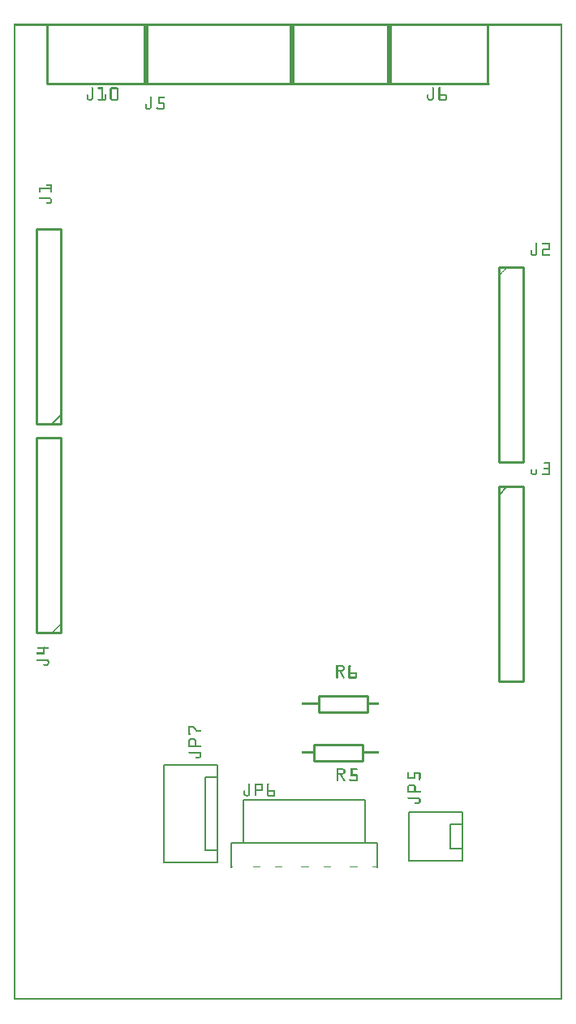
<source format=gto>
G04 MADE WITH FRITZING*
G04 WWW.FRITZING.ORG*
G04 DOUBLE SIDED*
G04 HOLES PLATED*
G04 CONTOUR ON CENTER OF CONTOUR VECTOR*
%ASAXBY*%
%FSLAX23Y23*%
%MOIN*%
%OFA0B0*%
%SFA1.0B1.0*%
%ADD10C,0.010000*%
%ADD11C,0.005000*%
%ADD12C,0.010417*%
%ADD13R,0.001000X0.001000*%
%LNSILK1*%
G90*
G70*
G54D10*
X193Y2366D02*
X193Y3166D01*
D02*
X193Y3166D02*
X93Y3166D01*
D02*
X93Y3166D02*
X93Y2366D01*
D02*
X93Y2366D02*
X193Y2366D01*
G54D11*
D02*
X193Y2401D02*
X158Y2366D01*
G54D10*
D02*
X1993Y3008D02*
X1993Y2208D01*
D02*
X1993Y2208D02*
X2093Y2208D01*
D02*
X2093Y2208D02*
X2093Y3008D01*
D02*
X2093Y3008D02*
X1993Y3008D01*
D02*
X1993Y2108D02*
X1993Y1308D01*
D02*
X1993Y1308D02*
X2093Y1308D01*
D02*
X2093Y1308D02*
X2093Y2108D01*
D02*
X2093Y2108D02*
X1993Y2108D01*
G54D11*
D02*
X1993Y2073D02*
X2028Y2108D01*
G54D10*
D02*
X193Y1508D02*
X193Y2308D01*
D02*
X193Y2308D02*
X93Y2308D01*
D02*
X93Y2308D02*
X93Y1508D01*
D02*
X93Y1508D02*
X193Y1508D01*
G54D11*
D02*
X1623Y571D02*
X1843Y571D01*
D02*
X1623Y771D02*
X1843Y771D01*
D02*
X1623Y771D02*
X1623Y571D01*
D02*
X1843Y771D02*
X1843Y721D01*
D02*
X1843Y721D02*
X1843Y621D01*
D02*
X1843Y621D02*
X1843Y571D01*
D02*
X1843Y621D02*
X1793Y621D01*
D02*
X1793Y621D02*
X1793Y721D01*
D02*
X1793Y721D02*
X1843Y721D01*
D02*
X893Y546D02*
X893Y646D01*
D02*
X1493Y546D02*
X1493Y646D01*
D02*
X1493Y646D02*
X1443Y646D01*
D02*
X1443Y646D02*
X943Y646D01*
D02*
X943Y646D02*
X893Y646D01*
D02*
X943Y646D02*
X943Y821D01*
D02*
X943Y821D02*
X1443Y821D01*
D02*
X1443Y821D02*
X1443Y646D01*
D02*
X618Y566D02*
X838Y566D01*
D02*
X618Y966D02*
X838Y966D01*
D02*
X618Y966D02*
X618Y566D01*
D02*
X838Y966D02*
X838Y916D01*
D02*
X838Y916D02*
X838Y616D01*
D02*
X838Y616D02*
X838Y566D01*
D02*
X838Y616D02*
X788Y616D01*
D02*
X788Y616D02*
X788Y916D01*
D02*
X788Y916D02*
X838Y916D01*
G54D10*
D02*
X1434Y983D02*
X1234Y983D01*
D02*
X1234Y983D02*
X1234Y1049D01*
D02*
X1234Y1049D02*
X1434Y1049D01*
D02*
X1434Y1049D02*
X1434Y983D01*
D02*
X1253Y1249D02*
X1453Y1249D01*
D02*
X1453Y1249D02*
X1453Y1183D01*
D02*
X1453Y1183D02*
X1253Y1183D01*
D02*
X1253Y1183D02*
X1253Y1249D01*
D02*
X538Y3761D02*
X1148Y3761D01*
G54D12*
D02*
X1538Y3761D02*
X1949Y3761D01*
D02*
X138Y3761D02*
X549Y3761D01*
D02*
X1138Y3761D02*
X1549Y3761D01*
G54D13*
X0Y4006D02*
X2254Y4006D01*
X0Y4005D02*
X2254Y4005D01*
X0Y4004D02*
X2254Y4004D01*
X0Y4003D02*
X2254Y4003D01*
X0Y4002D02*
X2254Y4002D01*
X0Y4001D02*
X2254Y4001D01*
X0Y4000D02*
X2254Y4000D01*
X0Y3999D02*
X2254Y3999D01*
X0Y3998D02*
X7Y3998D01*
X133Y3998D02*
X142Y3998D01*
X533Y3998D02*
X542Y3998D01*
X544Y3998D02*
X553Y3998D01*
X1133Y3998D02*
X1152Y3998D01*
X1533Y3998D02*
X1553Y3998D01*
X1943Y3998D02*
X1953Y3998D01*
X2247Y3998D02*
X2254Y3998D01*
X0Y3997D02*
X7Y3997D01*
X133Y3997D02*
X142Y3997D01*
X533Y3997D02*
X542Y3997D01*
X544Y3997D02*
X553Y3997D01*
X1133Y3997D02*
X1152Y3997D01*
X1533Y3997D02*
X1553Y3997D01*
X1943Y3997D02*
X1953Y3997D01*
X2247Y3997D02*
X2254Y3997D01*
X0Y3996D02*
X7Y3996D01*
X133Y3996D02*
X142Y3996D01*
X533Y3996D02*
X542Y3996D01*
X544Y3996D02*
X553Y3996D01*
X1133Y3996D02*
X1152Y3996D01*
X1533Y3996D02*
X1553Y3996D01*
X1943Y3996D02*
X1953Y3996D01*
X2247Y3996D02*
X2254Y3996D01*
X0Y3995D02*
X7Y3995D01*
X133Y3995D02*
X142Y3995D01*
X533Y3995D02*
X542Y3995D01*
X544Y3995D02*
X553Y3995D01*
X1133Y3995D02*
X1152Y3995D01*
X1533Y3995D02*
X1553Y3995D01*
X1943Y3995D02*
X1953Y3995D01*
X2247Y3995D02*
X2254Y3995D01*
X0Y3994D02*
X7Y3994D01*
X133Y3994D02*
X142Y3994D01*
X533Y3994D02*
X542Y3994D01*
X544Y3994D02*
X553Y3994D01*
X1133Y3994D02*
X1152Y3994D01*
X1533Y3994D02*
X1553Y3994D01*
X1943Y3994D02*
X1953Y3994D01*
X2247Y3994D02*
X2254Y3994D01*
X0Y3993D02*
X7Y3993D01*
X133Y3993D02*
X142Y3993D01*
X533Y3993D02*
X542Y3993D01*
X544Y3993D02*
X553Y3993D01*
X1133Y3993D02*
X1152Y3993D01*
X1533Y3993D02*
X1553Y3993D01*
X1943Y3993D02*
X1953Y3993D01*
X2247Y3993D02*
X2254Y3993D01*
X0Y3992D02*
X7Y3992D01*
X133Y3992D02*
X142Y3992D01*
X533Y3992D02*
X542Y3992D01*
X544Y3992D02*
X553Y3992D01*
X1133Y3992D02*
X1152Y3992D01*
X1533Y3992D02*
X1553Y3992D01*
X1943Y3992D02*
X1953Y3992D01*
X2247Y3992D02*
X2254Y3992D01*
X0Y3991D02*
X7Y3991D01*
X133Y3991D02*
X142Y3991D01*
X533Y3991D02*
X542Y3991D01*
X544Y3991D02*
X553Y3991D01*
X1133Y3991D02*
X1152Y3991D01*
X1533Y3991D02*
X1553Y3991D01*
X1943Y3991D02*
X1953Y3991D01*
X2247Y3991D02*
X2254Y3991D01*
X0Y3990D02*
X7Y3990D01*
X133Y3990D02*
X142Y3990D01*
X533Y3990D02*
X542Y3990D01*
X544Y3990D02*
X553Y3990D01*
X1133Y3990D02*
X1152Y3990D01*
X1533Y3990D02*
X1553Y3990D01*
X1943Y3990D02*
X1953Y3990D01*
X2247Y3990D02*
X2254Y3990D01*
X0Y3989D02*
X7Y3989D01*
X133Y3989D02*
X142Y3989D01*
X533Y3989D02*
X542Y3989D01*
X544Y3989D02*
X553Y3989D01*
X1133Y3989D02*
X1152Y3989D01*
X1533Y3989D02*
X1553Y3989D01*
X1943Y3989D02*
X1953Y3989D01*
X2247Y3989D02*
X2254Y3989D01*
X0Y3988D02*
X7Y3988D01*
X133Y3988D02*
X142Y3988D01*
X533Y3988D02*
X542Y3988D01*
X544Y3988D02*
X553Y3988D01*
X1133Y3988D02*
X1152Y3988D01*
X1533Y3988D02*
X1553Y3988D01*
X1943Y3988D02*
X1953Y3988D01*
X2247Y3988D02*
X2254Y3988D01*
X0Y3987D02*
X7Y3987D01*
X133Y3987D02*
X142Y3987D01*
X533Y3987D02*
X542Y3987D01*
X544Y3987D02*
X553Y3987D01*
X1133Y3987D02*
X1152Y3987D01*
X1533Y3987D02*
X1553Y3987D01*
X1943Y3987D02*
X1953Y3987D01*
X2247Y3987D02*
X2254Y3987D01*
X0Y3986D02*
X7Y3986D01*
X133Y3986D02*
X142Y3986D01*
X533Y3986D02*
X542Y3986D01*
X544Y3986D02*
X553Y3986D01*
X1133Y3986D02*
X1152Y3986D01*
X1533Y3986D02*
X1553Y3986D01*
X1943Y3986D02*
X1953Y3986D01*
X2247Y3986D02*
X2254Y3986D01*
X0Y3985D02*
X7Y3985D01*
X133Y3985D02*
X142Y3985D01*
X533Y3985D02*
X542Y3985D01*
X544Y3985D02*
X553Y3985D01*
X1133Y3985D02*
X1152Y3985D01*
X1533Y3985D02*
X1553Y3985D01*
X1943Y3985D02*
X1953Y3985D01*
X2247Y3985D02*
X2254Y3985D01*
X0Y3984D02*
X7Y3984D01*
X133Y3984D02*
X142Y3984D01*
X533Y3984D02*
X542Y3984D01*
X544Y3984D02*
X553Y3984D01*
X1133Y3984D02*
X1152Y3984D01*
X1533Y3984D02*
X1553Y3984D01*
X1943Y3984D02*
X1953Y3984D01*
X2247Y3984D02*
X2254Y3984D01*
X0Y3983D02*
X7Y3983D01*
X133Y3983D02*
X142Y3983D01*
X533Y3983D02*
X542Y3983D01*
X544Y3983D02*
X553Y3983D01*
X1133Y3983D02*
X1152Y3983D01*
X1533Y3983D02*
X1553Y3983D01*
X1943Y3983D02*
X1953Y3983D01*
X2247Y3983D02*
X2254Y3983D01*
X0Y3982D02*
X7Y3982D01*
X133Y3982D02*
X142Y3982D01*
X533Y3982D02*
X542Y3982D01*
X544Y3982D02*
X553Y3982D01*
X1133Y3982D02*
X1152Y3982D01*
X1533Y3982D02*
X1553Y3982D01*
X1943Y3982D02*
X1953Y3982D01*
X2247Y3982D02*
X2254Y3982D01*
X0Y3981D02*
X7Y3981D01*
X133Y3981D02*
X142Y3981D01*
X533Y3981D02*
X542Y3981D01*
X544Y3981D02*
X553Y3981D01*
X1133Y3981D02*
X1152Y3981D01*
X1533Y3981D02*
X1553Y3981D01*
X1943Y3981D02*
X1953Y3981D01*
X2247Y3981D02*
X2254Y3981D01*
X0Y3980D02*
X7Y3980D01*
X133Y3980D02*
X142Y3980D01*
X533Y3980D02*
X542Y3980D01*
X544Y3980D02*
X553Y3980D01*
X1133Y3980D02*
X1152Y3980D01*
X1533Y3980D02*
X1553Y3980D01*
X1943Y3980D02*
X1953Y3980D01*
X2247Y3980D02*
X2254Y3980D01*
X0Y3979D02*
X7Y3979D01*
X133Y3979D02*
X142Y3979D01*
X533Y3979D02*
X542Y3979D01*
X544Y3979D02*
X553Y3979D01*
X1133Y3979D02*
X1152Y3979D01*
X1533Y3979D02*
X1553Y3979D01*
X1943Y3979D02*
X1953Y3979D01*
X2247Y3979D02*
X2254Y3979D01*
X0Y3978D02*
X7Y3978D01*
X133Y3978D02*
X142Y3978D01*
X533Y3978D02*
X542Y3978D01*
X544Y3978D02*
X553Y3978D01*
X1133Y3978D02*
X1152Y3978D01*
X1533Y3978D02*
X1553Y3978D01*
X1943Y3978D02*
X1953Y3978D01*
X2247Y3978D02*
X2254Y3978D01*
X0Y3977D02*
X7Y3977D01*
X133Y3977D02*
X142Y3977D01*
X533Y3977D02*
X542Y3977D01*
X544Y3977D02*
X553Y3977D01*
X1133Y3977D02*
X1152Y3977D01*
X1533Y3977D02*
X1553Y3977D01*
X1943Y3977D02*
X1953Y3977D01*
X2247Y3977D02*
X2254Y3977D01*
X0Y3976D02*
X7Y3976D01*
X133Y3976D02*
X142Y3976D01*
X533Y3976D02*
X542Y3976D01*
X544Y3976D02*
X553Y3976D01*
X1133Y3976D02*
X1152Y3976D01*
X1533Y3976D02*
X1553Y3976D01*
X1943Y3976D02*
X1953Y3976D01*
X2247Y3976D02*
X2254Y3976D01*
X0Y3975D02*
X7Y3975D01*
X133Y3975D02*
X142Y3975D01*
X533Y3975D02*
X542Y3975D01*
X544Y3975D02*
X553Y3975D01*
X1133Y3975D02*
X1152Y3975D01*
X1533Y3975D02*
X1553Y3975D01*
X1943Y3975D02*
X1953Y3975D01*
X2247Y3975D02*
X2254Y3975D01*
X0Y3974D02*
X7Y3974D01*
X133Y3974D02*
X142Y3974D01*
X533Y3974D02*
X542Y3974D01*
X544Y3974D02*
X553Y3974D01*
X1133Y3974D02*
X1152Y3974D01*
X1533Y3974D02*
X1553Y3974D01*
X1943Y3974D02*
X1953Y3974D01*
X2247Y3974D02*
X2254Y3974D01*
X0Y3973D02*
X7Y3973D01*
X133Y3973D02*
X142Y3973D01*
X533Y3973D02*
X542Y3973D01*
X544Y3973D02*
X553Y3973D01*
X1133Y3973D02*
X1152Y3973D01*
X1533Y3973D02*
X1553Y3973D01*
X1943Y3973D02*
X1953Y3973D01*
X2247Y3973D02*
X2254Y3973D01*
X0Y3972D02*
X7Y3972D01*
X133Y3972D02*
X142Y3972D01*
X533Y3972D02*
X542Y3972D01*
X544Y3972D02*
X553Y3972D01*
X1133Y3972D02*
X1152Y3972D01*
X1533Y3972D02*
X1553Y3972D01*
X1943Y3972D02*
X1953Y3972D01*
X2247Y3972D02*
X2254Y3972D01*
X0Y3971D02*
X7Y3971D01*
X133Y3971D02*
X142Y3971D01*
X533Y3971D02*
X542Y3971D01*
X544Y3971D02*
X553Y3971D01*
X1133Y3971D02*
X1152Y3971D01*
X1533Y3971D02*
X1553Y3971D01*
X1943Y3971D02*
X1953Y3971D01*
X2247Y3971D02*
X2254Y3971D01*
X0Y3970D02*
X7Y3970D01*
X133Y3970D02*
X142Y3970D01*
X533Y3970D02*
X542Y3970D01*
X544Y3970D02*
X553Y3970D01*
X1133Y3970D02*
X1152Y3970D01*
X1533Y3970D02*
X1553Y3970D01*
X1943Y3970D02*
X1953Y3970D01*
X2247Y3970D02*
X2254Y3970D01*
X0Y3969D02*
X7Y3969D01*
X133Y3969D02*
X142Y3969D01*
X533Y3969D02*
X542Y3969D01*
X544Y3969D02*
X553Y3969D01*
X1133Y3969D02*
X1152Y3969D01*
X1533Y3969D02*
X1553Y3969D01*
X1943Y3969D02*
X1953Y3969D01*
X2247Y3969D02*
X2254Y3969D01*
X0Y3968D02*
X7Y3968D01*
X133Y3968D02*
X142Y3968D01*
X533Y3968D02*
X542Y3968D01*
X544Y3968D02*
X553Y3968D01*
X1133Y3968D02*
X1152Y3968D01*
X1533Y3968D02*
X1553Y3968D01*
X1943Y3968D02*
X1953Y3968D01*
X2247Y3968D02*
X2254Y3968D01*
X0Y3967D02*
X7Y3967D01*
X133Y3967D02*
X142Y3967D01*
X533Y3967D02*
X542Y3967D01*
X544Y3967D02*
X553Y3967D01*
X1133Y3967D02*
X1152Y3967D01*
X1533Y3967D02*
X1553Y3967D01*
X1943Y3967D02*
X1953Y3967D01*
X2247Y3967D02*
X2254Y3967D01*
X0Y3966D02*
X7Y3966D01*
X133Y3966D02*
X142Y3966D01*
X533Y3966D02*
X542Y3966D01*
X544Y3966D02*
X553Y3966D01*
X1133Y3966D02*
X1152Y3966D01*
X1533Y3966D02*
X1553Y3966D01*
X1943Y3966D02*
X1953Y3966D01*
X2247Y3966D02*
X2254Y3966D01*
X0Y3965D02*
X7Y3965D01*
X133Y3965D02*
X142Y3965D01*
X533Y3965D02*
X542Y3965D01*
X544Y3965D02*
X553Y3965D01*
X1133Y3965D02*
X1152Y3965D01*
X1533Y3965D02*
X1553Y3965D01*
X1943Y3965D02*
X1953Y3965D01*
X2247Y3965D02*
X2254Y3965D01*
X0Y3964D02*
X7Y3964D01*
X133Y3964D02*
X142Y3964D01*
X533Y3964D02*
X542Y3964D01*
X544Y3964D02*
X553Y3964D01*
X1133Y3964D02*
X1152Y3964D01*
X1533Y3964D02*
X1553Y3964D01*
X1943Y3964D02*
X1953Y3964D01*
X2247Y3964D02*
X2254Y3964D01*
X0Y3963D02*
X7Y3963D01*
X133Y3963D02*
X142Y3963D01*
X533Y3963D02*
X542Y3963D01*
X544Y3963D02*
X553Y3963D01*
X1133Y3963D02*
X1152Y3963D01*
X1533Y3963D02*
X1553Y3963D01*
X1943Y3963D02*
X1953Y3963D01*
X2247Y3963D02*
X2254Y3963D01*
X0Y3962D02*
X7Y3962D01*
X133Y3962D02*
X142Y3962D01*
X533Y3962D02*
X542Y3962D01*
X544Y3962D02*
X553Y3962D01*
X1133Y3962D02*
X1152Y3962D01*
X1533Y3962D02*
X1553Y3962D01*
X1943Y3962D02*
X1953Y3962D01*
X2247Y3962D02*
X2254Y3962D01*
X0Y3961D02*
X7Y3961D01*
X133Y3961D02*
X142Y3961D01*
X533Y3961D02*
X542Y3961D01*
X544Y3961D02*
X553Y3961D01*
X1133Y3961D02*
X1152Y3961D01*
X1533Y3961D02*
X1553Y3961D01*
X1943Y3961D02*
X1953Y3961D01*
X2247Y3961D02*
X2254Y3961D01*
X0Y3960D02*
X7Y3960D01*
X133Y3960D02*
X142Y3960D01*
X533Y3960D02*
X542Y3960D01*
X544Y3960D02*
X553Y3960D01*
X1133Y3960D02*
X1152Y3960D01*
X1533Y3960D02*
X1553Y3960D01*
X1943Y3960D02*
X1953Y3960D01*
X2247Y3960D02*
X2254Y3960D01*
X0Y3959D02*
X7Y3959D01*
X133Y3959D02*
X142Y3959D01*
X533Y3959D02*
X542Y3959D01*
X544Y3959D02*
X553Y3959D01*
X1133Y3959D02*
X1152Y3959D01*
X1533Y3959D02*
X1553Y3959D01*
X1943Y3959D02*
X1953Y3959D01*
X2247Y3959D02*
X2254Y3959D01*
X0Y3958D02*
X7Y3958D01*
X133Y3958D02*
X142Y3958D01*
X533Y3958D02*
X542Y3958D01*
X544Y3958D02*
X553Y3958D01*
X1133Y3958D02*
X1152Y3958D01*
X1533Y3958D02*
X1553Y3958D01*
X1943Y3958D02*
X1953Y3958D01*
X2247Y3958D02*
X2254Y3958D01*
X0Y3957D02*
X7Y3957D01*
X133Y3957D02*
X142Y3957D01*
X533Y3957D02*
X542Y3957D01*
X544Y3957D02*
X553Y3957D01*
X1133Y3957D02*
X1152Y3957D01*
X1533Y3957D02*
X1553Y3957D01*
X1943Y3957D02*
X1953Y3957D01*
X2247Y3957D02*
X2254Y3957D01*
X0Y3956D02*
X7Y3956D01*
X133Y3956D02*
X142Y3956D01*
X533Y3956D02*
X542Y3956D01*
X544Y3956D02*
X553Y3956D01*
X1133Y3956D02*
X1152Y3956D01*
X1533Y3956D02*
X1553Y3956D01*
X1943Y3956D02*
X1953Y3956D01*
X2247Y3956D02*
X2254Y3956D01*
X0Y3955D02*
X7Y3955D01*
X133Y3955D02*
X142Y3955D01*
X533Y3955D02*
X542Y3955D01*
X544Y3955D02*
X553Y3955D01*
X1133Y3955D02*
X1152Y3955D01*
X1533Y3955D02*
X1553Y3955D01*
X1943Y3955D02*
X1953Y3955D01*
X2247Y3955D02*
X2254Y3955D01*
X0Y3954D02*
X7Y3954D01*
X133Y3954D02*
X142Y3954D01*
X533Y3954D02*
X542Y3954D01*
X544Y3954D02*
X553Y3954D01*
X1133Y3954D02*
X1152Y3954D01*
X1533Y3954D02*
X1553Y3954D01*
X1943Y3954D02*
X1953Y3954D01*
X2247Y3954D02*
X2254Y3954D01*
X0Y3953D02*
X7Y3953D01*
X133Y3953D02*
X142Y3953D01*
X533Y3953D02*
X542Y3953D01*
X544Y3953D02*
X553Y3953D01*
X1133Y3953D02*
X1152Y3953D01*
X1533Y3953D02*
X1553Y3953D01*
X1943Y3953D02*
X1953Y3953D01*
X2247Y3953D02*
X2254Y3953D01*
X0Y3952D02*
X7Y3952D01*
X133Y3952D02*
X142Y3952D01*
X533Y3952D02*
X542Y3952D01*
X544Y3952D02*
X553Y3952D01*
X1133Y3952D02*
X1152Y3952D01*
X1533Y3952D02*
X1553Y3952D01*
X1943Y3952D02*
X1953Y3952D01*
X2247Y3952D02*
X2254Y3952D01*
X0Y3951D02*
X7Y3951D01*
X133Y3951D02*
X142Y3951D01*
X533Y3951D02*
X542Y3951D01*
X544Y3951D02*
X553Y3951D01*
X1133Y3951D02*
X1152Y3951D01*
X1533Y3951D02*
X1553Y3951D01*
X1943Y3951D02*
X1953Y3951D01*
X2247Y3951D02*
X2254Y3951D01*
X0Y3950D02*
X7Y3950D01*
X133Y3950D02*
X142Y3950D01*
X533Y3950D02*
X542Y3950D01*
X544Y3950D02*
X553Y3950D01*
X1133Y3950D02*
X1152Y3950D01*
X1533Y3950D02*
X1553Y3950D01*
X1943Y3950D02*
X1953Y3950D01*
X2247Y3950D02*
X2254Y3950D01*
X0Y3949D02*
X7Y3949D01*
X133Y3949D02*
X142Y3949D01*
X533Y3949D02*
X542Y3949D01*
X544Y3949D02*
X553Y3949D01*
X1133Y3949D02*
X1152Y3949D01*
X1533Y3949D02*
X1553Y3949D01*
X1943Y3949D02*
X1953Y3949D01*
X2247Y3949D02*
X2254Y3949D01*
X0Y3948D02*
X7Y3948D01*
X133Y3948D02*
X142Y3948D01*
X533Y3948D02*
X542Y3948D01*
X544Y3948D02*
X553Y3948D01*
X1133Y3948D02*
X1152Y3948D01*
X1533Y3948D02*
X1553Y3948D01*
X1943Y3948D02*
X1953Y3948D01*
X2247Y3948D02*
X2254Y3948D01*
X0Y3947D02*
X7Y3947D01*
X133Y3947D02*
X142Y3947D01*
X533Y3947D02*
X542Y3947D01*
X544Y3947D02*
X553Y3947D01*
X1133Y3947D02*
X1152Y3947D01*
X1533Y3947D02*
X1553Y3947D01*
X1943Y3947D02*
X1953Y3947D01*
X2247Y3947D02*
X2254Y3947D01*
X0Y3946D02*
X7Y3946D01*
X133Y3946D02*
X142Y3946D01*
X533Y3946D02*
X542Y3946D01*
X544Y3946D02*
X553Y3946D01*
X1133Y3946D02*
X1152Y3946D01*
X1533Y3946D02*
X1553Y3946D01*
X1943Y3946D02*
X1953Y3946D01*
X2247Y3946D02*
X2254Y3946D01*
X0Y3945D02*
X7Y3945D01*
X133Y3945D02*
X142Y3945D01*
X533Y3945D02*
X542Y3945D01*
X544Y3945D02*
X553Y3945D01*
X1133Y3945D02*
X1152Y3945D01*
X1533Y3945D02*
X1553Y3945D01*
X1943Y3945D02*
X1953Y3945D01*
X2247Y3945D02*
X2254Y3945D01*
X0Y3944D02*
X7Y3944D01*
X133Y3944D02*
X142Y3944D01*
X533Y3944D02*
X542Y3944D01*
X544Y3944D02*
X553Y3944D01*
X1133Y3944D02*
X1152Y3944D01*
X1533Y3944D02*
X1553Y3944D01*
X1943Y3944D02*
X1953Y3944D01*
X2247Y3944D02*
X2254Y3944D01*
X0Y3943D02*
X7Y3943D01*
X133Y3943D02*
X142Y3943D01*
X533Y3943D02*
X542Y3943D01*
X544Y3943D02*
X553Y3943D01*
X1133Y3943D02*
X1152Y3943D01*
X1533Y3943D02*
X1553Y3943D01*
X1943Y3943D02*
X1953Y3943D01*
X2247Y3943D02*
X2254Y3943D01*
X0Y3942D02*
X7Y3942D01*
X133Y3942D02*
X142Y3942D01*
X533Y3942D02*
X542Y3942D01*
X544Y3942D02*
X553Y3942D01*
X1133Y3942D02*
X1152Y3942D01*
X1533Y3942D02*
X1553Y3942D01*
X1943Y3942D02*
X1953Y3942D01*
X2247Y3942D02*
X2254Y3942D01*
X0Y3941D02*
X7Y3941D01*
X133Y3941D02*
X142Y3941D01*
X533Y3941D02*
X542Y3941D01*
X544Y3941D02*
X553Y3941D01*
X1133Y3941D02*
X1152Y3941D01*
X1533Y3941D02*
X1553Y3941D01*
X1943Y3941D02*
X1953Y3941D01*
X2247Y3941D02*
X2254Y3941D01*
X0Y3940D02*
X7Y3940D01*
X133Y3940D02*
X142Y3940D01*
X533Y3940D02*
X542Y3940D01*
X544Y3940D02*
X553Y3940D01*
X1133Y3940D02*
X1152Y3940D01*
X1533Y3940D02*
X1553Y3940D01*
X1943Y3940D02*
X1953Y3940D01*
X2247Y3940D02*
X2254Y3940D01*
X0Y3939D02*
X7Y3939D01*
X133Y3939D02*
X142Y3939D01*
X533Y3939D02*
X542Y3939D01*
X544Y3939D02*
X553Y3939D01*
X1133Y3939D02*
X1152Y3939D01*
X1533Y3939D02*
X1553Y3939D01*
X1943Y3939D02*
X1953Y3939D01*
X2247Y3939D02*
X2254Y3939D01*
X0Y3938D02*
X7Y3938D01*
X133Y3938D02*
X142Y3938D01*
X533Y3938D02*
X542Y3938D01*
X544Y3938D02*
X553Y3938D01*
X1133Y3938D02*
X1152Y3938D01*
X1533Y3938D02*
X1553Y3938D01*
X1943Y3938D02*
X1953Y3938D01*
X2247Y3938D02*
X2254Y3938D01*
X0Y3937D02*
X7Y3937D01*
X133Y3937D02*
X142Y3937D01*
X533Y3937D02*
X542Y3937D01*
X544Y3937D02*
X553Y3937D01*
X1133Y3937D02*
X1152Y3937D01*
X1533Y3937D02*
X1553Y3937D01*
X1943Y3937D02*
X1953Y3937D01*
X2247Y3937D02*
X2254Y3937D01*
X0Y3936D02*
X7Y3936D01*
X133Y3936D02*
X142Y3936D01*
X533Y3936D02*
X542Y3936D01*
X544Y3936D02*
X553Y3936D01*
X1133Y3936D02*
X1152Y3936D01*
X1533Y3936D02*
X1553Y3936D01*
X1943Y3936D02*
X1953Y3936D01*
X2247Y3936D02*
X2254Y3936D01*
X0Y3935D02*
X7Y3935D01*
X133Y3935D02*
X142Y3935D01*
X533Y3935D02*
X542Y3935D01*
X544Y3935D02*
X553Y3935D01*
X1133Y3935D02*
X1152Y3935D01*
X1533Y3935D02*
X1553Y3935D01*
X1943Y3935D02*
X1953Y3935D01*
X2247Y3935D02*
X2254Y3935D01*
X0Y3934D02*
X7Y3934D01*
X133Y3934D02*
X142Y3934D01*
X533Y3934D02*
X542Y3934D01*
X544Y3934D02*
X553Y3934D01*
X1133Y3934D02*
X1152Y3934D01*
X1533Y3934D02*
X1553Y3934D01*
X1943Y3934D02*
X1953Y3934D01*
X2247Y3934D02*
X2254Y3934D01*
X0Y3933D02*
X7Y3933D01*
X133Y3933D02*
X142Y3933D01*
X533Y3933D02*
X542Y3933D01*
X544Y3933D02*
X553Y3933D01*
X1133Y3933D02*
X1152Y3933D01*
X1533Y3933D02*
X1553Y3933D01*
X1943Y3933D02*
X1953Y3933D01*
X2247Y3933D02*
X2254Y3933D01*
X0Y3932D02*
X7Y3932D01*
X133Y3932D02*
X142Y3932D01*
X533Y3932D02*
X542Y3932D01*
X544Y3932D02*
X553Y3932D01*
X1133Y3932D02*
X1152Y3932D01*
X1533Y3932D02*
X1553Y3932D01*
X1943Y3932D02*
X1953Y3932D01*
X2247Y3932D02*
X2254Y3932D01*
X0Y3931D02*
X7Y3931D01*
X133Y3931D02*
X142Y3931D01*
X533Y3931D02*
X542Y3931D01*
X544Y3931D02*
X553Y3931D01*
X1133Y3931D02*
X1152Y3931D01*
X1533Y3931D02*
X1553Y3931D01*
X1943Y3931D02*
X1953Y3931D01*
X2247Y3931D02*
X2254Y3931D01*
X0Y3930D02*
X7Y3930D01*
X133Y3930D02*
X142Y3930D01*
X533Y3930D02*
X542Y3930D01*
X544Y3930D02*
X553Y3930D01*
X1133Y3930D02*
X1152Y3930D01*
X1533Y3930D02*
X1553Y3930D01*
X1943Y3930D02*
X1953Y3930D01*
X2247Y3930D02*
X2254Y3930D01*
X0Y3929D02*
X7Y3929D01*
X133Y3929D02*
X142Y3929D01*
X533Y3929D02*
X542Y3929D01*
X544Y3929D02*
X553Y3929D01*
X1133Y3929D02*
X1152Y3929D01*
X1533Y3929D02*
X1553Y3929D01*
X1943Y3929D02*
X1953Y3929D01*
X2247Y3929D02*
X2254Y3929D01*
X0Y3928D02*
X7Y3928D01*
X133Y3928D02*
X142Y3928D01*
X533Y3928D02*
X542Y3928D01*
X544Y3928D02*
X553Y3928D01*
X1133Y3928D02*
X1152Y3928D01*
X1533Y3928D02*
X1553Y3928D01*
X1943Y3928D02*
X1953Y3928D01*
X2247Y3928D02*
X2254Y3928D01*
X0Y3927D02*
X7Y3927D01*
X133Y3927D02*
X142Y3927D01*
X533Y3927D02*
X542Y3927D01*
X544Y3927D02*
X553Y3927D01*
X1133Y3927D02*
X1152Y3927D01*
X1533Y3927D02*
X1553Y3927D01*
X1943Y3927D02*
X1953Y3927D01*
X2247Y3927D02*
X2254Y3927D01*
X0Y3926D02*
X7Y3926D01*
X133Y3926D02*
X142Y3926D01*
X533Y3926D02*
X542Y3926D01*
X544Y3926D02*
X553Y3926D01*
X1133Y3926D02*
X1152Y3926D01*
X1533Y3926D02*
X1553Y3926D01*
X1943Y3926D02*
X1953Y3926D01*
X2247Y3926D02*
X2254Y3926D01*
X0Y3925D02*
X7Y3925D01*
X133Y3925D02*
X142Y3925D01*
X533Y3925D02*
X542Y3925D01*
X544Y3925D02*
X553Y3925D01*
X1133Y3925D02*
X1152Y3925D01*
X1533Y3925D02*
X1553Y3925D01*
X1943Y3925D02*
X1953Y3925D01*
X2247Y3925D02*
X2254Y3925D01*
X0Y3924D02*
X7Y3924D01*
X133Y3924D02*
X142Y3924D01*
X533Y3924D02*
X542Y3924D01*
X544Y3924D02*
X553Y3924D01*
X1133Y3924D02*
X1152Y3924D01*
X1533Y3924D02*
X1553Y3924D01*
X1943Y3924D02*
X1953Y3924D01*
X2247Y3924D02*
X2254Y3924D01*
X0Y3923D02*
X7Y3923D01*
X133Y3923D02*
X142Y3923D01*
X533Y3923D02*
X542Y3923D01*
X544Y3923D02*
X553Y3923D01*
X1133Y3923D02*
X1152Y3923D01*
X1533Y3923D02*
X1553Y3923D01*
X1943Y3923D02*
X1953Y3923D01*
X2247Y3923D02*
X2254Y3923D01*
X0Y3922D02*
X7Y3922D01*
X133Y3922D02*
X142Y3922D01*
X533Y3922D02*
X542Y3922D01*
X544Y3922D02*
X553Y3922D01*
X1133Y3922D02*
X1152Y3922D01*
X1533Y3922D02*
X1553Y3922D01*
X1943Y3922D02*
X1953Y3922D01*
X2247Y3922D02*
X2254Y3922D01*
X0Y3921D02*
X7Y3921D01*
X133Y3921D02*
X142Y3921D01*
X533Y3921D02*
X542Y3921D01*
X544Y3921D02*
X553Y3921D01*
X1133Y3921D02*
X1152Y3921D01*
X1533Y3921D02*
X1553Y3921D01*
X1943Y3921D02*
X1953Y3921D01*
X2247Y3921D02*
X2254Y3921D01*
X0Y3920D02*
X7Y3920D01*
X133Y3920D02*
X142Y3920D01*
X533Y3920D02*
X542Y3920D01*
X544Y3920D02*
X553Y3920D01*
X1133Y3920D02*
X1152Y3920D01*
X1533Y3920D02*
X1553Y3920D01*
X1943Y3920D02*
X1953Y3920D01*
X2247Y3920D02*
X2254Y3920D01*
X0Y3919D02*
X7Y3919D01*
X133Y3919D02*
X142Y3919D01*
X533Y3919D02*
X542Y3919D01*
X544Y3919D02*
X553Y3919D01*
X1133Y3919D02*
X1152Y3919D01*
X1533Y3919D02*
X1553Y3919D01*
X1943Y3919D02*
X1953Y3919D01*
X2247Y3919D02*
X2254Y3919D01*
X0Y3918D02*
X7Y3918D01*
X133Y3918D02*
X142Y3918D01*
X533Y3918D02*
X542Y3918D01*
X544Y3918D02*
X553Y3918D01*
X1133Y3918D02*
X1152Y3918D01*
X1533Y3918D02*
X1553Y3918D01*
X1943Y3918D02*
X1953Y3918D01*
X2247Y3918D02*
X2254Y3918D01*
X0Y3917D02*
X7Y3917D01*
X133Y3917D02*
X142Y3917D01*
X533Y3917D02*
X542Y3917D01*
X544Y3917D02*
X553Y3917D01*
X1133Y3917D02*
X1152Y3917D01*
X1533Y3917D02*
X1553Y3917D01*
X1943Y3917D02*
X1953Y3917D01*
X2247Y3917D02*
X2254Y3917D01*
X0Y3916D02*
X7Y3916D01*
X133Y3916D02*
X142Y3916D01*
X533Y3916D02*
X542Y3916D01*
X544Y3916D02*
X553Y3916D01*
X1133Y3916D02*
X1152Y3916D01*
X1533Y3916D02*
X1553Y3916D01*
X1943Y3916D02*
X1953Y3916D01*
X2247Y3916D02*
X2254Y3916D01*
X0Y3915D02*
X7Y3915D01*
X133Y3915D02*
X142Y3915D01*
X533Y3915D02*
X542Y3915D01*
X544Y3915D02*
X553Y3915D01*
X1133Y3915D02*
X1152Y3915D01*
X1533Y3915D02*
X1553Y3915D01*
X1943Y3915D02*
X1953Y3915D01*
X2247Y3915D02*
X2254Y3915D01*
X0Y3914D02*
X7Y3914D01*
X133Y3914D02*
X142Y3914D01*
X533Y3914D02*
X542Y3914D01*
X544Y3914D02*
X553Y3914D01*
X1133Y3914D02*
X1152Y3914D01*
X1533Y3914D02*
X1553Y3914D01*
X1943Y3914D02*
X1953Y3914D01*
X2247Y3914D02*
X2254Y3914D01*
X0Y3913D02*
X7Y3913D01*
X133Y3913D02*
X142Y3913D01*
X533Y3913D02*
X542Y3913D01*
X544Y3913D02*
X553Y3913D01*
X1133Y3913D02*
X1152Y3913D01*
X1533Y3913D02*
X1553Y3913D01*
X1943Y3913D02*
X1953Y3913D01*
X2247Y3913D02*
X2254Y3913D01*
X0Y3912D02*
X7Y3912D01*
X133Y3912D02*
X142Y3912D01*
X533Y3912D02*
X542Y3912D01*
X544Y3912D02*
X553Y3912D01*
X1133Y3912D02*
X1152Y3912D01*
X1533Y3912D02*
X1553Y3912D01*
X1943Y3912D02*
X1953Y3912D01*
X2247Y3912D02*
X2254Y3912D01*
X0Y3911D02*
X7Y3911D01*
X133Y3911D02*
X142Y3911D01*
X533Y3911D02*
X542Y3911D01*
X544Y3911D02*
X553Y3911D01*
X1133Y3911D02*
X1152Y3911D01*
X1533Y3911D02*
X1553Y3911D01*
X1943Y3911D02*
X1953Y3911D01*
X2247Y3911D02*
X2254Y3911D01*
X0Y3910D02*
X7Y3910D01*
X133Y3910D02*
X142Y3910D01*
X533Y3910D02*
X542Y3910D01*
X544Y3910D02*
X553Y3910D01*
X1133Y3910D02*
X1152Y3910D01*
X1533Y3910D02*
X1553Y3910D01*
X1943Y3910D02*
X1953Y3910D01*
X2247Y3910D02*
X2254Y3910D01*
X0Y3909D02*
X7Y3909D01*
X133Y3909D02*
X142Y3909D01*
X533Y3909D02*
X542Y3909D01*
X544Y3909D02*
X553Y3909D01*
X1133Y3909D02*
X1152Y3909D01*
X1533Y3909D02*
X1553Y3909D01*
X1943Y3909D02*
X1953Y3909D01*
X2247Y3909D02*
X2254Y3909D01*
X0Y3908D02*
X7Y3908D01*
X133Y3908D02*
X142Y3908D01*
X533Y3908D02*
X542Y3908D01*
X544Y3908D02*
X553Y3908D01*
X1133Y3908D02*
X1152Y3908D01*
X1533Y3908D02*
X1553Y3908D01*
X1943Y3908D02*
X1953Y3908D01*
X2247Y3908D02*
X2254Y3908D01*
X0Y3907D02*
X7Y3907D01*
X133Y3907D02*
X142Y3907D01*
X533Y3907D02*
X542Y3907D01*
X544Y3907D02*
X553Y3907D01*
X1133Y3907D02*
X1152Y3907D01*
X1533Y3907D02*
X1553Y3907D01*
X1943Y3907D02*
X1953Y3907D01*
X2247Y3907D02*
X2254Y3907D01*
X0Y3906D02*
X7Y3906D01*
X133Y3906D02*
X142Y3906D01*
X533Y3906D02*
X542Y3906D01*
X544Y3906D02*
X553Y3906D01*
X1133Y3906D02*
X1152Y3906D01*
X1533Y3906D02*
X1553Y3906D01*
X1943Y3906D02*
X1953Y3906D01*
X2247Y3906D02*
X2254Y3906D01*
X0Y3905D02*
X7Y3905D01*
X133Y3905D02*
X142Y3905D01*
X533Y3905D02*
X542Y3905D01*
X544Y3905D02*
X553Y3905D01*
X1133Y3905D02*
X1152Y3905D01*
X1533Y3905D02*
X1553Y3905D01*
X1943Y3905D02*
X1953Y3905D01*
X2247Y3905D02*
X2254Y3905D01*
X0Y3904D02*
X7Y3904D01*
X133Y3904D02*
X142Y3904D01*
X533Y3904D02*
X542Y3904D01*
X544Y3904D02*
X553Y3904D01*
X1133Y3904D02*
X1152Y3904D01*
X1533Y3904D02*
X1553Y3904D01*
X1943Y3904D02*
X1953Y3904D01*
X2247Y3904D02*
X2254Y3904D01*
X0Y3903D02*
X7Y3903D01*
X133Y3903D02*
X142Y3903D01*
X533Y3903D02*
X542Y3903D01*
X544Y3903D02*
X553Y3903D01*
X1133Y3903D02*
X1152Y3903D01*
X1533Y3903D02*
X1553Y3903D01*
X1943Y3903D02*
X1953Y3903D01*
X2247Y3903D02*
X2254Y3903D01*
X0Y3902D02*
X7Y3902D01*
X133Y3902D02*
X142Y3902D01*
X533Y3902D02*
X542Y3902D01*
X544Y3902D02*
X553Y3902D01*
X1133Y3902D02*
X1152Y3902D01*
X1533Y3902D02*
X1553Y3902D01*
X1943Y3902D02*
X1953Y3902D01*
X2247Y3902D02*
X2254Y3902D01*
X0Y3901D02*
X7Y3901D01*
X133Y3901D02*
X142Y3901D01*
X533Y3901D02*
X542Y3901D01*
X544Y3901D02*
X553Y3901D01*
X1133Y3901D02*
X1152Y3901D01*
X1533Y3901D02*
X1553Y3901D01*
X1943Y3901D02*
X1953Y3901D01*
X2247Y3901D02*
X2254Y3901D01*
X0Y3900D02*
X7Y3900D01*
X133Y3900D02*
X142Y3900D01*
X533Y3900D02*
X542Y3900D01*
X544Y3900D02*
X553Y3900D01*
X1133Y3900D02*
X1152Y3900D01*
X1533Y3900D02*
X1553Y3900D01*
X1943Y3900D02*
X1953Y3900D01*
X2247Y3900D02*
X2254Y3900D01*
X0Y3899D02*
X7Y3899D01*
X133Y3899D02*
X142Y3899D01*
X533Y3899D02*
X542Y3899D01*
X544Y3899D02*
X553Y3899D01*
X1133Y3899D02*
X1152Y3899D01*
X1533Y3899D02*
X1553Y3899D01*
X1943Y3899D02*
X1953Y3899D01*
X2247Y3899D02*
X2254Y3899D01*
X0Y3898D02*
X7Y3898D01*
X133Y3898D02*
X142Y3898D01*
X533Y3898D02*
X542Y3898D01*
X544Y3898D02*
X553Y3898D01*
X1133Y3898D02*
X1152Y3898D01*
X1533Y3898D02*
X1553Y3898D01*
X1943Y3898D02*
X1953Y3898D01*
X2247Y3898D02*
X2254Y3898D01*
X0Y3897D02*
X7Y3897D01*
X133Y3897D02*
X142Y3897D01*
X533Y3897D02*
X542Y3897D01*
X544Y3897D02*
X553Y3897D01*
X1133Y3897D02*
X1152Y3897D01*
X1533Y3897D02*
X1553Y3897D01*
X1943Y3897D02*
X1953Y3897D01*
X2247Y3897D02*
X2254Y3897D01*
X0Y3896D02*
X7Y3896D01*
X133Y3896D02*
X142Y3896D01*
X533Y3896D02*
X542Y3896D01*
X544Y3896D02*
X553Y3896D01*
X1133Y3896D02*
X1152Y3896D01*
X1533Y3896D02*
X1553Y3896D01*
X1943Y3896D02*
X1953Y3896D01*
X2247Y3896D02*
X2254Y3896D01*
X0Y3895D02*
X7Y3895D01*
X133Y3895D02*
X142Y3895D01*
X533Y3895D02*
X542Y3895D01*
X544Y3895D02*
X553Y3895D01*
X1133Y3895D02*
X1152Y3895D01*
X1533Y3895D02*
X1553Y3895D01*
X1943Y3895D02*
X1953Y3895D01*
X2247Y3895D02*
X2254Y3895D01*
X0Y3894D02*
X7Y3894D01*
X133Y3894D02*
X142Y3894D01*
X533Y3894D02*
X542Y3894D01*
X544Y3894D02*
X553Y3894D01*
X1133Y3894D02*
X1152Y3894D01*
X1533Y3894D02*
X1553Y3894D01*
X1943Y3894D02*
X1953Y3894D01*
X2247Y3894D02*
X2254Y3894D01*
X0Y3893D02*
X7Y3893D01*
X133Y3893D02*
X142Y3893D01*
X533Y3893D02*
X542Y3893D01*
X544Y3893D02*
X553Y3893D01*
X1133Y3893D02*
X1152Y3893D01*
X1533Y3893D02*
X1553Y3893D01*
X1943Y3893D02*
X1953Y3893D01*
X2247Y3893D02*
X2254Y3893D01*
X0Y3892D02*
X7Y3892D01*
X133Y3892D02*
X142Y3892D01*
X533Y3892D02*
X542Y3892D01*
X544Y3892D02*
X553Y3892D01*
X1133Y3892D02*
X1152Y3892D01*
X1533Y3892D02*
X1553Y3892D01*
X1943Y3892D02*
X1953Y3892D01*
X2247Y3892D02*
X2254Y3892D01*
X0Y3891D02*
X7Y3891D01*
X133Y3891D02*
X142Y3891D01*
X533Y3891D02*
X542Y3891D01*
X544Y3891D02*
X553Y3891D01*
X1133Y3891D02*
X1152Y3891D01*
X1533Y3891D02*
X1553Y3891D01*
X1943Y3891D02*
X1953Y3891D01*
X2247Y3891D02*
X2254Y3891D01*
X0Y3890D02*
X7Y3890D01*
X133Y3890D02*
X142Y3890D01*
X533Y3890D02*
X542Y3890D01*
X544Y3890D02*
X553Y3890D01*
X1133Y3890D02*
X1152Y3890D01*
X1533Y3890D02*
X1553Y3890D01*
X1943Y3890D02*
X1953Y3890D01*
X2247Y3890D02*
X2254Y3890D01*
X0Y3889D02*
X7Y3889D01*
X133Y3889D02*
X142Y3889D01*
X533Y3889D02*
X542Y3889D01*
X544Y3889D02*
X553Y3889D01*
X1133Y3889D02*
X1152Y3889D01*
X1533Y3889D02*
X1553Y3889D01*
X1943Y3889D02*
X1953Y3889D01*
X2247Y3889D02*
X2254Y3889D01*
X0Y3888D02*
X7Y3888D01*
X133Y3888D02*
X142Y3888D01*
X533Y3888D02*
X542Y3888D01*
X544Y3888D02*
X553Y3888D01*
X1133Y3888D02*
X1152Y3888D01*
X1533Y3888D02*
X1553Y3888D01*
X1943Y3888D02*
X1953Y3888D01*
X2247Y3888D02*
X2254Y3888D01*
X0Y3887D02*
X7Y3887D01*
X133Y3887D02*
X142Y3887D01*
X533Y3887D02*
X542Y3887D01*
X544Y3887D02*
X553Y3887D01*
X1133Y3887D02*
X1152Y3887D01*
X1533Y3887D02*
X1553Y3887D01*
X1943Y3887D02*
X1953Y3887D01*
X2247Y3887D02*
X2254Y3887D01*
X0Y3886D02*
X7Y3886D01*
X133Y3886D02*
X142Y3886D01*
X533Y3886D02*
X542Y3886D01*
X544Y3886D02*
X553Y3886D01*
X1133Y3886D02*
X1152Y3886D01*
X1533Y3886D02*
X1553Y3886D01*
X1943Y3886D02*
X1953Y3886D01*
X2247Y3886D02*
X2254Y3886D01*
X0Y3885D02*
X7Y3885D01*
X133Y3885D02*
X142Y3885D01*
X533Y3885D02*
X542Y3885D01*
X544Y3885D02*
X553Y3885D01*
X1133Y3885D02*
X1152Y3885D01*
X1533Y3885D02*
X1553Y3885D01*
X1943Y3885D02*
X1953Y3885D01*
X2247Y3885D02*
X2254Y3885D01*
X0Y3884D02*
X7Y3884D01*
X133Y3884D02*
X142Y3884D01*
X533Y3884D02*
X542Y3884D01*
X544Y3884D02*
X553Y3884D01*
X1133Y3884D02*
X1152Y3884D01*
X1533Y3884D02*
X1553Y3884D01*
X1943Y3884D02*
X1953Y3884D01*
X2247Y3884D02*
X2254Y3884D01*
X0Y3883D02*
X7Y3883D01*
X133Y3883D02*
X142Y3883D01*
X533Y3883D02*
X542Y3883D01*
X544Y3883D02*
X553Y3883D01*
X1133Y3883D02*
X1152Y3883D01*
X1533Y3883D02*
X1553Y3883D01*
X1943Y3883D02*
X1953Y3883D01*
X2247Y3883D02*
X2254Y3883D01*
X0Y3882D02*
X7Y3882D01*
X133Y3882D02*
X142Y3882D01*
X533Y3882D02*
X542Y3882D01*
X544Y3882D02*
X553Y3882D01*
X1133Y3882D02*
X1152Y3882D01*
X1533Y3882D02*
X1553Y3882D01*
X1943Y3882D02*
X1953Y3882D01*
X2247Y3882D02*
X2254Y3882D01*
X0Y3881D02*
X7Y3881D01*
X133Y3881D02*
X142Y3881D01*
X533Y3881D02*
X542Y3881D01*
X544Y3881D02*
X553Y3881D01*
X1133Y3881D02*
X1152Y3881D01*
X1533Y3881D02*
X1553Y3881D01*
X1943Y3881D02*
X1953Y3881D01*
X2247Y3881D02*
X2254Y3881D01*
X0Y3880D02*
X7Y3880D01*
X133Y3880D02*
X142Y3880D01*
X533Y3880D02*
X542Y3880D01*
X544Y3880D02*
X553Y3880D01*
X1133Y3880D02*
X1152Y3880D01*
X1533Y3880D02*
X1553Y3880D01*
X1943Y3880D02*
X1953Y3880D01*
X2247Y3880D02*
X2254Y3880D01*
X0Y3879D02*
X7Y3879D01*
X133Y3879D02*
X142Y3879D01*
X533Y3879D02*
X542Y3879D01*
X544Y3879D02*
X553Y3879D01*
X1133Y3879D02*
X1152Y3879D01*
X1533Y3879D02*
X1553Y3879D01*
X1943Y3879D02*
X1953Y3879D01*
X2247Y3879D02*
X2254Y3879D01*
X0Y3878D02*
X7Y3878D01*
X133Y3878D02*
X142Y3878D01*
X533Y3878D02*
X542Y3878D01*
X544Y3878D02*
X553Y3878D01*
X1133Y3878D02*
X1152Y3878D01*
X1533Y3878D02*
X1553Y3878D01*
X1943Y3878D02*
X1953Y3878D01*
X2247Y3878D02*
X2254Y3878D01*
X0Y3877D02*
X7Y3877D01*
X133Y3877D02*
X142Y3877D01*
X533Y3877D02*
X542Y3877D01*
X544Y3877D02*
X553Y3877D01*
X1133Y3877D02*
X1152Y3877D01*
X1533Y3877D02*
X1553Y3877D01*
X1943Y3877D02*
X1953Y3877D01*
X2247Y3877D02*
X2254Y3877D01*
X0Y3876D02*
X7Y3876D01*
X133Y3876D02*
X142Y3876D01*
X533Y3876D02*
X542Y3876D01*
X544Y3876D02*
X553Y3876D01*
X1133Y3876D02*
X1152Y3876D01*
X1533Y3876D02*
X1553Y3876D01*
X1943Y3876D02*
X1953Y3876D01*
X2247Y3876D02*
X2254Y3876D01*
X0Y3875D02*
X7Y3875D01*
X133Y3875D02*
X142Y3875D01*
X533Y3875D02*
X542Y3875D01*
X544Y3875D02*
X553Y3875D01*
X1133Y3875D02*
X1152Y3875D01*
X1533Y3875D02*
X1553Y3875D01*
X1943Y3875D02*
X1953Y3875D01*
X2247Y3875D02*
X2254Y3875D01*
X0Y3874D02*
X7Y3874D01*
X133Y3874D02*
X142Y3874D01*
X533Y3874D02*
X542Y3874D01*
X544Y3874D02*
X553Y3874D01*
X1133Y3874D02*
X1152Y3874D01*
X1533Y3874D02*
X1553Y3874D01*
X1943Y3874D02*
X1953Y3874D01*
X2247Y3874D02*
X2254Y3874D01*
X0Y3873D02*
X7Y3873D01*
X133Y3873D02*
X142Y3873D01*
X533Y3873D02*
X542Y3873D01*
X544Y3873D02*
X553Y3873D01*
X1133Y3873D02*
X1152Y3873D01*
X1533Y3873D02*
X1553Y3873D01*
X1943Y3873D02*
X1953Y3873D01*
X2247Y3873D02*
X2254Y3873D01*
X0Y3872D02*
X7Y3872D01*
X133Y3872D02*
X142Y3872D01*
X533Y3872D02*
X542Y3872D01*
X544Y3872D02*
X553Y3872D01*
X1133Y3872D02*
X1152Y3872D01*
X1533Y3872D02*
X1553Y3872D01*
X1943Y3872D02*
X1953Y3872D01*
X2247Y3872D02*
X2254Y3872D01*
X0Y3871D02*
X7Y3871D01*
X133Y3871D02*
X142Y3871D01*
X533Y3871D02*
X542Y3871D01*
X544Y3871D02*
X553Y3871D01*
X1133Y3871D02*
X1152Y3871D01*
X1533Y3871D02*
X1553Y3871D01*
X1943Y3871D02*
X1953Y3871D01*
X2247Y3871D02*
X2254Y3871D01*
X0Y3870D02*
X7Y3870D01*
X133Y3870D02*
X142Y3870D01*
X533Y3870D02*
X542Y3870D01*
X544Y3870D02*
X553Y3870D01*
X1133Y3870D02*
X1152Y3870D01*
X1533Y3870D02*
X1553Y3870D01*
X1943Y3870D02*
X1953Y3870D01*
X2247Y3870D02*
X2254Y3870D01*
X0Y3869D02*
X7Y3869D01*
X133Y3869D02*
X142Y3869D01*
X533Y3869D02*
X542Y3869D01*
X544Y3869D02*
X553Y3869D01*
X1133Y3869D02*
X1152Y3869D01*
X1533Y3869D02*
X1553Y3869D01*
X1943Y3869D02*
X1953Y3869D01*
X2247Y3869D02*
X2254Y3869D01*
X0Y3868D02*
X7Y3868D01*
X133Y3868D02*
X142Y3868D01*
X533Y3868D02*
X542Y3868D01*
X544Y3868D02*
X553Y3868D01*
X1133Y3868D02*
X1152Y3868D01*
X1533Y3868D02*
X1553Y3868D01*
X1943Y3868D02*
X1953Y3868D01*
X2247Y3868D02*
X2254Y3868D01*
X0Y3867D02*
X7Y3867D01*
X133Y3867D02*
X142Y3867D01*
X533Y3867D02*
X542Y3867D01*
X544Y3867D02*
X553Y3867D01*
X1133Y3867D02*
X1152Y3867D01*
X1533Y3867D02*
X1553Y3867D01*
X1943Y3867D02*
X1953Y3867D01*
X2247Y3867D02*
X2254Y3867D01*
X0Y3866D02*
X7Y3866D01*
X133Y3866D02*
X142Y3866D01*
X533Y3866D02*
X542Y3866D01*
X544Y3866D02*
X553Y3866D01*
X1133Y3866D02*
X1152Y3866D01*
X1533Y3866D02*
X1553Y3866D01*
X1943Y3866D02*
X1953Y3866D01*
X2247Y3866D02*
X2254Y3866D01*
X0Y3865D02*
X7Y3865D01*
X133Y3865D02*
X142Y3865D01*
X533Y3865D02*
X542Y3865D01*
X544Y3865D02*
X553Y3865D01*
X1133Y3865D02*
X1152Y3865D01*
X1533Y3865D02*
X1553Y3865D01*
X1943Y3865D02*
X1953Y3865D01*
X2247Y3865D02*
X2254Y3865D01*
X0Y3864D02*
X7Y3864D01*
X133Y3864D02*
X142Y3864D01*
X533Y3864D02*
X542Y3864D01*
X544Y3864D02*
X553Y3864D01*
X1133Y3864D02*
X1152Y3864D01*
X1533Y3864D02*
X1553Y3864D01*
X1943Y3864D02*
X1953Y3864D01*
X2247Y3864D02*
X2254Y3864D01*
X0Y3863D02*
X7Y3863D01*
X133Y3863D02*
X142Y3863D01*
X533Y3863D02*
X542Y3863D01*
X544Y3863D02*
X553Y3863D01*
X1133Y3863D02*
X1152Y3863D01*
X1533Y3863D02*
X1553Y3863D01*
X1943Y3863D02*
X1953Y3863D01*
X2247Y3863D02*
X2254Y3863D01*
X0Y3862D02*
X7Y3862D01*
X133Y3862D02*
X142Y3862D01*
X533Y3862D02*
X542Y3862D01*
X544Y3862D02*
X553Y3862D01*
X1133Y3862D02*
X1152Y3862D01*
X1533Y3862D02*
X1553Y3862D01*
X1943Y3862D02*
X1953Y3862D01*
X2247Y3862D02*
X2254Y3862D01*
X0Y3861D02*
X7Y3861D01*
X133Y3861D02*
X142Y3861D01*
X533Y3861D02*
X542Y3861D01*
X544Y3861D02*
X553Y3861D01*
X1133Y3861D02*
X1152Y3861D01*
X1533Y3861D02*
X1553Y3861D01*
X1943Y3861D02*
X1953Y3861D01*
X2247Y3861D02*
X2254Y3861D01*
X0Y3860D02*
X7Y3860D01*
X133Y3860D02*
X142Y3860D01*
X533Y3860D02*
X542Y3860D01*
X544Y3860D02*
X553Y3860D01*
X1133Y3860D02*
X1152Y3860D01*
X1533Y3860D02*
X1553Y3860D01*
X1943Y3860D02*
X1953Y3860D01*
X2247Y3860D02*
X2254Y3860D01*
X0Y3859D02*
X7Y3859D01*
X133Y3859D02*
X142Y3859D01*
X533Y3859D02*
X542Y3859D01*
X544Y3859D02*
X553Y3859D01*
X1133Y3859D02*
X1152Y3859D01*
X1533Y3859D02*
X1553Y3859D01*
X1943Y3859D02*
X1953Y3859D01*
X2247Y3859D02*
X2254Y3859D01*
X0Y3858D02*
X7Y3858D01*
X133Y3858D02*
X142Y3858D01*
X533Y3858D02*
X542Y3858D01*
X544Y3858D02*
X553Y3858D01*
X1133Y3858D02*
X1152Y3858D01*
X1533Y3858D02*
X1553Y3858D01*
X1943Y3858D02*
X1953Y3858D01*
X2247Y3858D02*
X2254Y3858D01*
X0Y3857D02*
X7Y3857D01*
X133Y3857D02*
X142Y3857D01*
X533Y3857D02*
X542Y3857D01*
X544Y3857D02*
X553Y3857D01*
X1133Y3857D02*
X1152Y3857D01*
X1533Y3857D02*
X1553Y3857D01*
X1943Y3857D02*
X1953Y3857D01*
X2247Y3857D02*
X2254Y3857D01*
X0Y3856D02*
X7Y3856D01*
X133Y3856D02*
X142Y3856D01*
X533Y3856D02*
X542Y3856D01*
X544Y3856D02*
X553Y3856D01*
X1133Y3856D02*
X1152Y3856D01*
X1533Y3856D02*
X1553Y3856D01*
X1943Y3856D02*
X1953Y3856D01*
X2247Y3856D02*
X2254Y3856D01*
X0Y3855D02*
X7Y3855D01*
X133Y3855D02*
X142Y3855D01*
X533Y3855D02*
X542Y3855D01*
X544Y3855D02*
X553Y3855D01*
X1133Y3855D02*
X1152Y3855D01*
X1533Y3855D02*
X1553Y3855D01*
X1943Y3855D02*
X1953Y3855D01*
X2247Y3855D02*
X2254Y3855D01*
X0Y3854D02*
X7Y3854D01*
X133Y3854D02*
X142Y3854D01*
X533Y3854D02*
X542Y3854D01*
X544Y3854D02*
X553Y3854D01*
X1133Y3854D02*
X1152Y3854D01*
X1533Y3854D02*
X1553Y3854D01*
X1943Y3854D02*
X1953Y3854D01*
X2247Y3854D02*
X2254Y3854D01*
X0Y3853D02*
X7Y3853D01*
X133Y3853D02*
X142Y3853D01*
X533Y3853D02*
X542Y3853D01*
X544Y3853D02*
X553Y3853D01*
X1133Y3853D02*
X1152Y3853D01*
X1533Y3853D02*
X1553Y3853D01*
X1943Y3853D02*
X1953Y3853D01*
X2247Y3853D02*
X2254Y3853D01*
X0Y3852D02*
X7Y3852D01*
X133Y3852D02*
X142Y3852D01*
X533Y3852D02*
X542Y3852D01*
X544Y3852D02*
X553Y3852D01*
X1133Y3852D02*
X1152Y3852D01*
X1533Y3852D02*
X1553Y3852D01*
X1943Y3852D02*
X1953Y3852D01*
X2247Y3852D02*
X2254Y3852D01*
X0Y3851D02*
X7Y3851D01*
X133Y3851D02*
X142Y3851D01*
X533Y3851D02*
X542Y3851D01*
X544Y3851D02*
X553Y3851D01*
X1133Y3851D02*
X1152Y3851D01*
X1533Y3851D02*
X1553Y3851D01*
X1943Y3851D02*
X1953Y3851D01*
X2247Y3851D02*
X2254Y3851D01*
X0Y3850D02*
X7Y3850D01*
X133Y3850D02*
X142Y3850D01*
X533Y3850D02*
X542Y3850D01*
X544Y3850D02*
X553Y3850D01*
X1133Y3850D02*
X1152Y3850D01*
X1533Y3850D02*
X1553Y3850D01*
X1943Y3850D02*
X1953Y3850D01*
X2247Y3850D02*
X2254Y3850D01*
X0Y3849D02*
X7Y3849D01*
X133Y3849D02*
X142Y3849D01*
X533Y3849D02*
X542Y3849D01*
X544Y3849D02*
X553Y3849D01*
X1133Y3849D02*
X1152Y3849D01*
X1533Y3849D02*
X1553Y3849D01*
X1943Y3849D02*
X1953Y3849D01*
X2247Y3849D02*
X2254Y3849D01*
X0Y3848D02*
X7Y3848D01*
X133Y3848D02*
X142Y3848D01*
X533Y3848D02*
X542Y3848D01*
X544Y3848D02*
X553Y3848D01*
X1133Y3848D02*
X1152Y3848D01*
X1533Y3848D02*
X1553Y3848D01*
X1943Y3848D02*
X1953Y3848D01*
X2247Y3848D02*
X2254Y3848D01*
X0Y3847D02*
X7Y3847D01*
X133Y3847D02*
X142Y3847D01*
X533Y3847D02*
X542Y3847D01*
X544Y3847D02*
X553Y3847D01*
X1133Y3847D02*
X1152Y3847D01*
X1533Y3847D02*
X1553Y3847D01*
X1943Y3847D02*
X1953Y3847D01*
X2247Y3847D02*
X2254Y3847D01*
X0Y3846D02*
X7Y3846D01*
X133Y3846D02*
X142Y3846D01*
X533Y3846D02*
X542Y3846D01*
X544Y3846D02*
X553Y3846D01*
X1133Y3846D02*
X1152Y3846D01*
X1533Y3846D02*
X1553Y3846D01*
X1943Y3846D02*
X1953Y3846D01*
X2247Y3846D02*
X2254Y3846D01*
X0Y3845D02*
X7Y3845D01*
X133Y3845D02*
X142Y3845D01*
X533Y3845D02*
X542Y3845D01*
X544Y3845D02*
X553Y3845D01*
X1133Y3845D02*
X1152Y3845D01*
X1533Y3845D02*
X1553Y3845D01*
X1943Y3845D02*
X1953Y3845D01*
X2247Y3845D02*
X2254Y3845D01*
X0Y3844D02*
X7Y3844D01*
X133Y3844D02*
X142Y3844D01*
X533Y3844D02*
X542Y3844D01*
X544Y3844D02*
X553Y3844D01*
X1133Y3844D02*
X1152Y3844D01*
X1533Y3844D02*
X1553Y3844D01*
X1943Y3844D02*
X1953Y3844D01*
X2247Y3844D02*
X2254Y3844D01*
X0Y3843D02*
X7Y3843D01*
X133Y3843D02*
X142Y3843D01*
X533Y3843D02*
X542Y3843D01*
X544Y3843D02*
X553Y3843D01*
X1133Y3843D02*
X1152Y3843D01*
X1533Y3843D02*
X1553Y3843D01*
X1943Y3843D02*
X1953Y3843D01*
X2247Y3843D02*
X2254Y3843D01*
X0Y3842D02*
X7Y3842D01*
X133Y3842D02*
X142Y3842D01*
X533Y3842D02*
X542Y3842D01*
X544Y3842D02*
X553Y3842D01*
X1133Y3842D02*
X1152Y3842D01*
X1533Y3842D02*
X1553Y3842D01*
X1943Y3842D02*
X1953Y3842D01*
X2247Y3842D02*
X2254Y3842D01*
X0Y3841D02*
X7Y3841D01*
X133Y3841D02*
X142Y3841D01*
X533Y3841D02*
X542Y3841D01*
X544Y3841D02*
X553Y3841D01*
X1133Y3841D02*
X1152Y3841D01*
X1533Y3841D02*
X1553Y3841D01*
X1943Y3841D02*
X1953Y3841D01*
X2247Y3841D02*
X2254Y3841D01*
X0Y3840D02*
X7Y3840D01*
X133Y3840D02*
X142Y3840D01*
X533Y3840D02*
X542Y3840D01*
X544Y3840D02*
X553Y3840D01*
X1133Y3840D02*
X1152Y3840D01*
X1533Y3840D02*
X1553Y3840D01*
X1943Y3840D02*
X1953Y3840D01*
X2247Y3840D02*
X2254Y3840D01*
X0Y3839D02*
X7Y3839D01*
X133Y3839D02*
X142Y3839D01*
X533Y3839D02*
X542Y3839D01*
X544Y3839D02*
X553Y3839D01*
X1133Y3839D02*
X1152Y3839D01*
X1533Y3839D02*
X1553Y3839D01*
X1943Y3839D02*
X1953Y3839D01*
X2247Y3839D02*
X2254Y3839D01*
X0Y3838D02*
X7Y3838D01*
X133Y3838D02*
X142Y3838D01*
X533Y3838D02*
X542Y3838D01*
X544Y3838D02*
X553Y3838D01*
X1133Y3838D02*
X1152Y3838D01*
X1533Y3838D02*
X1553Y3838D01*
X1943Y3838D02*
X1953Y3838D01*
X2247Y3838D02*
X2254Y3838D01*
X0Y3837D02*
X7Y3837D01*
X133Y3837D02*
X142Y3837D01*
X533Y3837D02*
X542Y3837D01*
X544Y3837D02*
X553Y3837D01*
X1133Y3837D02*
X1152Y3837D01*
X1533Y3837D02*
X1553Y3837D01*
X1943Y3837D02*
X1953Y3837D01*
X2247Y3837D02*
X2254Y3837D01*
X0Y3836D02*
X7Y3836D01*
X133Y3836D02*
X142Y3836D01*
X533Y3836D02*
X542Y3836D01*
X544Y3836D02*
X553Y3836D01*
X1133Y3836D02*
X1152Y3836D01*
X1533Y3836D02*
X1553Y3836D01*
X1943Y3836D02*
X1953Y3836D01*
X2247Y3836D02*
X2254Y3836D01*
X0Y3835D02*
X7Y3835D01*
X133Y3835D02*
X142Y3835D01*
X533Y3835D02*
X542Y3835D01*
X544Y3835D02*
X553Y3835D01*
X1133Y3835D02*
X1152Y3835D01*
X1533Y3835D02*
X1553Y3835D01*
X1943Y3835D02*
X1953Y3835D01*
X2247Y3835D02*
X2254Y3835D01*
X0Y3834D02*
X7Y3834D01*
X133Y3834D02*
X142Y3834D01*
X533Y3834D02*
X542Y3834D01*
X544Y3834D02*
X553Y3834D01*
X1133Y3834D02*
X1152Y3834D01*
X1533Y3834D02*
X1553Y3834D01*
X1943Y3834D02*
X1953Y3834D01*
X2247Y3834D02*
X2254Y3834D01*
X0Y3833D02*
X7Y3833D01*
X133Y3833D02*
X142Y3833D01*
X533Y3833D02*
X542Y3833D01*
X544Y3833D02*
X553Y3833D01*
X1133Y3833D02*
X1152Y3833D01*
X1533Y3833D02*
X1553Y3833D01*
X1943Y3833D02*
X1953Y3833D01*
X2247Y3833D02*
X2254Y3833D01*
X0Y3832D02*
X7Y3832D01*
X133Y3832D02*
X142Y3832D01*
X533Y3832D02*
X542Y3832D01*
X544Y3832D02*
X553Y3832D01*
X1133Y3832D02*
X1152Y3832D01*
X1533Y3832D02*
X1553Y3832D01*
X1943Y3832D02*
X1953Y3832D01*
X2247Y3832D02*
X2254Y3832D01*
X0Y3831D02*
X7Y3831D01*
X133Y3831D02*
X142Y3831D01*
X533Y3831D02*
X542Y3831D01*
X544Y3831D02*
X553Y3831D01*
X1133Y3831D02*
X1152Y3831D01*
X1533Y3831D02*
X1553Y3831D01*
X1943Y3831D02*
X1953Y3831D01*
X2247Y3831D02*
X2254Y3831D01*
X0Y3830D02*
X7Y3830D01*
X133Y3830D02*
X142Y3830D01*
X533Y3830D02*
X542Y3830D01*
X544Y3830D02*
X553Y3830D01*
X1133Y3830D02*
X1152Y3830D01*
X1533Y3830D02*
X1553Y3830D01*
X1943Y3830D02*
X1953Y3830D01*
X2247Y3830D02*
X2254Y3830D01*
X0Y3829D02*
X7Y3829D01*
X133Y3829D02*
X142Y3829D01*
X533Y3829D02*
X542Y3829D01*
X544Y3829D02*
X553Y3829D01*
X1133Y3829D02*
X1152Y3829D01*
X1533Y3829D02*
X1553Y3829D01*
X1943Y3829D02*
X1953Y3829D01*
X2247Y3829D02*
X2254Y3829D01*
X0Y3828D02*
X7Y3828D01*
X133Y3828D02*
X142Y3828D01*
X533Y3828D02*
X542Y3828D01*
X544Y3828D02*
X553Y3828D01*
X1133Y3828D02*
X1152Y3828D01*
X1533Y3828D02*
X1553Y3828D01*
X1943Y3828D02*
X1953Y3828D01*
X2247Y3828D02*
X2254Y3828D01*
X0Y3827D02*
X7Y3827D01*
X133Y3827D02*
X142Y3827D01*
X533Y3827D02*
X542Y3827D01*
X544Y3827D02*
X553Y3827D01*
X1133Y3827D02*
X1152Y3827D01*
X1533Y3827D02*
X1553Y3827D01*
X1943Y3827D02*
X1953Y3827D01*
X2247Y3827D02*
X2254Y3827D01*
X0Y3826D02*
X7Y3826D01*
X133Y3826D02*
X142Y3826D01*
X533Y3826D02*
X542Y3826D01*
X544Y3826D02*
X553Y3826D01*
X1133Y3826D02*
X1152Y3826D01*
X1533Y3826D02*
X1553Y3826D01*
X1943Y3826D02*
X1953Y3826D01*
X2247Y3826D02*
X2254Y3826D01*
X0Y3825D02*
X7Y3825D01*
X133Y3825D02*
X142Y3825D01*
X533Y3825D02*
X542Y3825D01*
X544Y3825D02*
X553Y3825D01*
X1133Y3825D02*
X1152Y3825D01*
X1533Y3825D02*
X1553Y3825D01*
X1943Y3825D02*
X1953Y3825D01*
X2247Y3825D02*
X2254Y3825D01*
X0Y3824D02*
X7Y3824D01*
X133Y3824D02*
X142Y3824D01*
X533Y3824D02*
X542Y3824D01*
X544Y3824D02*
X553Y3824D01*
X1133Y3824D02*
X1152Y3824D01*
X1533Y3824D02*
X1553Y3824D01*
X1943Y3824D02*
X1953Y3824D01*
X2247Y3824D02*
X2254Y3824D01*
X0Y3823D02*
X7Y3823D01*
X133Y3823D02*
X142Y3823D01*
X533Y3823D02*
X542Y3823D01*
X544Y3823D02*
X553Y3823D01*
X1133Y3823D02*
X1152Y3823D01*
X1533Y3823D02*
X1553Y3823D01*
X1943Y3823D02*
X1953Y3823D01*
X2247Y3823D02*
X2254Y3823D01*
X0Y3822D02*
X7Y3822D01*
X133Y3822D02*
X142Y3822D01*
X533Y3822D02*
X542Y3822D01*
X544Y3822D02*
X553Y3822D01*
X1133Y3822D02*
X1152Y3822D01*
X1533Y3822D02*
X1553Y3822D01*
X1943Y3822D02*
X1953Y3822D01*
X2247Y3822D02*
X2254Y3822D01*
X0Y3821D02*
X7Y3821D01*
X133Y3821D02*
X142Y3821D01*
X533Y3821D02*
X542Y3821D01*
X544Y3821D02*
X553Y3821D01*
X1133Y3821D02*
X1152Y3821D01*
X1533Y3821D02*
X1553Y3821D01*
X1943Y3821D02*
X1953Y3821D01*
X2247Y3821D02*
X2254Y3821D01*
X0Y3820D02*
X7Y3820D01*
X133Y3820D02*
X142Y3820D01*
X533Y3820D02*
X542Y3820D01*
X544Y3820D02*
X553Y3820D01*
X1133Y3820D02*
X1152Y3820D01*
X1533Y3820D02*
X1553Y3820D01*
X1943Y3820D02*
X1953Y3820D01*
X2247Y3820D02*
X2254Y3820D01*
X0Y3819D02*
X7Y3819D01*
X133Y3819D02*
X142Y3819D01*
X533Y3819D02*
X542Y3819D01*
X544Y3819D02*
X553Y3819D01*
X1133Y3819D02*
X1152Y3819D01*
X1533Y3819D02*
X1553Y3819D01*
X1943Y3819D02*
X1953Y3819D01*
X2247Y3819D02*
X2254Y3819D01*
X0Y3818D02*
X7Y3818D01*
X133Y3818D02*
X142Y3818D01*
X533Y3818D02*
X542Y3818D01*
X544Y3818D02*
X553Y3818D01*
X1133Y3818D02*
X1152Y3818D01*
X1533Y3818D02*
X1553Y3818D01*
X1943Y3818D02*
X1953Y3818D01*
X2247Y3818D02*
X2254Y3818D01*
X0Y3817D02*
X7Y3817D01*
X133Y3817D02*
X142Y3817D01*
X533Y3817D02*
X542Y3817D01*
X544Y3817D02*
X553Y3817D01*
X1133Y3817D02*
X1152Y3817D01*
X1533Y3817D02*
X1553Y3817D01*
X1943Y3817D02*
X1953Y3817D01*
X2247Y3817D02*
X2254Y3817D01*
X0Y3816D02*
X7Y3816D01*
X133Y3816D02*
X142Y3816D01*
X533Y3816D02*
X542Y3816D01*
X544Y3816D02*
X553Y3816D01*
X1133Y3816D02*
X1152Y3816D01*
X1533Y3816D02*
X1553Y3816D01*
X1943Y3816D02*
X1953Y3816D01*
X2247Y3816D02*
X2254Y3816D01*
X0Y3815D02*
X7Y3815D01*
X133Y3815D02*
X142Y3815D01*
X533Y3815D02*
X542Y3815D01*
X544Y3815D02*
X553Y3815D01*
X1133Y3815D02*
X1152Y3815D01*
X1533Y3815D02*
X1553Y3815D01*
X1943Y3815D02*
X1953Y3815D01*
X2247Y3815D02*
X2254Y3815D01*
X0Y3814D02*
X7Y3814D01*
X133Y3814D02*
X142Y3814D01*
X533Y3814D02*
X542Y3814D01*
X544Y3814D02*
X553Y3814D01*
X1133Y3814D02*
X1152Y3814D01*
X1533Y3814D02*
X1553Y3814D01*
X1943Y3814D02*
X1953Y3814D01*
X2247Y3814D02*
X2254Y3814D01*
X0Y3813D02*
X7Y3813D01*
X133Y3813D02*
X142Y3813D01*
X533Y3813D02*
X542Y3813D01*
X544Y3813D02*
X553Y3813D01*
X1133Y3813D02*
X1152Y3813D01*
X1533Y3813D02*
X1553Y3813D01*
X1943Y3813D02*
X1953Y3813D01*
X2247Y3813D02*
X2254Y3813D01*
X0Y3812D02*
X7Y3812D01*
X133Y3812D02*
X142Y3812D01*
X533Y3812D02*
X542Y3812D01*
X544Y3812D02*
X553Y3812D01*
X1133Y3812D02*
X1152Y3812D01*
X1533Y3812D02*
X1553Y3812D01*
X1943Y3812D02*
X1953Y3812D01*
X2247Y3812D02*
X2254Y3812D01*
X0Y3811D02*
X7Y3811D01*
X133Y3811D02*
X142Y3811D01*
X533Y3811D02*
X542Y3811D01*
X544Y3811D02*
X553Y3811D01*
X1133Y3811D02*
X1152Y3811D01*
X1533Y3811D02*
X1553Y3811D01*
X1943Y3811D02*
X1953Y3811D01*
X2247Y3811D02*
X2254Y3811D01*
X0Y3810D02*
X7Y3810D01*
X133Y3810D02*
X142Y3810D01*
X533Y3810D02*
X542Y3810D01*
X544Y3810D02*
X553Y3810D01*
X1133Y3810D02*
X1152Y3810D01*
X1533Y3810D02*
X1553Y3810D01*
X1943Y3810D02*
X1953Y3810D01*
X2247Y3810D02*
X2254Y3810D01*
X0Y3809D02*
X7Y3809D01*
X133Y3809D02*
X142Y3809D01*
X533Y3809D02*
X542Y3809D01*
X544Y3809D02*
X553Y3809D01*
X1133Y3809D02*
X1152Y3809D01*
X1533Y3809D02*
X1553Y3809D01*
X1943Y3809D02*
X1953Y3809D01*
X2247Y3809D02*
X2254Y3809D01*
X0Y3808D02*
X7Y3808D01*
X133Y3808D02*
X142Y3808D01*
X533Y3808D02*
X542Y3808D01*
X544Y3808D02*
X553Y3808D01*
X1133Y3808D02*
X1152Y3808D01*
X1533Y3808D02*
X1553Y3808D01*
X1943Y3808D02*
X1953Y3808D01*
X2247Y3808D02*
X2254Y3808D01*
X0Y3807D02*
X7Y3807D01*
X133Y3807D02*
X142Y3807D01*
X533Y3807D02*
X542Y3807D01*
X544Y3807D02*
X553Y3807D01*
X1133Y3807D02*
X1152Y3807D01*
X1533Y3807D02*
X1553Y3807D01*
X1943Y3807D02*
X1953Y3807D01*
X2247Y3807D02*
X2254Y3807D01*
X0Y3806D02*
X7Y3806D01*
X133Y3806D02*
X142Y3806D01*
X533Y3806D02*
X542Y3806D01*
X544Y3806D02*
X553Y3806D01*
X1133Y3806D02*
X1152Y3806D01*
X1533Y3806D02*
X1553Y3806D01*
X1943Y3806D02*
X1953Y3806D01*
X2247Y3806D02*
X2254Y3806D01*
X0Y3805D02*
X7Y3805D01*
X133Y3805D02*
X142Y3805D01*
X533Y3805D02*
X542Y3805D01*
X544Y3805D02*
X553Y3805D01*
X1133Y3805D02*
X1152Y3805D01*
X1533Y3805D02*
X1553Y3805D01*
X1943Y3805D02*
X1953Y3805D01*
X2247Y3805D02*
X2254Y3805D01*
X0Y3804D02*
X7Y3804D01*
X133Y3804D02*
X142Y3804D01*
X533Y3804D02*
X542Y3804D01*
X544Y3804D02*
X553Y3804D01*
X1133Y3804D02*
X1152Y3804D01*
X1533Y3804D02*
X1553Y3804D01*
X1943Y3804D02*
X1953Y3804D01*
X2247Y3804D02*
X2254Y3804D01*
X0Y3803D02*
X7Y3803D01*
X133Y3803D02*
X142Y3803D01*
X533Y3803D02*
X542Y3803D01*
X544Y3803D02*
X553Y3803D01*
X1133Y3803D02*
X1152Y3803D01*
X1533Y3803D02*
X1553Y3803D01*
X1943Y3803D02*
X1953Y3803D01*
X2247Y3803D02*
X2254Y3803D01*
X0Y3802D02*
X7Y3802D01*
X133Y3802D02*
X142Y3802D01*
X533Y3802D02*
X542Y3802D01*
X544Y3802D02*
X553Y3802D01*
X1133Y3802D02*
X1152Y3802D01*
X1533Y3802D02*
X1553Y3802D01*
X1943Y3802D02*
X1953Y3802D01*
X2247Y3802D02*
X2254Y3802D01*
X0Y3801D02*
X7Y3801D01*
X133Y3801D02*
X142Y3801D01*
X533Y3801D02*
X542Y3801D01*
X544Y3801D02*
X553Y3801D01*
X1133Y3801D02*
X1152Y3801D01*
X1533Y3801D02*
X1553Y3801D01*
X1943Y3801D02*
X1953Y3801D01*
X2247Y3801D02*
X2254Y3801D01*
X0Y3800D02*
X7Y3800D01*
X133Y3800D02*
X142Y3800D01*
X533Y3800D02*
X542Y3800D01*
X544Y3800D02*
X553Y3800D01*
X1133Y3800D02*
X1152Y3800D01*
X1533Y3800D02*
X1553Y3800D01*
X1943Y3800D02*
X1953Y3800D01*
X2247Y3800D02*
X2254Y3800D01*
X0Y3799D02*
X7Y3799D01*
X133Y3799D02*
X142Y3799D01*
X533Y3799D02*
X542Y3799D01*
X544Y3799D02*
X553Y3799D01*
X1133Y3799D02*
X1152Y3799D01*
X1533Y3799D02*
X1553Y3799D01*
X1943Y3799D02*
X1953Y3799D01*
X2247Y3799D02*
X2254Y3799D01*
X0Y3798D02*
X7Y3798D01*
X133Y3798D02*
X142Y3798D01*
X533Y3798D02*
X542Y3798D01*
X544Y3798D02*
X553Y3798D01*
X1133Y3798D02*
X1152Y3798D01*
X1533Y3798D02*
X1553Y3798D01*
X1943Y3798D02*
X1953Y3798D01*
X2247Y3798D02*
X2254Y3798D01*
X0Y3797D02*
X7Y3797D01*
X133Y3797D02*
X142Y3797D01*
X533Y3797D02*
X542Y3797D01*
X544Y3797D02*
X553Y3797D01*
X1133Y3797D02*
X1152Y3797D01*
X1533Y3797D02*
X1553Y3797D01*
X1943Y3797D02*
X1953Y3797D01*
X2247Y3797D02*
X2254Y3797D01*
X0Y3796D02*
X7Y3796D01*
X133Y3796D02*
X142Y3796D01*
X533Y3796D02*
X542Y3796D01*
X544Y3796D02*
X553Y3796D01*
X1133Y3796D02*
X1152Y3796D01*
X1533Y3796D02*
X1553Y3796D01*
X1943Y3796D02*
X1953Y3796D01*
X2247Y3796D02*
X2254Y3796D01*
X0Y3795D02*
X7Y3795D01*
X133Y3795D02*
X142Y3795D01*
X533Y3795D02*
X542Y3795D01*
X544Y3795D02*
X553Y3795D01*
X1133Y3795D02*
X1152Y3795D01*
X1533Y3795D02*
X1553Y3795D01*
X1943Y3795D02*
X1953Y3795D01*
X2247Y3795D02*
X2254Y3795D01*
X0Y3794D02*
X7Y3794D01*
X133Y3794D02*
X142Y3794D01*
X533Y3794D02*
X542Y3794D01*
X544Y3794D02*
X553Y3794D01*
X1133Y3794D02*
X1152Y3794D01*
X1533Y3794D02*
X1553Y3794D01*
X1943Y3794D02*
X1953Y3794D01*
X2247Y3794D02*
X2254Y3794D01*
X0Y3793D02*
X7Y3793D01*
X133Y3793D02*
X142Y3793D01*
X533Y3793D02*
X542Y3793D01*
X544Y3793D02*
X553Y3793D01*
X1133Y3793D02*
X1152Y3793D01*
X1533Y3793D02*
X1553Y3793D01*
X1943Y3793D02*
X1953Y3793D01*
X2247Y3793D02*
X2254Y3793D01*
X0Y3792D02*
X7Y3792D01*
X133Y3792D02*
X142Y3792D01*
X533Y3792D02*
X542Y3792D01*
X544Y3792D02*
X553Y3792D01*
X1133Y3792D02*
X1152Y3792D01*
X1533Y3792D02*
X1553Y3792D01*
X1943Y3792D02*
X1953Y3792D01*
X2247Y3792D02*
X2254Y3792D01*
X0Y3791D02*
X7Y3791D01*
X133Y3791D02*
X142Y3791D01*
X533Y3791D02*
X542Y3791D01*
X544Y3791D02*
X553Y3791D01*
X1133Y3791D02*
X1152Y3791D01*
X1533Y3791D02*
X1553Y3791D01*
X1943Y3791D02*
X1953Y3791D01*
X2247Y3791D02*
X2254Y3791D01*
X0Y3790D02*
X7Y3790D01*
X133Y3790D02*
X142Y3790D01*
X533Y3790D02*
X542Y3790D01*
X544Y3790D02*
X553Y3790D01*
X1133Y3790D02*
X1152Y3790D01*
X1533Y3790D02*
X1553Y3790D01*
X1943Y3790D02*
X1953Y3790D01*
X2247Y3790D02*
X2254Y3790D01*
X0Y3789D02*
X7Y3789D01*
X133Y3789D02*
X142Y3789D01*
X533Y3789D02*
X542Y3789D01*
X544Y3789D02*
X553Y3789D01*
X1133Y3789D02*
X1152Y3789D01*
X1533Y3789D02*
X1553Y3789D01*
X1943Y3789D02*
X1953Y3789D01*
X2247Y3789D02*
X2254Y3789D01*
X0Y3788D02*
X7Y3788D01*
X133Y3788D02*
X142Y3788D01*
X533Y3788D02*
X542Y3788D01*
X544Y3788D02*
X553Y3788D01*
X1133Y3788D02*
X1152Y3788D01*
X1533Y3788D02*
X1553Y3788D01*
X1943Y3788D02*
X1953Y3788D01*
X2247Y3788D02*
X2254Y3788D01*
X0Y3787D02*
X7Y3787D01*
X133Y3787D02*
X142Y3787D01*
X533Y3787D02*
X542Y3787D01*
X544Y3787D02*
X553Y3787D01*
X1133Y3787D02*
X1152Y3787D01*
X1533Y3787D02*
X1553Y3787D01*
X1943Y3787D02*
X1953Y3787D01*
X2247Y3787D02*
X2254Y3787D01*
X0Y3786D02*
X7Y3786D01*
X133Y3786D02*
X142Y3786D01*
X533Y3786D02*
X542Y3786D01*
X544Y3786D02*
X553Y3786D01*
X1133Y3786D02*
X1152Y3786D01*
X1533Y3786D02*
X1553Y3786D01*
X1943Y3786D02*
X1953Y3786D01*
X2247Y3786D02*
X2254Y3786D01*
X0Y3785D02*
X7Y3785D01*
X133Y3785D02*
X142Y3785D01*
X533Y3785D02*
X542Y3785D01*
X544Y3785D02*
X553Y3785D01*
X1133Y3785D02*
X1152Y3785D01*
X1533Y3785D02*
X1553Y3785D01*
X1943Y3785D02*
X1953Y3785D01*
X2247Y3785D02*
X2254Y3785D01*
X0Y3784D02*
X7Y3784D01*
X133Y3784D02*
X142Y3784D01*
X533Y3784D02*
X542Y3784D01*
X544Y3784D02*
X553Y3784D01*
X1133Y3784D02*
X1152Y3784D01*
X1533Y3784D02*
X1553Y3784D01*
X1943Y3784D02*
X1953Y3784D01*
X2247Y3784D02*
X2254Y3784D01*
X0Y3783D02*
X7Y3783D01*
X133Y3783D02*
X142Y3783D01*
X533Y3783D02*
X542Y3783D01*
X544Y3783D02*
X553Y3783D01*
X1133Y3783D02*
X1152Y3783D01*
X1533Y3783D02*
X1553Y3783D01*
X1943Y3783D02*
X1953Y3783D01*
X2247Y3783D02*
X2254Y3783D01*
X0Y3782D02*
X7Y3782D01*
X133Y3782D02*
X142Y3782D01*
X533Y3782D02*
X542Y3782D01*
X544Y3782D02*
X553Y3782D01*
X1133Y3782D02*
X1152Y3782D01*
X1533Y3782D02*
X1553Y3782D01*
X1943Y3782D02*
X1953Y3782D01*
X2247Y3782D02*
X2254Y3782D01*
X0Y3781D02*
X7Y3781D01*
X133Y3781D02*
X142Y3781D01*
X533Y3781D02*
X542Y3781D01*
X544Y3781D02*
X553Y3781D01*
X1133Y3781D02*
X1152Y3781D01*
X1533Y3781D02*
X1553Y3781D01*
X1943Y3781D02*
X1953Y3781D01*
X2247Y3781D02*
X2254Y3781D01*
X0Y3780D02*
X7Y3780D01*
X133Y3780D02*
X142Y3780D01*
X533Y3780D02*
X542Y3780D01*
X544Y3780D02*
X553Y3780D01*
X1133Y3780D02*
X1152Y3780D01*
X1533Y3780D02*
X1553Y3780D01*
X1943Y3780D02*
X1953Y3780D01*
X2247Y3780D02*
X2254Y3780D01*
X0Y3779D02*
X7Y3779D01*
X133Y3779D02*
X142Y3779D01*
X533Y3779D02*
X542Y3779D01*
X544Y3779D02*
X553Y3779D01*
X1133Y3779D02*
X1152Y3779D01*
X1533Y3779D02*
X1553Y3779D01*
X1943Y3779D02*
X1953Y3779D01*
X2247Y3779D02*
X2254Y3779D01*
X0Y3778D02*
X7Y3778D01*
X133Y3778D02*
X142Y3778D01*
X533Y3778D02*
X542Y3778D01*
X544Y3778D02*
X553Y3778D01*
X1133Y3778D02*
X1152Y3778D01*
X1533Y3778D02*
X1553Y3778D01*
X1943Y3778D02*
X1953Y3778D01*
X2247Y3778D02*
X2254Y3778D01*
X0Y3777D02*
X7Y3777D01*
X133Y3777D02*
X142Y3777D01*
X533Y3777D02*
X542Y3777D01*
X544Y3777D02*
X553Y3777D01*
X1133Y3777D02*
X1152Y3777D01*
X1533Y3777D02*
X1553Y3777D01*
X1943Y3777D02*
X1953Y3777D01*
X2247Y3777D02*
X2254Y3777D01*
X0Y3776D02*
X7Y3776D01*
X133Y3776D02*
X142Y3776D01*
X533Y3776D02*
X542Y3776D01*
X544Y3776D02*
X553Y3776D01*
X1133Y3776D02*
X1152Y3776D01*
X1533Y3776D02*
X1553Y3776D01*
X1943Y3776D02*
X1953Y3776D01*
X2247Y3776D02*
X2254Y3776D01*
X0Y3775D02*
X7Y3775D01*
X133Y3775D02*
X142Y3775D01*
X533Y3775D02*
X542Y3775D01*
X544Y3775D02*
X553Y3775D01*
X1133Y3775D02*
X1152Y3775D01*
X1533Y3775D02*
X1553Y3775D01*
X1943Y3775D02*
X1953Y3775D01*
X2247Y3775D02*
X2254Y3775D01*
X0Y3774D02*
X7Y3774D01*
X133Y3774D02*
X142Y3774D01*
X533Y3774D02*
X542Y3774D01*
X544Y3774D02*
X553Y3774D01*
X1133Y3774D02*
X1152Y3774D01*
X1533Y3774D02*
X1553Y3774D01*
X1943Y3774D02*
X1953Y3774D01*
X2247Y3774D02*
X2254Y3774D01*
X0Y3773D02*
X7Y3773D01*
X133Y3773D02*
X142Y3773D01*
X533Y3773D02*
X542Y3773D01*
X544Y3773D02*
X553Y3773D01*
X1133Y3773D02*
X1152Y3773D01*
X1533Y3773D02*
X1553Y3773D01*
X1943Y3773D02*
X1953Y3773D01*
X2247Y3773D02*
X2254Y3773D01*
X0Y3772D02*
X7Y3772D01*
X133Y3772D02*
X142Y3772D01*
X533Y3772D02*
X542Y3772D01*
X544Y3772D02*
X553Y3772D01*
X1133Y3772D02*
X1152Y3772D01*
X1533Y3772D02*
X1553Y3772D01*
X1943Y3772D02*
X1953Y3772D01*
X2247Y3772D02*
X2254Y3772D01*
X0Y3771D02*
X7Y3771D01*
X133Y3771D02*
X142Y3771D01*
X533Y3771D02*
X542Y3771D01*
X544Y3771D02*
X553Y3771D01*
X1133Y3771D02*
X1152Y3771D01*
X1533Y3771D02*
X1553Y3771D01*
X1943Y3771D02*
X1953Y3771D01*
X2247Y3771D02*
X2254Y3771D01*
X0Y3770D02*
X7Y3770D01*
X133Y3770D02*
X142Y3770D01*
X533Y3770D02*
X542Y3770D01*
X544Y3770D02*
X553Y3770D01*
X1133Y3770D02*
X1152Y3770D01*
X1533Y3770D02*
X1553Y3770D01*
X1943Y3770D02*
X1953Y3770D01*
X2247Y3770D02*
X2254Y3770D01*
X0Y3769D02*
X7Y3769D01*
X133Y3769D02*
X142Y3769D01*
X533Y3769D02*
X542Y3769D01*
X544Y3769D02*
X553Y3769D01*
X1133Y3769D02*
X1152Y3769D01*
X1533Y3769D02*
X1553Y3769D01*
X1943Y3769D02*
X1953Y3769D01*
X2247Y3769D02*
X2254Y3769D01*
X0Y3768D02*
X7Y3768D01*
X133Y3768D02*
X142Y3768D01*
X533Y3768D02*
X542Y3768D01*
X544Y3768D02*
X553Y3768D01*
X1133Y3768D02*
X1152Y3768D01*
X1533Y3768D02*
X1553Y3768D01*
X1943Y3768D02*
X1953Y3768D01*
X2247Y3768D02*
X2254Y3768D01*
X0Y3767D02*
X7Y3767D01*
X133Y3767D02*
X142Y3767D01*
X533Y3767D02*
X542Y3767D01*
X544Y3767D02*
X553Y3767D01*
X1133Y3767D02*
X1152Y3767D01*
X1533Y3767D02*
X1553Y3767D01*
X1943Y3767D02*
X1953Y3767D01*
X2247Y3767D02*
X2254Y3767D01*
X0Y3766D02*
X7Y3766D01*
X133Y3766D02*
X142Y3766D01*
X533Y3766D02*
X542Y3766D01*
X544Y3766D02*
X553Y3766D01*
X1133Y3766D02*
X1152Y3766D01*
X1533Y3766D02*
X1553Y3766D01*
X1943Y3766D02*
X1953Y3766D01*
X2247Y3766D02*
X2254Y3766D01*
X0Y3765D02*
X7Y3765D01*
X133Y3765D02*
X142Y3765D01*
X533Y3765D02*
X542Y3765D01*
X544Y3765D02*
X553Y3765D01*
X1133Y3765D02*
X1152Y3765D01*
X1533Y3765D02*
X1553Y3765D01*
X1943Y3765D02*
X1953Y3765D01*
X2247Y3765D02*
X2254Y3765D01*
X0Y3764D02*
X7Y3764D01*
X133Y3764D02*
X142Y3764D01*
X533Y3764D02*
X542Y3764D01*
X544Y3764D02*
X553Y3764D01*
X1133Y3764D02*
X1152Y3764D01*
X1533Y3764D02*
X1553Y3764D01*
X1943Y3764D02*
X1953Y3764D01*
X2247Y3764D02*
X2254Y3764D01*
X0Y3763D02*
X7Y3763D01*
X133Y3763D02*
X142Y3763D01*
X533Y3763D02*
X542Y3763D01*
X544Y3763D02*
X553Y3763D01*
X1133Y3763D02*
X1152Y3763D01*
X1533Y3763D02*
X1553Y3763D01*
X1943Y3763D02*
X1953Y3763D01*
X2247Y3763D02*
X2254Y3763D01*
X0Y3762D02*
X7Y3762D01*
X133Y3762D02*
X142Y3762D01*
X533Y3762D02*
X542Y3762D01*
X544Y3762D02*
X553Y3762D01*
X1133Y3762D02*
X1152Y3762D01*
X1533Y3762D02*
X1553Y3762D01*
X1943Y3762D02*
X1953Y3762D01*
X2247Y3762D02*
X2254Y3762D01*
X0Y3761D02*
X7Y3761D01*
X2247Y3761D02*
X2254Y3761D01*
X0Y3760D02*
X7Y3760D01*
X2247Y3760D02*
X2254Y3760D01*
X0Y3759D02*
X7Y3759D01*
X2247Y3759D02*
X2254Y3759D01*
X0Y3758D02*
X7Y3758D01*
X2247Y3758D02*
X2254Y3758D01*
X0Y3757D02*
X7Y3757D01*
X2247Y3757D02*
X2254Y3757D01*
X0Y3756D02*
X7Y3756D01*
X2247Y3756D02*
X2254Y3756D01*
X0Y3755D02*
X7Y3755D01*
X2247Y3755D02*
X2254Y3755D01*
X0Y3754D02*
X7Y3754D01*
X2247Y3754D02*
X2254Y3754D01*
X0Y3753D02*
X7Y3753D01*
X2247Y3753D02*
X2254Y3753D01*
X0Y3752D02*
X7Y3752D01*
X2247Y3752D02*
X2254Y3752D01*
X0Y3751D02*
X7Y3751D01*
X2247Y3751D02*
X2254Y3751D01*
X0Y3750D02*
X7Y3750D01*
X2247Y3750D02*
X2254Y3750D01*
X0Y3749D02*
X7Y3749D01*
X2247Y3749D02*
X2254Y3749D01*
X0Y3748D02*
X7Y3748D01*
X2247Y3748D02*
X2254Y3748D01*
X0Y3747D02*
X7Y3747D01*
X2247Y3747D02*
X2254Y3747D01*
X0Y3746D02*
X7Y3746D01*
X321Y3746D02*
X324Y3746D01*
X347Y3746D02*
X365Y3746D01*
X400Y3746D02*
X424Y3746D01*
X1721Y3746D02*
X1723Y3746D01*
X1747Y3746D02*
X1752Y3746D01*
X2247Y3746D02*
X2254Y3746D01*
X0Y3745D02*
X7Y3745D01*
X320Y3745D02*
X325Y3745D01*
X346Y3745D02*
X365Y3745D01*
X398Y3745D02*
X426Y3745D01*
X1720Y3745D02*
X1724Y3745D01*
X1746Y3745D02*
X1754Y3745D01*
X2247Y3745D02*
X2254Y3745D01*
X0Y3744D02*
X7Y3744D01*
X320Y3744D02*
X325Y3744D01*
X346Y3744D02*
X365Y3744D01*
X397Y3744D02*
X427Y3744D01*
X1719Y3744D02*
X1725Y3744D01*
X1745Y3744D02*
X1754Y3744D01*
X2247Y3744D02*
X2254Y3744D01*
X0Y3743D02*
X7Y3743D01*
X320Y3743D02*
X326Y3743D01*
X345Y3743D02*
X365Y3743D01*
X396Y3743D02*
X428Y3743D01*
X1719Y3743D02*
X1725Y3743D01*
X1745Y3743D02*
X1754Y3743D01*
X2247Y3743D02*
X2254Y3743D01*
X0Y3742D02*
X7Y3742D01*
X320Y3742D02*
X326Y3742D01*
X346Y3742D02*
X365Y3742D01*
X396Y3742D02*
X428Y3742D01*
X1719Y3742D02*
X1725Y3742D01*
X1745Y3742D02*
X1754Y3742D01*
X2247Y3742D02*
X2254Y3742D01*
X0Y3741D02*
X7Y3741D01*
X320Y3741D02*
X326Y3741D01*
X346Y3741D02*
X365Y3741D01*
X396Y3741D02*
X429Y3741D01*
X1719Y3741D02*
X1725Y3741D01*
X1745Y3741D02*
X1754Y3741D01*
X2247Y3741D02*
X2254Y3741D01*
X0Y3740D02*
X7Y3740D01*
X320Y3740D02*
X326Y3740D01*
X347Y3740D02*
X365Y3740D01*
X395Y3740D02*
X429Y3740D01*
X1719Y3740D02*
X1725Y3740D01*
X1745Y3740D02*
X1753Y3740D01*
X2247Y3740D02*
X2254Y3740D01*
X0Y3739D02*
X7Y3739D01*
X320Y3739D02*
X326Y3739D01*
X359Y3739D02*
X365Y3739D01*
X395Y3739D02*
X401Y3739D01*
X423Y3739D02*
X429Y3739D01*
X1719Y3739D02*
X1725Y3739D01*
X1745Y3739D02*
X1751Y3739D01*
X2247Y3739D02*
X2254Y3739D01*
X0Y3738D02*
X7Y3738D01*
X320Y3738D02*
X326Y3738D01*
X359Y3738D02*
X365Y3738D01*
X395Y3738D02*
X401Y3738D01*
X423Y3738D02*
X429Y3738D01*
X1719Y3738D02*
X1725Y3738D01*
X1745Y3738D02*
X1751Y3738D01*
X2247Y3738D02*
X2254Y3738D01*
X0Y3737D02*
X7Y3737D01*
X320Y3737D02*
X326Y3737D01*
X359Y3737D02*
X365Y3737D01*
X395Y3737D02*
X401Y3737D01*
X423Y3737D02*
X429Y3737D01*
X1719Y3737D02*
X1725Y3737D01*
X1745Y3737D02*
X1751Y3737D01*
X2247Y3737D02*
X2254Y3737D01*
X0Y3736D02*
X7Y3736D01*
X320Y3736D02*
X326Y3736D01*
X359Y3736D02*
X365Y3736D01*
X395Y3736D02*
X401Y3736D01*
X423Y3736D02*
X429Y3736D01*
X1719Y3736D02*
X1725Y3736D01*
X1745Y3736D02*
X1751Y3736D01*
X2247Y3736D02*
X2254Y3736D01*
X0Y3735D02*
X7Y3735D01*
X320Y3735D02*
X326Y3735D01*
X359Y3735D02*
X365Y3735D01*
X395Y3735D02*
X401Y3735D01*
X423Y3735D02*
X429Y3735D01*
X1719Y3735D02*
X1725Y3735D01*
X1745Y3735D02*
X1751Y3735D01*
X2247Y3735D02*
X2254Y3735D01*
X0Y3734D02*
X7Y3734D01*
X320Y3734D02*
X326Y3734D01*
X359Y3734D02*
X365Y3734D01*
X395Y3734D02*
X401Y3734D01*
X423Y3734D02*
X429Y3734D01*
X1719Y3734D02*
X1725Y3734D01*
X1745Y3734D02*
X1751Y3734D01*
X2247Y3734D02*
X2254Y3734D01*
X0Y3733D02*
X7Y3733D01*
X320Y3733D02*
X326Y3733D01*
X359Y3733D02*
X365Y3733D01*
X395Y3733D02*
X401Y3733D01*
X423Y3733D02*
X429Y3733D01*
X1719Y3733D02*
X1725Y3733D01*
X1745Y3733D02*
X1751Y3733D01*
X2247Y3733D02*
X2254Y3733D01*
X0Y3732D02*
X7Y3732D01*
X320Y3732D02*
X326Y3732D01*
X359Y3732D02*
X365Y3732D01*
X395Y3732D02*
X401Y3732D01*
X423Y3732D02*
X429Y3732D01*
X1719Y3732D02*
X1725Y3732D01*
X1745Y3732D02*
X1751Y3732D01*
X2247Y3732D02*
X2254Y3732D01*
X0Y3731D02*
X7Y3731D01*
X320Y3731D02*
X326Y3731D01*
X359Y3731D02*
X365Y3731D01*
X395Y3731D02*
X401Y3731D01*
X423Y3731D02*
X429Y3731D01*
X1719Y3731D02*
X1725Y3731D01*
X1745Y3731D02*
X1751Y3731D01*
X2247Y3731D02*
X2254Y3731D01*
X0Y3730D02*
X7Y3730D01*
X320Y3730D02*
X326Y3730D01*
X359Y3730D02*
X365Y3730D01*
X395Y3730D02*
X401Y3730D01*
X423Y3730D02*
X429Y3730D01*
X1719Y3730D02*
X1725Y3730D01*
X1745Y3730D02*
X1751Y3730D01*
X2247Y3730D02*
X2254Y3730D01*
X0Y3729D02*
X7Y3729D01*
X320Y3729D02*
X326Y3729D01*
X359Y3729D02*
X365Y3729D01*
X395Y3729D02*
X401Y3729D01*
X423Y3729D02*
X429Y3729D01*
X1719Y3729D02*
X1725Y3729D01*
X1745Y3729D02*
X1751Y3729D01*
X2247Y3729D02*
X2254Y3729D01*
X0Y3728D02*
X7Y3728D01*
X320Y3728D02*
X326Y3728D01*
X359Y3728D02*
X365Y3728D01*
X395Y3728D02*
X401Y3728D01*
X423Y3728D02*
X429Y3728D01*
X1719Y3728D02*
X1725Y3728D01*
X1745Y3728D02*
X1751Y3728D01*
X2247Y3728D02*
X2254Y3728D01*
X0Y3727D02*
X7Y3727D01*
X320Y3727D02*
X326Y3727D01*
X359Y3727D02*
X365Y3727D01*
X395Y3727D02*
X401Y3727D01*
X423Y3727D02*
X429Y3727D01*
X1719Y3727D02*
X1725Y3727D01*
X1745Y3727D02*
X1751Y3727D01*
X2247Y3727D02*
X2254Y3727D01*
X0Y3726D02*
X7Y3726D01*
X320Y3726D02*
X326Y3726D01*
X359Y3726D02*
X365Y3726D01*
X395Y3726D02*
X401Y3726D01*
X423Y3726D02*
X429Y3726D01*
X1719Y3726D02*
X1725Y3726D01*
X1745Y3726D02*
X1751Y3726D01*
X2247Y3726D02*
X2254Y3726D01*
X0Y3725D02*
X7Y3725D01*
X320Y3725D02*
X326Y3725D01*
X359Y3725D02*
X365Y3725D01*
X395Y3725D02*
X401Y3725D01*
X423Y3725D02*
X429Y3725D01*
X1719Y3725D02*
X1725Y3725D01*
X1745Y3725D02*
X1751Y3725D01*
X2247Y3725D02*
X2254Y3725D01*
X0Y3724D02*
X7Y3724D01*
X320Y3724D02*
X326Y3724D01*
X359Y3724D02*
X365Y3724D01*
X395Y3724D02*
X401Y3724D01*
X423Y3724D02*
X429Y3724D01*
X1719Y3724D02*
X1725Y3724D01*
X1745Y3724D02*
X1751Y3724D01*
X2247Y3724D02*
X2254Y3724D01*
X0Y3723D02*
X7Y3723D01*
X320Y3723D02*
X326Y3723D01*
X359Y3723D02*
X365Y3723D01*
X395Y3723D02*
X401Y3723D01*
X423Y3723D02*
X429Y3723D01*
X1719Y3723D02*
X1725Y3723D01*
X1745Y3723D02*
X1751Y3723D01*
X2247Y3723D02*
X2254Y3723D01*
X0Y3722D02*
X7Y3722D01*
X320Y3722D02*
X326Y3722D01*
X359Y3722D02*
X365Y3722D01*
X395Y3722D02*
X401Y3722D01*
X423Y3722D02*
X429Y3722D01*
X1719Y3722D02*
X1725Y3722D01*
X1745Y3722D02*
X1751Y3722D01*
X2247Y3722D02*
X2254Y3722D01*
X0Y3721D02*
X7Y3721D01*
X320Y3721D02*
X326Y3721D01*
X359Y3721D02*
X365Y3721D01*
X395Y3721D02*
X401Y3721D01*
X423Y3721D02*
X429Y3721D01*
X1719Y3721D02*
X1725Y3721D01*
X1745Y3721D02*
X1751Y3721D01*
X2247Y3721D02*
X2254Y3721D01*
X0Y3720D02*
X7Y3720D01*
X320Y3720D02*
X326Y3720D01*
X359Y3720D02*
X365Y3720D01*
X395Y3720D02*
X401Y3720D01*
X423Y3720D02*
X429Y3720D01*
X1719Y3720D02*
X1725Y3720D01*
X1745Y3720D02*
X1751Y3720D01*
X2247Y3720D02*
X2254Y3720D01*
X0Y3719D02*
X7Y3719D01*
X320Y3719D02*
X326Y3719D01*
X359Y3719D02*
X365Y3719D01*
X395Y3719D02*
X401Y3719D01*
X423Y3719D02*
X429Y3719D01*
X1719Y3719D02*
X1725Y3719D01*
X1745Y3719D02*
X1751Y3719D01*
X2247Y3719D02*
X2254Y3719D01*
X0Y3718D02*
X7Y3718D01*
X320Y3718D02*
X326Y3718D01*
X359Y3718D02*
X365Y3718D01*
X395Y3718D02*
X401Y3718D01*
X423Y3718D02*
X429Y3718D01*
X1719Y3718D02*
X1725Y3718D01*
X1745Y3718D02*
X1751Y3718D01*
X2247Y3718D02*
X2254Y3718D01*
X0Y3717D02*
X7Y3717D01*
X320Y3717D02*
X326Y3717D01*
X359Y3717D02*
X365Y3717D01*
X395Y3717D02*
X401Y3717D01*
X423Y3717D02*
X429Y3717D01*
X1719Y3717D02*
X1725Y3717D01*
X1745Y3717D02*
X1775Y3717D01*
X2247Y3717D02*
X2254Y3717D01*
X0Y3716D02*
X7Y3716D01*
X300Y3716D02*
X304Y3716D01*
X320Y3716D02*
X326Y3716D01*
X359Y3716D02*
X365Y3716D01*
X374Y3716D02*
X378Y3716D01*
X395Y3716D02*
X401Y3716D01*
X423Y3716D02*
X429Y3716D01*
X1699Y3716D02*
X1703Y3716D01*
X1719Y3716D02*
X1725Y3716D01*
X1745Y3716D02*
X1777Y3716D01*
X2247Y3716D02*
X2254Y3716D01*
X0Y3715D02*
X7Y3715D01*
X299Y3715D02*
X304Y3715D01*
X320Y3715D02*
X326Y3715D01*
X359Y3715D02*
X365Y3715D01*
X373Y3715D02*
X379Y3715D01*
X395Y3715D02*
X401Y3715D01*
X423Y3715D02*
X429Y3715D01*
X1699Y3715D02*
X1704Y3715D01*
X1719Y3715D02*
X1725Y3715D01*
X1745Y3715D02*
X1778Y3715D01*
X2247Y3715D02*
X2254Y3715D01*
X0Y3714D02*
X7Y3714D01*
X299Y3714D02*
X305Y3714D01*
X320Y3714D02*
X326Y3714D01*
X359Y3714D02*
X365Y3714D01*
X373Y3714D02*
X379Y3714D01*
X395Y3714D02*
X401Y3714D01*
X423Y3714D02*
X429Y3714D01*
X1698Y3714D02*
X1704Y3714D01*
X1719Y3714D02*
X1725Y3714D01*
X1745Y3714D02*
X1778Y3714D01*
X2247Y3714D02*
X2254Y3714D01*
X0Y3713D02*
X7Y3713D01*
X299Y3713D02*
X305Y3713D01*
X320Y3713D02*
X326Y3713D01*
X359Y3713D02*
X365Y3713D01*
X373Y3713D02*
X379Y3713D01*
X395Y3713D02*
X401Y3713D01*
X423Y3713D02*
X429Y3713D01*
X1698Y3713D02*
X1704Y3713D01*
X1719Y3713D02*
X1725Y3713D01*
X1745Y3713D02*
X1778Y3713D01*
X2247Y3713D02*
X2254Y3713D01*
X0Y3712D02*
X7Y3712D01*
X299Y3712D02*
X305Y3712D01*
X320Y3712D02*
X326Y3712D01*
X359Y3712D02*
X365Y3712D01*
X373Y3712D02*
X379Y3712D01*
X395Y3712D02*
X401Y3712D01*
X423Y3712D02*
X429Y3712D01*
X1698Y3712D02*
X1704Y3712D01*
X1719Y3712D02*
X1725Y3712D01*
X1745Y3712D02*
X1778Y3712D01*
X2247Y3712D02*
X2254Y3712D01*
X0Y3711D02*
X7Y3711D01*
X299Y3711D02*
X305Y3711D01*
X320Y3711D02*
X326Y3711D01*
X359Y3711D02*
X365Y3711D01*
X373Y3711D02*
X379Y3711D01*
X395Y3711D02*
X401Y3711D01*
X423Y3711D02*
X429Y3711D01*
X1698Y3711D02*
X1704Y3711D01*
X1719Y3711D02*
X1725Y3711D01*
X1745Y3711D02*
X1778Y3711D01*
X2247Y3711D02*
X2254Y3711D01*
X0Y3710D02*
X7Y3710D01*
X299Y3710D02*
X305Y3710D01*
X320Y3710D02*
X326Y3710D01*
X359Y3710D02*
X365Y3710D01*
X373Y3710D02*
X379Y3710D01*
X395Y3710D02*
X401Y3710D01*
X423Y3710D02*
X429Y3710D01*
X1698Y3710D02*
X1704Y3710D01*
X1719Y3710D02*
X1725Y3710D01*
X1745Y3710D02*
X1751Y3710D01*
X1772Y3710D02*
X1778Y3710D01*
X2247Y3710D02*
X2254Y3710D01*
X0Y3709D02*
X7Y3709D01*
X299Y3709D02*
X305Y3709D01*
X320Y3709D02*
X326Y3709D01*
X359Y3709D02*
X365Y3709D01*
X373Y3709D02*
X379Y3709D01*
X395Y3709D02*
X401Y3709D01*
X423Y3709D02*
X429Y3709D01*
X1698Y3709D02*
X1704Y3709D01*
X1719Y3709D02*
X1725Y3709D01*
X1745Y3709D02*
X1751Y3709D01*
X1772Y3709D02*
X1778Y3709D01*
X2247Y3709D02*
X2254Y3709D01*
X0Y3708D02*
X7Y3708D01*
X299Y3708D02*
X305Y3708D01*
X320Y3708D02*
X326Y3708D01*
X359Y3708D02*
X365Y3708D01*
X373Y3708D02*
X379Y3708D01*
X395Y3708D02*
X401Y3708D01*
X423Y3708D02*
X429Y3708D01*
X561Y3708D02*
X564Y3708D01*
X592Y3708D02*
X617Y3708D01*
X1698Y3708D02*
X1704Y3708D01*
X1719Y3708D02*
X1725Y3708D01*
X1745Y3708D02*
X1751Y3708D01*
X1772Y3708D02*
X1778Y3708D01*
X2247Y3708D02*
X2254Y3708D01*
X0Y3707D02*
X7Y3707D01*
X299Y3707D02*
X305Y3707D01*
X320Y3707D02*
X326Y3707D01*
X359Y3707D02*
X365Y3707D01*
X373Y3707D02*
X379Y3707D01*
X395Y3707D02*
X401Y3707D01*
X423Y3707D02*
X429Y3707D01*
X560Y3707D02*
X565Y3707D01*
X592Y3707D02*
X618Y3707D01*
X1698Y3707D02*
X1704Y3707D01*
X1719Y3707D02*
X1725Y3707D01*
X1745Y3707D02*
X1751Y3707D01*
X1772Y3707D02*
X1778Y3707D01*
X2247Y3707D02*
X2254Y3707D01*
X0Y3706D02*
X7Y3706D01*
X299Y3706D02*
X305Y3706D01*
X320Y3706D02*
X326Y3706D01*
X359Y3706D02*
X365Y3706D01*
X373Y3706D02*
X379Y3706D01*
X395Y3706D02*
X401Y3706D01*
X423Y3706D02*
X429Y3706D01*
X560Y3706D02*
X565Y3706D01*
X592Y3706D02*
X619Y3706D01*
X1698Y3706D02*
X1704Y3706D01*
X1719Y3706D02*
X1725Y3706D01*
X1745Y3706D02*
X1751Y3706D01*
X1772Y3706D02*
X1778Y3706D01*
X2247Y3706D02*
X2254Y3706D01*
X0Y3705D02*
X7Y3705D01*
X299Y3705D02*
X305Y3705D01*
X320Y3705D02*
X326Y3705D01*
X359Y3705D02*
X365Y3705D01*
X373Y3705D02*
X379Y3705D01*
X395Y3705D02*
X401Y3705D01*
X423Y3705D02*
X429Y3705D01*
X559Y3705D02*
X565Y3705D01*
X592Y3705D02*
X619Y3705D01*
X1698Y3705D02*
X1704Y3705D01*
X1719Y3705D02*
X1725Y3705D01*
X1745Y3705D02*
X1751Y3705D01*
X1772Y3705D02*
X1778Y3705D01*
X2247Y3705D02*
X2254Y3705D01*
X0Y3704D02*
X7Y3704D01*
X299Y3704D02*
X305Y3704D01*
X320Y3704D02*
X326Y3704D01*
X359Y3704D02*
X365Y3704D01*
X373Y3704D02*
X379Y3704D01*
X395Y3704D02*
X401Y3704D01*
X423Y3704D02*
X429Y3704D01*
X559Y3704D02*
X565Y3704D01*
X592Y3704D02*
X619Y3704D01*
X1698Y3704D02*
X1704Y3704D01*
X1719Y3704D02*
X1725Y3704D01*
X1745Y3704D02*
X1751Y3704D01*
X1772Y3704D02*
X1778Y3704D01*
X2247Y3704D02*
X2254Y3704D01*
X0Y3703D02*
X7Y3703D01*
X299Y3703D02*
X305Y3703D01*
X320Y3703D02*
X326Y3703D01*
X359Y3703D02*
X365Y3703D01*
X373Y3703D02*
X379Y3703D01*
X395Y3703D02*
X401Y3703D01*
X423Y3703D02*
X429Y3703D01*
X559Y3703D02*
X565Y3703D01*
X592Y3703D02*
X618Y3703D01*
X1698Y3703D02*
X1704Y3703D01*
X1719Y3703D02*
X1725Y3703D01*
X1745Y3703D02*
X1751Y3703D01*
X1772Y3703D02*
X1778Y3703D01*
X2247Y3703D02*
X2254Y3703D01*
X0Y3702D02*
X7Y3702D01*
X299Y3702D02*
X305Y3702D01*
X319Y3702D02*
X325Y3702D01*
X359Y3702D02*
X365Y3702D01*
X373Y3702D02*
X379Y3702D01*
X395Y3702D02*
X401Y3702D01*
X423Y3702D02*
X429Y3702D01*
X559Y3702D02*
X565Y3702D01*
X592Y3702D02*
X617Y3702D01*
X1698Y3702D02*
X1704Y3702D01*
X1719Y3702D02*
X1725Y3702D01*
X1745Y3702D02*
X1751Y3702D01*
X1772Y3702D02*
X1778Y3702D01*
X2247Y3702D02*
X2254Y3702D01*
X0Y3701D02*
X7Y3701D01*
X299Y3701D02*
X305Y3701D01*
X319Y3701D02*
X325Y3701D01*
X359Y3701D02*
X365Y3701D01*
X373Y3701D02*
X379Y3701D01*
X395Y3701D02*
X401Y3701D01*
X423Y3701D02*
X429Y3701D01*
X559Y3701D02*
X565Y3701D01*
X592Y3701D02*
X598Y3701D01*
X1698Y3701D02*
X1705Y3701D01*
X1718Y3701D02*
X1725Y3701D01*
X1745Y3701D02*
X1751Y3701D01*
X1772Y3701D02*
X1778Y3701D01*
X2247Y3701D02*
X2254Y3701D01*
X0Y3700D02*
X7Y3700D01*
X299Y3700D02*
X306Y3700D01*
X318Y3700D02*
X325Y3700D01*
X359Y3700D02*
X365Y3700D01*
X373Y3700D02*
X379Y3700D01*
X395Y3700D02*
X401Y3700D01*
X423Y3700D02*
X429Y3700D01*
X559Y3700D02*
X565Y3700D01*
X592Y3700D02*
X598Y3700D01*
X1699Y3700D02*
X1706Y3700D01*
X1717Y3700D02*
X1725Y3700D01*
X1745Y3700D02*
X1751Y3700D01*
X1772Y3700D02*
X1778Y3700D01*
X2247Y3700D02*
X2254Y3700D01*
X0Y3699D02*
X7Y3699D01*
X300Y3699D02*
X325Y3699D01*
X347Y3699D02*
X379Y3699D01*
X395Y3699D02*
X429Y3699D01*
X559Y3699D02*
X565Y3699D01*
X592Y3699D02*
X598Y3699D01*
X1699Y3699D02*
X1724Y3699D01*
X1745Y3699D02*
X1778Y3699D01*
X2247Y3699D02*
X2254Y3699D01*
X0Y3698D02*
X7Y3698D01*
X300Y3698D02*
X324Y3698D01*
X346Y3698D02*
X379Y3698D01*
X396Y3698D02*
X429Y3698D01*
X559Y3698D02*
X565Y3698D01*
X592Y3698D02*
X598Y3698D01*
X1700Y3698D02*
X1724Y3698D01*
X1745Y3698D02*
X1778Y3698D01*
X2247Y3698D02*
X2254Y3698D01*
X0Y3697D02*
X7Y3697D01*
X301Y3697D02*
X324Y3697D01*
X346Y3697D02*
X379Y3697D01*
X396Y3697D02*
X429Y3697D01*
X559Y3697D02*
X565Y3697D01*
X592Y3697D02*
X598Y3697D01*
X1700Y3697D02*
X1723Y3697D01*
X1745Y3697D02*
X1778Y3697D01*
X2247Y3697D02*
X2254Y3697D01*
X0Y3696D02*
X7Y3696D01*
X301Y3696D02*
X323Y3696D01*
X345Y3696D02*
X379Y3696D01*
X396Y3696D02*
X428Y3696D01*
X559Y3696D02*
X565Y3696D01*
X592Y3696D02*
X598Y3696D01*
X1701Y3696D02*
X1722Y3696D01*
X1745Y3696D02*
X1778Y3696D01*
X2247Y3696D02*
X2254Y3696D01*
X0Y3695D02*
X7Y3695D01*
X302Y3695D02*
X322Y3695D01*
X346Y3695D02*
X379Y3695D01*
X397Y3695D02*
X427Y3695D01*
X559Y3695D02*
X565Y3695D01*
X592Y3695D02*
X598Y3695D01*
X1702Y3695D02*
X1721Y3695D01*
X1745Y3695D02*
X1778Y3695D01*
X2247Y3695D02*
X2254Y3695D01*
X0Y3694D02*
X7Y3694D01*
X304Y3694D02*
X321Y3694D01*
X346Y3694D02*
X378Y3694D01*
X398Y3694D02*
X426Y3694D01*
X559Y3694D02*
X565Y3694D01*
X592Y3694D02*
X598Y3694D01*
X1703Y3694D02*
X1720Y3694D01*
X1745Y3694D02*
X1778Y3694D01*
X2247Y3694D02*
X2254Y3694D01*
X0Y3693D02*
X7Y3693D01*
X306Y3693D02*
X319Y3693D01*
X347Y3693D02*
X377Y3693D01*
X399Y3693D02*
X425Y3693D01*
X559Y3693D02*
X565Y3693D01*
X592Y3693D02*
X598Y3693D01*
X1705Y3693D02*
X1718Y3693D01*
X1746Y3693D02*
X1777Y3693D01*
X2247Y3693D02*
X2254Y3693D01*
X0Y3692D02*
X7Y3692D01*
X559Y3692D02*
X565Y3692D01*
X592Y3692D02*
X598Y3692D01*
X2247Y3692D02*
X2254Y3692D01*
X0Y3691D02*
X7Y3691D01*
X559Y3691D02*
X565Y3691D01*
X592Y3691D02*
X598Y3691D01*
X2247Y3691D02*
X2254Y3691D01*
X0Y3690D02*
X7Y3690D01*
X559Y3690D02*
X565Y3690D01*
X592Y3690D02*
X598Y3690D01*
X2247Y3690D02*
X2254Y3690D01*
X0Y3689D02*
X7Y3689D01*
X559Y3689D02*
X565Y3689D01*
X592Y3689D02*
X598Y3689D01*
X2247Y3689D02*
X2254Y3689D01*
X0Y3688D02*
X7Y3688D01*
X559Y3688D02*
X565Y3688D01*
X592Y3688D02*
X598Y3688D01*
X2247Y3688D02*
X2254Y3688D01*
X0Y3687D02*
X7Y3687D01*
X559Y3687D02*
X565Y3687D01*
X592Y3687D02*
X598Y3687D01*
X2247Y3687D02*
X2254Y3687D01*
X0Y3686D02*
X7Y3686D01*
X559Y3686D02*
X565Y3686D01*
X592Y3686D02*
X598Y3686D01*
X2247Y3686D02*
X2254Y3686D01*
X0Y3685D02*
X7Y3685D01*
X559Y3685D02*
X565Y3685D01*
X592Y3685D02*
X613Y3685D01*
X2247Y3685D02*
X2254Y3685D01*
X0Y3684D02*
X7Y3684D01*
X559Y3684D02*
X565Y3684D01*
X592Y3684D02*
X616Y3684D01*
X2247Y3684D02*
X2254Y3684D01*
X0Y3683D02*
X7Y3683D01*
X559Y3683D02*
X565Y3683D01*
X592Y3683D02*
X617Y3683D01*
X2247Y3683D02*
X2254Y3683D01*
X0Y3682D02*
X7Y3682D01*
X559Y3682D02*
X565Y3682D01*
X592Y3682D02*
X618Y3682D01*
X2247Y3682D02*
X2254Y3682D01*
X0Y3681D02*
X7Y3681D01*
X559Y3681D02*
X565Y3681D01*
X592Y3681D02*
X618Y3681D01*
X2247Y3681D02*
X2254Y3681D01*
X0Y3680D02*
X7Y3680D01*
X559Y3680D02*
X565Y3680D01*
X592Y3680D02*
X619Y3680D01*
X2247Y3680D02*
X2254Y3680D01*
X0Y3679D02*
X7Y3679D01*
X541Y3679D02*
X542Y3679D01*
X559Y3679D02*
X565Y3679D01*
X592Y3679D02*
X619Y3679D01*
X2247Y3679D02*
X2254Y3679D01*
X0Y3678D02*
X7Y3678D01*
X540Y3678D02*
X544Y3678D01*
X559Y3678D02*
X565Y3678D01*
X613Y3678D02*
X619Y3678D01*
X2247Y3678D02*
X2254Y3678D01*
X0Y3677D02*
X7Y3677D01*
X539Y3677D02*
X544Y3677D01*
X559Y3677D02*
X565Y3677D01*
X613Y3677D02*
X619Y3677D01*
X2247Y3677D02*
X2254Y3677D01*
X0Y3676D02*
X7Y3676D01*
X539Y3676D02*
X545Y3676D01*
X559Y3676D02*
X565Y3676D01*
X613Y3676D02*
X619Y3676D01*
X2247Y3676D02*
X2254Y3676D01*
X0Y3675D02*
X7Y3675D01*
X539Y3675D02*
X545Y3675D01*
X559Y3675D02*
X565Y3675D01*
X613Y3675D02*
X619Y3675D01*
X2247Y3675D02*
X2254Y3675D01*
X0Y3674D02*
X7Y3674D01*
X539Y3674D02*
X545Y3674D01*
X559Y3674D02*
X565Y3674D01*
X613Y3674D02*
X619Y3674D01*
X2247Y3674D02*
X2254Y3674D01*
X0Y3673D02*
X7Y3673D01*
X539Y3673D02*
X545Y3673D01*
X559Y3673D02*
X565Y3673D01*
X613Y3673D02*
X619Y3673D01*
X2247Y3673D02*
X2254Y3673D01*
X0Y3672D02*
X7Y3672D01*
X539Y3672D02*
X545Y3672D01*
X559Y3672D02*
X565Y3672D01*
X613Y3672D02*
X619Y3672D01*
X2247Y3672D02*
X2254Y3672D01*
X0Y3671D02*
X7Y3671D01*
X539Y3671D02*
X545Y3671D01*
X559Y3671D02*
X565Y3671D01*
X613Y3671D02*
X619Y3671D01*
X2247Y3671D02*
X2254Y3671D01*
X0Y3670D02*
X7Y3670D01*
X539Y3670D02*
X545Y3670D01*
X559Y3670D02*
X565Y3670D01*
X613Y3670D02*
X619Y3670D01*
X2247Y3670D02*
X2254Y3670D01*
X0Y3669D02*
X7Y3669D01*
X539Y3669D02*
X545Y3669D01*
X559Y3669D02*
X565Y3669D01*
X613Y3669D02*
X619Y3669D01*
X2247Y3669D02*
X2254Y3669D01*
X0Y3668D02*
X7Y3668D01*
X539Y3668D02*
X545Y3668D01*
X559Y3668D02*
X565Y3668D01*
X613Y3668D02*
X619Y3668D01*
X2247Y3668D02*
X2254Y3668D01*
X0Y3667D02*
X7Y3667D01*
X539Y3667D02*
X545Y3667D01*
X559Y3667D02*
X565Y3667D01*
X613Y3667D02*
X619Y3667D01*
X2247Y3667D02*
X2254Y3667D01*
X0Y3666D02*
X7Y3666D01*
X539Y3666D02*
X545Y3666D01*
X559Y3666D02*
X565Y3666D01*
X613Y3666D02*
X619Y3666D01*
X2247Y3666D02*
X2254Y3666D01*
X0Y3665D02*
X7Y3665D01*
X539Y3665D02*
X545Y3665D01*
X559Y3665D02*
X565Y3665D01*
X613Y3665D02*
X619Y3665D01*
X2247Y3665D02*
X2254Y3665D01*
X0Y3664D02*
X7Y3664D01*
X539Y3664D02*
X545Y3664D01*
X559Y3664D02*
X565Y3664D01*
X587Y3664D02*
X590Y3664D01*
X613Y3664D02*
X619Y3664D01*
X2247Y3664D02*
X2254Y3664D01*
X0Y3663D02*
X7Y3663D01*
X539Y3663D02*
X545Y3663D01*
X559Y3663D02*
X565Y3663D01*
X586Y3663D02*
X592Y3663D01*
X613Y3663D02*
X619Y3663D01*
X2247Y3663D02*
X2254Y3663D01*
X0Y3662D02*
X7Y3662D01*
X539Y3662D02*
X547Y3662D01*
X557Y3662D02*
X565Y3662D01*
X586Y3662D02*
X594Y3662D01*
X613Y3662D02*
X619Y3662D01*
X2247Y3662D02*
X2254Y3662D01*
X0Y3661D02*
X7Y3661D01*
X540Y3661D02*
X565Y3661D01*
X585Y3661D02*
X619Y3661D01*
X2247Y3661D02*
X2254Y3661D01*
X0Y3660D02*
X7Y3660D01*
X540Y3660D02*
X564Y3660D01*
X585Y3660D02*
X619Y3660D01*
X2247Y3660D02*
X2254Y3660D01*
X0Y3659D02*
X7Y3659D01*
X541Y3659D02*
X563Y3659D01*
X586Y3659D02*
X618Y3659D01*
X2247Y3659D02*
X2254Y3659D01*
X0Y3658D02*
X7Y3658D01*
X542Y3658D02*
X563Y3658D01*
X587Y3658D02*
X618Y3658D01*
X2247Y3658D02*
X2254Y3658D01*
X0Y3657D02*
X7Y3657D01*
X543Y3657D02*
X562Y3657D01*
X589Y3657D02*
X617Y3657D01*
X2247Y3657D02*
X2254Y3657D01*
X0Y3656D02*
X7Y3656D01*
X544Y3656D02*
X560Y3656D01*
X591Y3656D02*
X616Y3656D01*
X2247Y3656D02*
X2254Y3656D01*
X0Y3655D02*
X7Y3655D01*
X546Y3655D02*
X558Y3655D01*
X594Y3655D02*
X614Y3655D01*
X2247Y3655D02*
X2254Y3655D01*
X0Y3654D02*
X7Y3654D01*
X2247Y3654D02*
X2254Y3654D01*
X0Y3653D02*
X7Y3653D01*
X2247Y3653D02*
X2254Y3653D01*
X0Y3652D02*
X7Y3652D01*
X2247Y3652D02*
X2254Y3652D01*
X0Y3651D02*
X7Y3651D01*
X2247Y3651D02*
X2254Y3651D01*
X0Y3650D02*
X7Y3650D01*
X2247Y3650D02*
X2254Y3650D01*
X0Y3649D02*
X7Y3649D01*
X2247Y3649D02*
X2254Y3649D01*
X0Y3648D02*
X7Y3648D01*
X2247Y3648D02*
X2254Y3648D01*
X0Y3647D02*
X7Y3647D01*
X2247Y3647D02*
X2254Y3647D01*
X0Y3646D02*
X7Y3646D01*
X2247Y3646D02*
X2254Y3646D01*
X0Y3645D02*
X7Y3645D01*
X2247Y3645D02*
X2254Y3645D01*
X0Y3644D02*
X7Y3644D01*
X2247Y3644D02*
X2254Y3644D01*
X0Y3643D02*
X7Y3643D01*
X2247Y3643D02*
X2254Y3643D01*
X0Y3642D02*
X7Y3642D01*
X2247Y3642D02*
X2254Y3642D01*
X0Y3641D02*
X7Y3641D01*
X2247Y3641D02*
X2254Y3641D01*
X0Y3640D02*
X7Y3640D01*
X2247Y3640D02*
X2254Y3640D01*
X0Y3639D02*
X7Y3639D01*
X2247Y3639D02*
X2254Y3639D01*
X0Y3638D02*
X7Y3638D01*
X2247Y3638D02*
X2254Y3638D01*
X0Y3637D02*
X7Y3637D01*
X2247Y3637D02*
X2254Y3637D01*
X0Y3636D02*
X7Y3636D01*
X2247Y3636D02*
X2254Y3636D01*
X0Y3635D02*
X7Y3635D01*
X2247Y3635D02*
X2254Y3635D01*
X0Y3634D02*
X7Y3634D01*
X2247Y3634D02*
X2254Y3634D01*
X0Y3633D02*
X7Y3633D01*
X2247Y3633D02*
X2254Y3633D01*
X0Y3632D02*
X7Y3632D01*
X2247Y3632D02*
X2254Y3632D01*
X0Y3631D02*
X7Y3631D01*
X2247Y3631D02*
X2254Y3631D01*
X0Y3630D02*
X7Y3630D01*
X2247Y3630D02*
X2254Y3630D01*
X0Y3629D02*
X7Y3629D01*
X2247Y3629D02*
X2254Y3629D01*
X0Y3628D02*
X7Y3628D01*
X2247Y3628D02*
X2254Y3628D01*
X0Y3627D02*
X7Y3627D01*
X2247Y3627D02*
X2254Y3627D01*
X0Y3626D02*
X7Y3626D01*
X2247Y3626D02*
X2254Y3626D01*
X0Y3625D02*
X7Y3625D01*
X2247Y3625D02*
X2254Y3625D01*
X0Y3624D02*
X7Y3624D01*
X2247Y3624D02*
X2254Y3624D01*
X0Y3623D02*
X7Y3623D01*
X2247Y3623D02*
X2254Y3623D01*
X0Y3622D02*
X7Y3622D01*
X2247Y3622D02*
X2254Y3622D01*
X0Y3621D02*
X7Y3621D01*
X2247Y3621D02*
X2254Y3621D01*
X0Y3620D02*
X7Y3620D01*
X2247Y3620D02*
X2254Y3620D01*
X0Y3619D02*
X7Y3619D01*
X2247Y3619D02*
X2254Y3619D01*
X0Y3618D02*
X7Y3618D01*
X2247Y3618D02*
X2254Y3618D01*
X0Y3617D02*
X7Y3617D01*
X2247Y3617D02*
X2254Y3617D01*
X0Y3616D02*
X7Y3616D01*
X2247Y3616D02*
X2254Y3616D01*
X0Y3615D02*
X7Y3615D01*
X2247Y3615D02*
X2254Y3615D01*
X0Y3614D02*
X7Y3614D01*
X2247Y3614D02*
X2254Y3614D01*
X0Y3613D02*
X7Y3613D01*
X2247Y3613D02*
X2254Y3613D01*
X0Y3612D02*
X7Y3612D01*
X2247Y3612D02*
X2254Y3612D01*
X0Y3611D02*
X7Y3611D01*
X2247Y3611D02*
X2254Y3611D01*
X0Y3610D02*
X7Y3610D01*
X2247Y3610D02*
X2254Y3610D01*
X0Y3609D02*
X7Y3609D01*
X2247Y3609D02*
X2254Y3609D01*
X0Y3608D02*
X7Y3608D01*
X2247Y3608D02*
X2254Y3608D01*
X0Y3607D02*
X7Y3607D01*
X2247Y3607D02*
X2254Y3607D01*
X0Y3606D02*
X7Y3606D01*
X2247Y3606D02*
X2254Y3606D01*
X0Y3605D02*
X7Y3605D01*
X2247Y3605D02*
X2254Y3605D01*
X0Y3604D02*
X7Y3604D01*
X2247Y3604D02*
X2254Y3604D01*
X0Y3603D02*
X7Y3603D01*
X2247Y3603D02*
X2254Y3603D01*
X0Y3602D02*
X7Y3602D01*
X2247Y3602D02*
X2254Y3602D01*
X0Y3601D02*
X7Y3601D01*
X2247Y3601D02*
X2254Y3601D01*
X0Y3600D02*
X7Y3600D01*
X2247Y3600D02*
X2254Y3600D01*
X0Y3599D02*
X7Y3599D01*
X2247Y3599D02*
X2254Y3599D01*
X0Y3598D02*
X7Y3598D01*
X2247Y3598D02*
X2254Y3598D01*
X0Y3597D02*
X7Y3597D01*
X2247Y3597D02*
X2254Y3597D01*
X0Y3596D02*
X7Y3596D01*
X2247Y3596D02*
X2254Y3596D01*
X0Y3595D02*
X7Y3595D01*
X2247Y3595D02*
X2254Y3595D01*
X0Y3594D02*
X7Y3594D01*
X2247Y3594D02*
X2254Y3594D01*
X0Y3593D02*
X7Y3593D01*
X2247Y3593D02*
X2254Y3593D01*
X0Y3592D02*
X7Y3592D01*
X2247Y3592D02*
X2254Y3592D01*
X0Y3591D02*
X7Y3591D01*
X2247Y3591D02*
X2254Y3591D01*
X0Y3590D02*
X7Y3590D01*
X2247Y3590D02*
X2254Y3590D01*
X0Y3589D02*
X7Y3589D01*
X2247Y3589D02*
X2254Y3589D01*
X0Y3588D02*
X7Y3588D01*
X2247Y3588D02*
X2254Y3588D01*
X0Y3587D02*
X7Y3587D01*
X2247Y3587D02*
X2254Y3587D01*
X0Y3586D02*
X7Y3586D01*
X2247Y3586D02*
X2254Y3586D01*
X0Y3585D02*
X7Y3585D01*
X2247Y3585D02*
X2254Y3585D01*
X0Y3584D02*
X7Y3584D01*
X2247Y3584D02*
X2254Y3584D01*
X0Y3583D02*
X7Y3583D01*
X2247Y3583D02*
X2254Y3583D01*
X0Y3582D02*
X7Y3582D01*
X2247Y3582D02*
X2254Y3582D01*
X0Y3581D02*
X7Y3581D01*
X2247Y3581D02*
X2254Y3581D01*
X0Y3580D02*
X7Y3580D01*
X2247Y3580D02*
X2254Y3580D01*
X0Y3579D02*
X7Y3579D01*
X2247Y3579D02*
X2254Y3579D01*
X0Y3578D02*
X7Y3578D01*
X2247Y3578D02*
X2254Y3578D01*
X0Y3577D02*
X7Y3577D01*
X2247Y3577D02*
X2254Y3577D01*
X0Y3576D02*
X7Y3576D01*
X2247Y3576D02*
X2254Y3576D01*
X0Y3575D02*
X7Y3575D01*
X2247Y3575D02*
X2254Y3575D01*
X0Y3574D02*
X7Y3574D01*
X2247Y3574D02*
X2254Y3574D01*
X0Y3573D02*
X7Y3573D01*
X2247Y3573D02*
X2254Y3573D01*
X0Y3572D02*
X7Y3572D01*
X2247Y3572D02*
X2254Y3572D01*
X0Y3571D02*
X7Y3571D01*
X2247Y3571D02*
X2254Y3571D01*
X0Y3570D02*
X7Y3570D01*
X2247Y3570D02*
X2254Y3570D01*
X0Y3569D02*
X7Y3569D01*
X2247Y3569D02*
X2254Y3569D01*
X0Y3568D02*
X7Y3568D01*
X2247Y3568D02*
X2254Y3568D01*
X0Y3567D02*
X7Y3567D01*
X2247Y3567D02*
X2254Y3567D01*
X0Y3566D02*
X7Y3566D01*
X2247Y3566D02*
X2254Y3566D01*
X0Y3565D02*
X7Y3565D01*
X2247Y3565D02*
X2254Y3565D01*
X0Y3564D02*
X7Y3564D01*
X2247Y3564D02*
X2254Y3564D01*
X0Y3563D02*
X7Y3563D01*
X2247Y3563D02*
X2254Y3563D01*
X0Y3562D02*
X7Y3562D01*
X2247Y3562D02*
X2254Y3562D01*
X0Y3561D02*
X7Y3561D01*
X2247Y3561D02*
X2254Y3561D01*
X0Y3560D02*
X7Y3560D01*
X2247Y3560D02*
X2254Y3560D01*
X0Y3559D02*
X7Y3559D01*
X2247Y3559D02*
X2254Y3559D01*
X0Y3558D02*
X7Y3558D01*
X2247Y3558D02*
X2254Y3558D01*
X0Y3557D02*
X7Y3557D01*
X2247Y3557D02*
X2254Y3557D01*
X0Y3556D02*
X7Y3556D01*
X2247Y3556D02*
X2254Y3556D01*
X0Y3555D02*
X7Y3555D01*
X2247Y3555D02*
X2254Y3555D01*
X0Y3554D02*
X7Y3554D01*
X2247Y3554D02*
X2254Y3554D01*
X0Y3553D02*
X7Y3553D01*
X2247Y3553D02*
X2254Y3553D01*
X0Y3552D02*
X7Y3552D01*
X2247Y3552D02*
X2254Y3552D01*
X0Y3551D02*
X7Y3551D01*
X2247Y3551D02*
X2254Y3551D01*
X0Y3550D02*
X7Y3550D01*
X2247Y3550D02*
X2254Y3550D01*
X0Y3549D02*
X7Y3549D01*
X2247Y3549D02*
X2254Y3549D01*
X0Y3548D02*
X7Y3548D01*
X2247Y3548D02*
X2254Y3548D01*
X0Y3547D02*
X7Y3547D01*
X2247Y3547D02*
X2254Y3547D01*
X0Y3546D02*
X7Y3546D01*
X2247Y3546D02*
X2254Y3546D01*
X0Y3545D02*
X7Y3545D01*
X2247Y3545D02*
X2254Y3545D01*
X0Y3544D02*
X7Y3544D01*
X2247Y3544D02*
X2254Y3544D01*
X0Y3543D02*
X7Y3543D01*
X2247Y3543D02*
X2254Y3543D01*
X0Y3542D02*
X7Y3542D01*
X2247Y3542D02*
X2254Y3542D01*
X0Y3541D02*
X7Y3541D01*
X2247Y3541D02*
X2254Y3541D01*
X0Y3540D02*
X7Y3540D01*
X2247Y3540D02*
X2254Y3540D01*
X0Y3539D02*
X7Y3539D01*
X2247Y3539D02*
X2254Y3539D01*
X0Y3538D02*
X7Y3538D01*
X2247Y3538D02*
X2254Y3538D01*
X0Y3537D02*
X7Y3537D01*
X2247Y3537D02*
X2254Y3537D01*
X0Y3536D02*
X7Y3536D01*
X2247Y3536D02*
X2254Y3536D01*
X0Y3535D02*
X7Y3535D01*
X2247Y3535D02*
X2254Y3535D01*
X0Y3534D02*
X7Y3534D01*
X2247Y3534D02*
X2254Y3534D01*
X0Y3533D02*
X7Y3533D01*
X2247Y3533D02*
X2254Y3533D01*
X0Y3532D02*
X7Y3532D01*
X2247Y3532D02*
X2254Y3532D01*
X0Y3531D02*
X7Y3531D01*
X2247Y3531D02*
X2254Y3531D01*
X0Y3530D02*
X7Y3530D01*
X2247Y3530D02*
X2254Y3530D01*
X0Y3529D02*
X7Y3529D01*
X2247Y3529D02*
X2254Y3529D01*
X0Y3528D02*
X7Y3528D01*
X2247Y3528D02*
X2254Y3528D01*
X0Y3527D02*
X7Y3527D01*
X2247Y3527D02*
X2254Y3527D01*
X0Y3526D02*
X7Y3526D01*
X2247Y3526D02*
X2254Y3526D01*
X0Y3525D02*
X7Y3525D01*
X2247Y3525D02*
X2254Y3525D01*
X0Y3524D02*
X7Y3524D01*
X2247Y3524D02*
X2254Y3524D01*
X0Y3523D02*
X7Y3523D01*
X2247Y3523D02*
X2254Y3523D01*
X0Y3522D02*
X7Y3522D01*
X2247Y3522D02*
X2254Y3522D01*
X0Y3521D02*
X7Y3521D01*
X2247Y3521D02*
X2254Y3521D01*
X0Y3520D02*
X7Y3520D01*
X2247Y3520D02*
X2254Y3520D01*
X0Y3519D02*
X7Y3519D01*
X2247Y3519D02*
X2254Y3519D01*
X0Y3518D02*
X7Y3518D01*
X2247Y3518D02*
X2254Y3518D01*
X0Y3517D02*
X7Y3517D01*
X2247Y3517D02*
X2254Y3517D01*
X0Y3516D02*
X7Y3516D01*
X2247Y3516D02*
X2254Y3516D01*
X0Y3515D02*
X7Y3515D01*
X2247Y3515D02*
X2254Y3515D01*
X0Y3514D02*
X7Y3514D01*
X2247Y3514D02*
X2254Y3514D01*
X0Y3513D02*
X7Y3513D01*
X2247Y3513D02*
X2254Y3513D01*
X0Y3512D02*
X7Y3512D01*
X2247Y3512D02*
X2254Y3512D01*
X0Y3511D02*
X7Y3511D01*
X2247Y3511D02*
X2254Y3511D01*
X0Y3510D02*
X7Y3510D01*
X2247Y3510D02*
X2254Y3510D01*
X0Y3509D02*
X7Y3509D01*
X2247Y3509D02*
X2254Y3509D01*
X0Y3508D02*
X7Y3508D01*
X2247Y3508D02*
X2254Y3508D01*
X0Y3507D02*
X7Y3507D01*
X2247Y3507D02*
X2254Y3507D01*
X0Y3506D02*
X7Y3506D01*
X2247Y3506D02*
X2254Y3506D01*
X0Y3505D02*
X7Y3505D01*
X2247Y3505D02*
X2254Y3505D01*
X0Y3504D02*
X7Y3504D01*
X2247Y3504D02*
X2254Y3504D01*
X0Y3503D02*
X7Y3503D01*
X2247Y3503D02*
X2254Y3503D01*
X0Y3502D02*
X7Y3502D01*
X2247Y3502D02*
X2254Y3502D01*
X0Y3501D02*
X7Y3501D01*
X2247Y3501D02*
X2254Y3501D01*
X0Y3500D02*
X7Y3500D01*
X2247Y3500D02*
X2254Y3500D01*
X0Y3499D02*
X7Y3499D01*
X2247Y3499D02*
X2254Y3499D01*
X0Y3498D02*
X7Y3498D01*
X2247Y3498D02*
X2254Y3498D01*
X0Y3497D02*
X7Y3497D01*
X2247Y3497D02*
X2254Y3497D01*
X0Y3496D02*
X7Y3496D01*
X2247Y3496D02*
X2254Y3496D01*
X0Y3495D02*
X7Y3495D01*
X2247Y3495D02*
X2254Y3495D01*
X0Y3494D02*
X7Y3494D01*
X2247Y3494D02*
X2254Y3494D01*
X0Y3493D02*
X7Y3493D01*
X2247Y3493D02*
X2254Y3493D01*
X0Y3492D02*
X7Y3492D01*
X2247Y3492D02*
X2254Y3492D01*
X0Y3491D02*
X7Y3491D01*
X2247Y3491D02*
X2254Y3491D01*
X0Y3490D02*
X7Y3490D01*
X2247Y3490D02*
X2254Y3490D01*
X0Y3489D02*
X7Y3489D01*
X2247Y3489D02*
X2254Y3489D01*
X0Y3488D02*
X7Y3488D01*
X2247Y3488D02*
X2254Y3488D01*
X0Y3487D02*
X7Y3487D01*
X2247Y3487D02*
X2254Y3487D01*
X0Y3486D02*
X7Y3486D01*
X2247Y3486D02*
X2254Y3486D01*
X0Y3485D02*
X7Y3485D01*
X2247Y3485D02*
X2254Y3485D01*
X0Y3484D02*
X7Y3484D01*
X2247Y3484D02*
X2254Y3484D01*
X0Y3483D02*
X7Y3483D01*
X2247Y3483D02*
X2254Y3483D01*
X0Y3482D02*
X7Y3482D01*
X2247Y3482D02*
X2254Y3482D01*
X0Y3481D02*
X7Y3481D01*
X2247Y3481D02*
X2254Y3481D01*
X0Y3480D02*
X7Y3480D01*
X2247Y3480D02*
X2254Y3480D01*
X0Y3479D02*
X7Y3479D01*
X2247Y3479D02*
X2254Y3479D01*
X0Y3478D02*
X7Y3478D01*
X2247Y3478D02*
X2254Y3478D01*
X0Y3477D02*
X7Y3477D01*
X2247Y3477D02*
X2254Y3477D01*
X0Y3476D02*
X7Y3476D01*
X2247Y3476D02*
X2254Y3476D01*
X0Y3475D02*
X7Y3475D01*
X2247Y3475D02*
X2254Y3475D01*
X0Y3474D02*
X7Y3474D01*
X2247Y3474D02*
X2254Y3474D01*
X0Y3473D02*
X7Y3473D01*
X2247Y3473D02*
X2254Y3473D01*
X0Y3472D02*
X7Y3472D01*
X2247Y3472D02*
X2254Y3472D01*
X0Y3471D02*
X7Y3471D01*
X2247Y3471D02*
X2254Y3471D01*
X0Y3470D02*
X7Y3470D01*
X2247Y3470D02*
X2254Y3470D01*
X0Y3469D02*
X7Y3469D01*
X2247Y3469D02*
X2254Y3469D01*
X0Y3468D02*
X7Y3468D01*
X2247Y3468D02*
X2254Y3468D01*
X0Y3467D02*
X7Y3467D01*
X2247Y3467D02*
X2254Y3467D01*
X0Y3466D02*
X7Y3466D01*
X2247Y3466D02*
X2254Y3466D01*
X0Y3465D02*
X7Y3465D01*
X2247Y3465D02*
X2254Y3465D01*
X0Y3464D02*
X7Y3464D01*
X2247Y3464D02*
X2254Y3464D01*
X0Y3463D02*
X7Y3463D01*
X2247Y3463D02*
X2254Y3463D01*
X0Y3462D02*
X7Y3462D01*
X2247Y3462D02*
X2254Y3462D01*
X0Y3461D02*
X7Y3461D01*
X2247Y3461D02*
X2254Y3461D01*
X0Y3460D02*
X7Y3460D01*
X2247Y3460D02*
X2254Y3460D01*
X0Y3459D02*
X7Y3459D01*
X2247Y3459D02*
X2254Y3459D01*
X0Y3458D02*
X7Y3458D01*
X2247Y3458D02*
X2254Y3458D01*
X0Y3457D02*
X7Y3457D01*
X2247Y3457D02*
X2254Y3457D01*
X0Y3456D02*
X7Y3456D01*
X2247Y3456D02*
X2254Y3456D01*
X0Y3455D02*
X7Y3455D01*
X2247Y3455D02*
X2254Y3455D01*
X0Y3454D02*
X7Y3454D01*
X2247Y3454D02*
X2254Y3454D01*
X0Y3453D02*
X7Y3453D01*
X2247Y3453D02*
X2254Y3453D01*
X0Y3452D02*
X7Y3452D01*
X2247Y3452D02*
X2254Y3452D01*
X0Y3451D02*
X7Y3451D01*
X2247Y3451D02*
X2254Y3451D01*
X0Y3450D02*
X7Y3450D01*
X2247Y3450D02*
X2254Y3450D01*
X0Y3449D02*
X7Y3449D01*
X2247Y3449D02*
X2254Y3449D01*
X0Y3448D02*
X7Y3448D01*
X2247Y3448D02*
X2254Y3448D01*
X0Y3447D02*
X7Y3447D01*
X2247Y3447D02*
X2254Y3447D01*
X0Y3446D02*
X7Y3446D01*
X2247Y3446D02*
X2254Y3446D01*
X0Y3445D02*
X7Y3445D01*
X2247Y3445D02*
X2254Y3445D01*
X0Y3444D02*
X7Y3444D01*
X2247Y3444D02*
X2254Y3444D01*
X0Y3443D02*
X7Y3443D01*
X2247Y3443D02*
X2254Y3443D01*
X0Y3442D02*
X7Y3442D01*
X2247Y3442D02*
X2254Y3442D01*
X0Y3441D02*
X7Y3441D01*
X2247Y3441D02*
X2254Y3441D01*
X0Y3440D02*
X7Y3440D01*
X2247Y3440D02*
X2254Y3440D01*
X0Y3439D02*
X7Y3439D01*
X2247Y3439D02*
X2254Y3439D01*
X0Y3438D02*
X7Y3438D01*
X2247Y3438D02*
X2254Y3438D01*
X0Y3437D02*
X7Y3437D01*
X2247Y3437D02*
X2254Y3437D01*
X0Y3436D02*
X7Y3436D01*
X2247Y3436D02*
X2254Y3436D01*
X0Y3435D02*
X7Y3435D01*
X2247Y3435D02*
X2254Y3435D01*
X0Y3434D02*
X7Y3434D01*
X2247Y3434D02*
X2254Y3434D01*
X0Y3433D02*
X7Y3433D01*
X2247Y3433D02*
X2254Y3433D01*
X0Y3432D02*
X7Y3432D01*
X2247Y3432D02*
X2254Y3432D01*
X0Y3431D02*
X7Y3431D01*
X2247Y3431D02*
X2254Y3431D01*
X0Y3430D02*
X7Y3430D01*
X2247Y3430D02*
X2254Y3430D01*
X0Y3429D02*
X7Y3429D01*
X2247Y3429D02*
X2254Y3429D01*
X0Y3428D02*
X7Y3428D01*
X2247Y3428D02*
X2254Y3428D01*
X0Y3427D02*
X7Y3427D01*
X2247Y3427D02*
X2254Y3427D01*
X0Y3426D02*
X7Y3426D01*
X2247Y3426D02*
X2254Y3426D01*
X0Y3425D02*
X7Y3425D01*
X2247Y3425D02*
X2254Y3425D01*
X0Y3424D02*
X7Y3424D01*
X2247Y3424D02*
X2254Y3424D01*
X0Y3423D02*
X7Y3423D01*
X2247Y3423D02*
X2254Y3423D01*
X0Y3422D02*
X7Y3422D01*
X2247Y3422D02*
X2254Y3422D01*
X0Y3421D02*
X7Y3421D01*
X2247Y3421D02*
X2254Y3421D01*
X0Y3420D02*
X7Y3420D01*
X2247Y3420D02*
X2254Y3420D01*
X0Y3419D02*
X7Y3419D01*
X2247Y3419D02*
X2254Y3419D01*
X0Y3418D02*
X7Y3418D01*
X2247Y3418D02*
X2254Y3418D01*
X0Y3417D02*
X7Y3417D01*
X2247Y3417D02*
X2254Y3417D01*
X0Y3416D02*
X7Y3416D01*
X2247Y3416D02*
X2254Y3416D01*
X0Y3415D02*
X7Y3415D01*
X2247Y3415D02*
X2254Y3415D01*
X0Y3414D02*
X7Y3414D01*
X2247Y3414D02*
X2254Y3414D01*
X0Y3413D02*
X7Y3413D01*
X2247Y3413D02*
X2254Y3413D01*
X0Y3412D02*
X7Y3412D01*
X2247Y3412D02*
X2254Y3412D01*
X0Y3411D02*
X7Y3411D01*
X2247Y3411D02*
X2254Y3411D01*
X0Y3410D02*
X7Y3410D01*
X2247Y3410D02*
X2254Y3410D01*
X0Y3409D02*
X7Y3409D01*
X2247Y3409D02*
X2254Y3409D01*
X0Y3408D02*
X7Y3408D01*
X2247Y3408D02*
X2254Y3408D01*
X0Y3407D02*
X7Y3407D01*
X2247Y3407D02*
X2254Y3407D01*
X0Y3406D02*
X7Y3406D01*
X2247Y3406D02*
X2254Y3406D01*
X0Y3405D02*
X7Y3405D01*
X2247Y3405D02*
X2254Y3405D01*
X0Y3404D02*
X7Y3404D01*
X2247Y3404D02*
X2254Y3404D01*
X0Y3403D02*
X7Y3403D01*
X2247Y3403D02*
X2254Y3403D01*
X0Y3402D02*
X7Y3402D01*
X2247Y3402D02*
X2254Y3402D01*
X0Y3401D02*
X7Y3401D01*
X2247Y3401D02*
X2254Y3401D01*
X0Y3400D02*
X7Y3400D01*
X2247Y3400D02*
X2254Y3400D01*
X0Y3399D02*
X7Y3399D01*
X2247Y3399D02*
X2254Y3399D01*
X0Y3398D02*
X7Y3398D01*
X2247Y3398D02*
X2254Y3398D01*
X0Y3397D02*
X7Y3397D01*
X2247Y3397D02*
X2254Y3397D01*
X0Y3396D02*
X7Y3396D01*
X2247Y3396D02*
X2254Y3396D01*
X0Y3395D02*
X7Y3395D01*
X2247Y3395D02*
X2254Y3395D01*
X0Y3394D02*
X7Y3394D01*
X2247Y3394D02*
X2254Y3394D01*
X0Y3393D02*
X7Y3393D01*
X2247Y3393D02*
X2254Y3393D01*
X0Y3392D02*
X7Y3392D01*
X2247Y3392D02*
X2254Y3392D01*
X0Y3391D02*
X7Y3391D01*
X2247Y3391D02*
X2254Y3391D01*
X0Y3390D02*
X7Y3390D01*
X2247Y3390D02*
X2254Y3390D01*
X0Y3389D02*
X7Y3389D01*
X2247Y3389D02*
X2254Y3389D01*
X0Y3388D02*
X7Y3388D01*
X2247Y3388D02*
X2254Y3388D01*
X0Y3387D02*
X7Y3387D01*
X2247Y3387D02*
X2254Y3387D01*
X0Y3386D02*
X7Y3386D01*
X2247Y3386D02*
X2254Y3386D01*
X0Y3385D02*
X7Y3385D01*
X2247Y3385D02*
X2254Y3385D01*
X0Y3384D02*
X7Y3384D01*
X2247Y3384D02*
X2254Y3384D01*
X0Y3383D02*
X7Y3383D01*
X2247Y3383D02*
X2254Y3383D01*
X0Y3382D02*
X7Y3382D01*
X2247Y3382D02*
X2254Y3382D01*
X0Y3381D02*
X7Y3381D01*
X2247Y3381D02*
X2254Y3381D01*
X0Y3380D02*
X7Y3380D01*
X2247Y3380D02*
X2254Y3380D01*
X0Y3379D02*
X7Y3379D01*
X2247Y3379D02*
X2254Y3379D01*
X0Y3378D02*
X7Y3378D01*
X2247Y3378D02*
X2254Y3378D01*
X0Y3377D02*
X7Y3377D01*
X2247Y3377D02*
X2254Y3377D01*
X0Y3376D02*
X7Y3376D01*
X2247Y3376D02*
X2254Y3376D01*
X0Y3375D02*
X7Y3375D01*
X2247Y3375D02*
X2254Y3375D01*
X0Y3374D02*
X7Y3374D01*
X2247Y3374D02*
X2254Y3374D01*
X0Y3373D02*
X7Y3373D01*
X2247Y3373D02*
X2254Y3373D01*
X0Y3372D02*
X7Y3372D01*
X2247Y3372D02*
X2254Y3372D01*
X0Y3371D02*
X7Y3371D01*
X2247Y3371D02*
X2254Y3371D01*
X0Y3370D02*
X7Y3370D01*
X2247Y3370D02*
X2254Y3370D01*
X0Y3369D02*
X7Y3369D01*
X2247Y3369D02*
X2254Y3369D01*
X0Y3368D02*
X7Y3368D01*
X2247Y3368D02*
X2254Y3368D01*
X0Y3367D02*
X7Y3367D01*
X2247Y3367D02*
X2254Y3367D01*
X0Y3366D02*
X7Y3366D01*
X2247Y3366D02*
X2254Y3366D01*
X0Y3365D02*
X7Y3365D01*
X2247Y3365D02*
X2254Y3365D01*
X0Y3364D02*
X7Y3364D01*
X2247Y3364D02*
X2254Y3364D01*
X0Y3363D02*
X7Y3363D01*
X2247Y3363D02*
X2254Y3363D01*
X0Y3362D02*
X7Y3362D01*
X2247Y3362D02*
X2254Y3362D01*
X0Y3361D02*
X7Y3361D01*
X2247Y3361D02*
X2254Y3361D01*
X0Y3360D02*
X7Y3360D01*
X2247Y3360D02*
X2254Y3360D01*
X0Y3359D02*
X7Y3359D01*
X2247Y3359D02*
X2254Y3359D01*
X0Y3358D02*
X7Y3358D01*
X2247Y3358D02*
X2254Y3358D01*
X0Y3357D02*
X7Y3357D01*
X2247Y3357D02*
X2254Y3357D01*
X0Y3356D02*
X7Y3356D01*
X2247Y3356D02*
X2254Y3356D01*
X0Y3355D02*
X7Y3355D01*
X2247Y3355D02*
X2254Y3355D01*
X0Y3354D02*
X7Y3354D01*
X2247Y3354D02*
X2254Y3354D01*
X0Y3353D02*
X7Y3353D01*
X2247Y3353D02*
X2254Y3353D01*
X0Y3352D02*
X7Y3352D01*
X2247Y3352D02*
X2254Y3352D01*
X0Y3351D02*
X7Y3351D01*
X2247Y3351D02*
X2254Y3351D01*
X0Y3350D02*
X7Y3350D01*
X2247Y3350D02*
X2254Y3350D01*
X0Y3349D02*
X7Y3349D01*
X2247Y3349D02*
X2254Y3349D01*
X0Y3348D02*
X7Y3348D01*
X2247Y3348D02*
X2254Y3348D01*
X0Y3347D02*
X7Y3347D01*
X134Y3347D02*
X154Y3347D01*
X2247Y3347D02*
X2254Y3347D01*
X0Y3346D02*
X7Y3346D01*
X133Y3346D02*
X155Y3346D01*
X2247Y3346D02*
X2254Y3346D01*
X0Y3345D02*
X7Y3345D01*
X132Y3345D02*
X156Y3345D01*
X2247Y3345D02*
X2254Y3345D01*
X0Y3344D02*
X7Y3344D01*
X132Y3344D02*
X156Y3344D01*
X2247Y3344D02*
X2254Y3344D01*
X0Y3343D02*
X7Y3343D01*
X132Y3343D02*
X156Y3343D01*
X2247Y3343D02*
X2254Y3343D01*
X0Y3342D02*
X7Y3342D01*
X133Y3342D02*
X156Y3342D01*
X2247Y3342D02*
X2254Y3342D01*
X0Y3341D02*
X7Y3341D01*
X134Y3341D02*
X156Y3341D01*
X2247Y3341D02*
X2254Y3341D01*
X0Y3340D02*
X7Y3340D01*
X150Y3340D02*
X156Y3340D01*
X2247Y3340D02*
X2254Y3340D01*
X0Y3339D02*
X7Y3339D01*
X150Y3339D02*
X156Y3339D01*
X2247Y3339D02*
X2254Y3339D01*
X0Y3338D02*
X7Y3338D01*
X150Y3338D02*
X156Y3338D01*
X2247Y3338D02*
X2254Y3338D01*
X0Y3337D02*
X7Y3337D01*
X150Y3337D02*
X156Y3337D01*
X2247Y3337D02*
X2254Y3337D01*
X0Y3336D02*
X7Y3336D01*
X150Y3336D02*
X156Y3336D01*
X2247Y3336D02*
X2254Y3336D01*
X0Y3335D02*
X7Y3335D01*
X150Y3335D02*
X156Y3335D01*
X2247Y3335D02*
X2254Y3335D01*
X0Y3334D02*
X7Y3334D01*
X149Y3334D02*
X156Y3334D01*
X2247Y3334D02*
X2254Y3334D01*
X0Y3333D02*
X7Y3333D01*
X103Y3333D02*
X156Y3333D01*
X2247Y3333D02*
X2254Y3333D01*
X0Y3332D02*
X7Y3332D01*
X103Y3332D02*
X156Y3332D01*
X2247Y3332D02*
X2254Y3332D01*
X0Y3331D02*
X7Y3331D01*
X103Y3331D02*
X156Y3331D01*
X2247Y3331D02*
X2254Y3331D01*
X0Y3330D02*
X7Y3330D01*
X103Y3330D02*
X156Y3330D01*
X2247Y3330D02*
X2254Y3330D01*
X0Y3329D02*
X7Y3329D01*
X103Y3329D02*
X156Y3329D01*
X2247Y3329D02*
X2254Y3329D01*
X0Y3328D02*
X7Y3328D01*
X103Y3328D02*
X156Y3328D01*
X2247Y3328D02*
X2254Y3328D01*
X0Y3327D02*
X7Y3327D01*
X103Y3327D02*
X156Y3327D01*
X2247Y3327D02*
X2254Y3327D01*
X0Y3326D02*
X7Y3326D01*
X103Y3326D02*
X109Y3326D01*
X150Y3326D02*
X156Y3326D01*
X2247Y3326D02*
X2254Y3326D01*
X0Y3325D02*
X7Y3325D01*
X103Y3325D02*
X109Y3325D01*
X150Y3325D02*
X156Y3325D01*
X2247Y3325D02*
X2254Y3325D01*
X0Y3324D02*
X7Y3324D01*
X103Y3324D02*
X109Y3324D01*
X150Y3324D02*
X156Y3324D01*
X2247Y3324D02*
X2254Y3324D01*
X0Y3323D02*
X7Y3323D01*
X103Y3323D02*
X109Y3323D01*
X150Y3323D02*
X156Y3323D01*
X2247Y3323D02*
X2254Y3323D01*
X0Y3322D02*
X7Y3322D01*
X103Y3322D02*
X109Y3322D01*
X150Y3322D02*
X156Y3322D01*
X2247Y3322D02*
X2254Y3322D01*
X0Y3321D02*
X7Y3321D01*
X103Y3321D02*
X109Y3321D01*
X150Y3321D02*
X156Y3321D01*
X2247Y3321D02*
X2254Y3321D01*
X0Y3320D02*
X7Y3320D01*
X103Y3320D02*
X109Y3320D01*
X150Y3320D02*
X156Y3320D01*
X2247Y3320D02*
X2254Y3320D01*
X0Y3319D02*
X7Y3319D01*
X103Y3319D02*
X109Y3319D01*
X150Y3319D02*
X156Y3319D01*
X2247Y3319D02*
X2254Y3319D01*
X0Y3318D02*
X7Y3318D01*
X103Y3318D02*
X109Y3318D01*
X150Y3318D02*
X156Y3318D01*
X2247Y3318D02*
X2254Y3318D01*
X0Y3317D02*
X7Y3317D01*
X103Y3317D02*
X109Y3317D01*
X150Y3317D02*
X156Y3317D01*
X2247Y3317D02*
X2254Y3317D01*
X0Y3316D02*
X7Y3316D01*
X103Y3316D02*
X109Y3316D01*
X150Y3316D02*
X156Y3316D01*
X2247Y3316D02*
X2254Y3316D01*
X0Y3315D02*
X7Y3315D01*
X103Y3315D02*
X108Y3315D01*
X150Y3315D02*
X155Y3315D01*
X2247Y3315D02*
X2254Y3315D01*
X0Y3314D02*
X7Y3314D01*
X104Y3314D02*
X107Y3314D01*
X151Y3314D02*
X155Y3314D01*
X2247Y3314D02*
X2254Y3314D01*
X0Y3313D02*
X7Y3313D01*
X2247Y3313D02*
X2254Y3313D01*
X0Y3312D02*
X7Y3312D01*
X2247Y3312D02*
X2254Y3312D01*
X0Y3311D02*
X7Y3311D01*
X2247Y3311D02*
X2254Y3311D01*
X0Y3310D02*
X7Y3310D01*
X2247Y3310D02*
X2254Y3310D01*
X0Y3309D02*
X7Y3309D01*
X2247Y3309D02*
X2254Y3309D01*
X0Y3308D02*
X7Y3308D01*
X2247Y3308D02*
X2254Y3308D01*
X0Y3307D02*
X7Y3307D01*
X2247Y3307D02*
X2254Y3307D01*
X0Y3306D02*
X7Y3306D01*
X2247Y3306D02*
X2254Y3306D01*
X0Y3305D02*
X7Y3305D01*
X2247Y3305D02*
X2254Y3305D01*
X0Y3304D02*
X7Y3304D01*
X2247Y3304D02*
X2254Y3304D01*
X0Y3303D02*
X7Y3303D01*
X2247Y3303D02*
X2254Y3303D01*
X0Y3302D02*
X7Y3302D01*
X2247Y3302D02*
X2254Y3302D01*
X0Y3301D02*
X7Y3301D01*
X2247Y3301D02*
X2254Y3301D01*
X0Y3300D02*
X7Y3300D01*
X2247Y3300D02*
X2254Y3300D01*
X0Y3299D02*
X7Y3299D01*
X2247Y3299D02*
X2254Y3299D01*
X0Y3298D02*
X7Y3298D01*
X2247Y3298D02*
X2254Y3298D01*
X0Y3297D02*
X7Y3297D01*
X2247Y3297D02*
X2254Y3297D01*
X0Y3296D02*
X7Y3296D01*
X2247Y3296D02*
X2254Y3296D01*
X0Y3295D02*
X7Y3295D01*
X2247Y3295D02*
X2254Y3295D01*
X0Y3294D02*
X7Y3294D01*
X105Y3294D02*
X148Y3294D01*
X2247Y3294D02*
X2254Y3294D01*
X0Y3293D02*
X7Y3293D01*
X104Y3293D02*
X150Y3293D01*
X2247Y3293D02*
X2254Y3293D01*
X0Y3292D02*
X7Y3292D01*
X103Y3292D02*
X152Y3292D01*
X2247Y3292D02*
X2254Y3292D01*
X0Y3291D02*
X7Y3291D01*
X103Y3291D02*
X153Y3291D01*
X2247Y3291D02*
X2254Y3291D01*
X0Y3290D02*
X7Y3290D01*
X103Y3290D02*
X154Y3290D01*
X2247Y3290D02*
X2254Y3290D01*
X0Y3289D02*
X7Y3289D01*
X103Y3289D02*
X154Y3289D01*
X2247Y3289D02*
X2254Y3289D01*
X0Y3288D02*
X7Y3288D01*
X104Y3288D02*
X155Y3288D01*
X2247Y3288D02*
X2254Y3288D01*
X0Y3287D02*
X7Y3287D01*
X147Y3287D02*
X155Y3287D01*
X2247Y3287D02*
X2254Y3287D01*
X0Y3286D02*
X7Y3286D01*
X149Y3286D02*
X156Y3286D01*
X2247Y3286D02*
X2254Y3286D01*
X0Y3285D02*
X7Y3285D01*
X149Y3285D02*
X156Y3285D01*
X2247Y3285D02*
X2254Y3285D01*
X0Y3284D02*
X7Y3284D01*
X150Y3284D02*
X156Y3284D01*
X2247Y3284D02*
X2254Y3284D01*
X0Y3283D02*
X7Y3283D01*
X150Y3283D02*
X156Y3283D01*
X2247Y3283D02*
X2254Y3283D01*
X0Y3282D02*
X7Y3282D01*
X150Y3282D02*
X156Y3282D01*
X2247Y3282D02*
X2254Y3282D01*
X0Y3281D02*
X7Y3281D01*
X150Y3281D02*
X156Y3281D01*
X2247Y3281D02*
X2254Y3281D01*
X0Y3280D02*
X7Y3280D01*
X150Y3280D02*
X156Y3280D01*
X2247Y3280D02*
X2254Y3280D01*
X0Y3279D02*
X7Y3279D01*
X150Y3279D02*
X156Y3279D01*
X2247Y3279D02*
X2254Y3279D01*
X0Y3278D02*
X7Y3278D01*
X150Y3278D02*
X156Y3278D01*
X2247Y3278D02*
X2254Y3278D01*
X0Y3277D02*
X7Y3277D01*
X150Y3277D02*
X156Y3277D01*
X2247Y3277D02*
X2254Y3277D01*
X0Y3276D02*
X7Y3276D01*
X150Y3276D02*
X156Y3276D01*
X2247Y3276D02*
X2254Y3276D01*
X0Y3275D02*
X7Y3275D01*
X149Y3275D02*
X156Y3275D01*
X2247Y3275D02*
X2254Y3275D01*
X0Y3274D02*
X7Y3274D01*
X148Y3274D02*
X155Y3274D01*
X2247Y3274D02*
X2254Y3274D01*
X0Y3273D02*
X7Y3273D01*
X134Y3273D02*
X155Y3273D01*
X2247Y3273D02*
X2254Y3273D01*
X0Y3272D02*
X7Y3272D01*
X133Y3272D02*
X154Y3272D01*
X2247Y3272D02*
X2254Y3272D01*
X0Y3271D02*
X7Y3271D01*
X132Y3271D02*
X154Y3271D01*
X2247Y3271D02*
X2254Y3271D01*
X0Y3270D02*
X7Y3270D01*
X132Y3270D02*
X153Y3270D01*
X2247Y3270D02*
X2254Y3270D01*
X0Y3269D02*
X7Y3269D01*
X132Y3269D02*
X152Y3269D01*
X2247Y3269D02*
X2254Y3269D01*
X0Y3268D02*
X7Y3268D01*
X133Y3268D02*
X151Y3268D01*
X2247Y3268D02*
X2254Y3268D01*
X0Y3267D02*
X7Y3267D01*
X134Y3267D02*
X148Y3267D01*
X2247Y3267D02*
X2254Y3267D01*
X0Y3266D02*
X7Y3266D01*
X2247Y3266D02*
X2254Y3266D01*
X0Y3265D02*
X7Y3265D01*
X2247Y3265D02*
X2254Y3265D01*
X0Y3264D02*
X7Y3264D01*
X2247Y3264D02*
X2254Y3264D01*
X0Y3263D02*
X7Y3263D01*
X2247Y3263D02*
X2254Y3263D01*
X0Y3262D02*
X7Y3262D01*
X2247Y3262D02*
X2254Y3262D01*
X0Y3261D02*
X7Y3261D01*
X2247Y3261D02*
X2254Y3261D01*
X0Y3260D02*
X7Y3260D01*
X2247Y3260D02*
X2254Y3260D01*
X0Y3259D02*
X7Y3259D01*
X2247Y3259D02*
X2254Y3259D01*
X0Y3258D02*
X7Y3258D01*
X2247Y3258D02*
X2254Y3258D01*
X0Y3257D02*
X7Y3257D01*
X2247Y3257D02*
X2254Y3257D01*
X0Y3256D02*
X7Y3256D01*
X2247Y3256D02*
X2254Y3256D01*
X0Y3255D02*
X7Y3255D01*
X2247Y3255D02*
X2254Y3255D01*
X0Y3254D02*
X7Y3254D01*
X2247Y3254D02*
X2254Y3254D01*
X0Y3253D02*
X7Y3253D01*
X2247Y3253D02*
X2254Y3253D01*
X0Y3252D02*
X7Y3252D01*
X2247Y3252D02*
X2254Y3252D01*
X0Y3251D02*
X7Y3251D01*
X2247Y3251D02*
X2254Y3251D01*
X0Y3250D02*
X7Y3250D01*
X2247Y3250D02*
X2254Y3250D01*
X0Y3249D02*
X7Y3249D01*
X2247Y3249D02*
X2254Y3249D01*
X0Y3248D02*
X7Y3248D01*
X2247Y3248D02*
X2254Y3248D01*
X0Y3247D02*
X7Y3247D01*
X2247Y3247D02*
X2254Y3247D01*
X0Y3246D02*
X7Y3246D01*
X2247Y3246D02*
X2254Y3246D01*
X0Y3245D02*
X7Y3245D01*
X2247Y3245D02*
X2254Y3245D01*
X0Y3244D02*
X7Y3244D01*
X2247Y3244D02*
X2254Y3244D01*
X0Y3243D02*
X7Y3243D01*
X2247Y3243D02*
X2254Y3243D01*
X0Y3242D02*
X7Y3242D01*
X2247Y3242D02*
X2254Y3242D01*
X0Y3241D02*
X7Y3241D01*
X2247Y3241D02*
X2254Y3241D01*
X0Y3240D02*
X7Y3240D01*
X2247Y3240D02*
X2254Y3240D01*
X0Y3239D02*
X7Y3239D01*
X2247Y3239D02*
X2254Y3239D01*
X0Y3238D02*
X7Y3238D01*
X2247Y3238D02*
X2254Y3238D01*
X0Y3237D02*
X7Y3237D01*
X2247Y3237D02*
X2254Y3237D01*
X0Y3236D02*
X7Y3236D01*
X2247Y3236D02*
X2254Y3236D01*
X0Y3235D02*
X7Y3235D01*
X2247Y3235D02*
X2254Y3235D01*
X0Y3234D02*
X7Y3234D01*
X2247Y3234D02*
X2254Y3234D01*
X0Y3233D02*
X7Y3233D01*
X2247Y3233D02*
X2254Y3233D01*
X0Y3232D02*
X7Y3232D01*
X2247Y3232D02*
X2254Y3232D01*
X0Y3231D02*
X7Y3231D01*
X2247Y3231D02*
X2254Y3231D01*
X0Y3230D02*
X7Y3230D01*
X2247Y3230D02*
X2254Y3230D01*
X0Y3229D02*
X7Y3229D01*
X2247Y3229D02*
X2254Y3229D01*
X0Y3228D02*
X7Y3228D01*
X2247Y3228D02*
X2254Y3228D01*
X0Y3227D02*
X7Y3227D01*
X2247Y3227D02*
X2254Y3227D01*
X0Y3226D02*
X7Y3226D01*
X2247Y3226D02*
X2254Y3226D01*
X0Y3225D02*
X7Y3225D01*
X2247Y3225D02*
X2254Y3225D01*
X0Y3224D02*
X7Y3224D01*
X2247Y3224D02*
X2254Y3224D01*
X0Y3223D02*
X7Y3223D01*
X2247Y3223D02*
X2254Y3223D01*
X0Y3222D02*
X7Y3222D01*
X2247Y3222D02*
X2254Y3222D01*
X0Y3221D02*
X7Y3221D01*
X2247Y3221D02*
X2254Y3221D01*
X0Y3220D02*
X7Y3220D01*
X2247Y3220D02*
X2254Y3220D01*
X0Y3219D02*
X7Y3219D01*
X2247Y3219D02*
X2254Y3219D01*
X0Y3218D02*
X7Y3218D01*
X2247Y3218D02*
X2254Y3218D01*
X0Y3217D02*
X7Y3217D01*
X2247Y3217D02*
X2254Y3217D01*
X0Y3216D02*
X7Y3216D01*
X2247Y3216D02*
X2254Y3216D01*
X0Y3215D02*
X7Y3215D01*
X2247Y3215D02*
X2254Y3215D01*
X0Y3214D02*
X7Y3214D01*
X2247Y3214D02*
X2254Y3214D01*
X0Y3213D02*
X7Y3213D01*
X2247Y3213D02*
X2254Y3213D01*
X0Y3212D02*
X7Y3212D01*
X2247Y3212D02*
X2254Y3212D01*
X0Y3211D02*
X7Y3211D01*
X2247Y3211D02*
X2254Y3211D01*
X0Y3210D02*
X7Y3210D01*
X2247Y3210D02*
X2254Y3210D01*
X0Y3209D02*
X7Y3209D01*
X2247Y3209D02*
X2254Y3209D01*
X0Y3208D02*
X7Y3208D01*
X2247Y3208D02*
X2254Y3208D01*
X0Y3207D02*
X7Y3207D01*
X2247Y3207D02*
X2254Y3207D01*
X0Y3206D02*
X7Y3206D01*
X2247Y3206D02*
X2254Y3206D01*
X0Y3205D02*
X7Y3205D01*
X2247Y3205D02*
X2254Y3205D01*
X0Y3204D02*
X7Y3204D01*
X2247Y3204D02*
X2254Y3204D01*
X0Y3203D02*
X7Y3203D01*
X2247Y3203D02*
X2254Y3203D01*
X0Y3202D02*
X7Y3202D01*
X2247Y3202D02*
X2254Y3202D01*
X0Y3201D02*
X7Y3201D01*
X2247Y3201D02*
X2254Y3201D01*
X0Y3200D02*
X7Y3200D01*
X2247Y3200D02*
X2254Y3200D01*
X0Y3199D02*
X7Y3199D01*
X2247Y3199D02*
X2254Y3199D01*
X0Y3198D02*
X7Y3198D01*
X2247Y3198D02*
X2254Y3198D01*
X0Y3197D02*
X7Y3197D01*
X2247Y3197D02*
X2254Y3197D01*
X0Y3196D02*
X7Y3196D01*
X2247Y3196D02*
X2254Y3196D01*
X0Y3195D02*
X7Y3195D01*
X2247Y3195D02*
X2254Y3195D01*
X0Y3194D02*
X7Y3194D01*
X2247Y3194D02*
X2254Y3194D01*
X0Y3193D02*
X7Y3193D01*
X2247Y3193D02*
X2254Y3193D01*
X0Y3192D02*
X7Y3192D01*
X2247Y3192D02*
X2254Y3192D01*
X0Y3191D02*
X7Y3191D01*
X2247Y3191D02*
X2254Y3191D01*
X0Y3190D02*
X7Y3190D01*
X2247Y3190D02*
X2254Y3190D01*
X0Y3189D02*
X7Y3189D01*
X2247Y3189D02*
X2254Y3189D01*
X0Y3188D02*
X7Y3188D01*
X2247Y3188D02*
X2254Y3188D01*
X0Y3187D02*
X7Y3187D01*
X2247Y3187D02*
X2254Y3187D01*
X0Y3186D02*
X7Y3186D01*
X2247Y3186D02*
X2254Y3186D01*
X0Y3185D02*
X7Y3185D01*
X2247Y3185D02*
X2254Y3185D01*
X0Y3184D02*
X7Y3184D01*
X2247Y3184D02*
X2254Y3184D01*
X0Y3183D02*
X7Y3183D01*
X2247Y3183D02*
X2254Y3183D01*
X0Y3182D02*
X7Y3182D01*
X2247Y3182D02*
X2254Y3182D01*
X0Y3181D02*
X7Y3181D01*
X2247Y3181D02*
X2254Y3181D01*
X0Y3180D02*
X7Y3180D01*
X2247Y3180D02*
X2254Y3180D01*
X0Y3179D02*
X7Y3179D01*
X2247Y3179D02*
X2254Y3179D01*
X0Y3178D02*
X7Y3178D01*
X2247Y3178D02*
X2254Y3178D01*
X0Y3177D02*
X7Y3177D01*
X2247Y3177D02*
X2254Y3177D01*
X0Y3176D02*
X7Y3176D01*
X2247Y3176D02*
X2254Y3176D01*
X0Y3175D02*
X7Y3175D01*
X2247Y3175D02*
X2254Y3175D01*
X0Y3174D02*
X7Y3174D01*
X2247Y3174D02*
X2254Y3174D01*
X0Y3173D02*
X7Y3173D01*
X2247Y3173D02*
X2254Y3173D01*
X0Y3172D02*
X7Y3172D01*
X2247Y3172D02*
X2254Y3172D01*
X0Y3171D02*
X7Y3171D01*
X2247Y3171D02*
X2254Y3171D01*
X0Y3170D02*
X7Y3170D01*
X2247Y3170D02*
X2254Y3170D01*
X0Y3169D02*
X7Y3169D01*
X2247Y3169D02*
X2254Y3169D01*
X0Y3168D02*
X7Y3168D01*
X2247Y3168D02*
X2254Y3168D01*
X0Y3167D02*
X7Y3167D01*
X2247Y3167D02*
X2254Y3167D01*
X0Y3166D02*
X7Y3166D01*
X2247Y3166D02*
X2254Y3166D01*
X0Y3165D02*
X7Y3165D01*
X2247Y3165D02*
X2254Y3165D01*
X0Y3164D02*
X7Y3164D01*
X2247Y3164D02*
X2254Y3164D01*
X0Y3163D02*
X7Y3163D01*
X2247Y3163D02*
X2254Y3163D01*
X0Y3162D02*
X7Y3162D01*
X2247Y3162D02*
X2254Y3162D01*
X0Y3161D02*
X7Y3161D01*
X2247Y3161D02*
X2254Y3161D01*
X0Y3160D02*
X7Y3160D01*
X2247Y3160D02*
X2254Y3160D01*
X0Y3159D02*
X7Y3159D01*
X2247Y3159D02*
X2254Y3159D01*
X0Y3158D02*
X7Y3158D01*
X2247Y3158D02*
X2254Y3158D01*
X0Y3157D02*
X7Y3157D01*
X2247Y3157D02*
X2254Y3157D01*
X0Y3156D02*
X7Y3156D01*
X2247Y3156D02*
X2254Y3156D01*
X0Y3155D02*
X7Y3155D01*
X2247Y3155D02*
X2254Y3155D01*
X0Y3154D02*
X7Y3154D01*
X2247Y3154D02*
X2254Y3154D01*
X0Y3153D02*
X7Y3153D01*
X2247Y3153D02*
X2254Y3153D01*
X0Y3152D02*
X7Y3152D01*
X2247Y3152D02*
X2254Y3152D01*
X0Y3151D02*
X7Y3151D01*
X2247Y3151D02*
X2254Y3151D01*
X0Y3150D02*
X7Y3150D01*
X2247Y3150D02*
X2254Y3150D01*
X0Y3149D02*
X7Y3149D01*
X2247Y3149D02*
X2254Y3149D01*
X0Y3148D02*
X7Y3148D01*
X2247Y3148D02*
X2254Y3148D01*
X0Y3147D02*
X7Y3147D01*
X2247Y3147D02*
X2254Y3147D01*
X0Y3146D02*
X7Y3146D01*
X2247Y3146D02*
X2254Y3146D01*
X0Y3145D02*
X7Y3145D01*
X2247Y3145D02*
X2254Y3145D01*
X0Y3144D02*
X7Y3144D01*
X2247Y3144D02*
X2254Y3144D01*
X0Y3143D02*
X7Y3143D01*
X2247Y3143D02*
X2254Y3143D01*
X0Y3142D02*
X7Y3142D01*
X2247Y3142D02*
X2254Y3142D01*
X0Y3141D02*
X7Y3141D01*
X2247Y3141D02*
X2254Y3141D01*
X0Y3140D02*
X7Y3140D01*
X2247Y3140D02*
X2254Y3140D01*
X0Y3139D02*
X7Y3139D01*
X2247Y3139D02*
X2254Y3139D01*
X0Y3138D02*
X7Y3138D01*
X2247Y3138D02*
X2254Y3138D01*
X0Y3137D02*
X7Y3137D01*
X2247Y3137D02*
X2254Y3137D01*
X0Y3136D02*
X7Y3136D01*
X2247Y3136D02*
X2254Y3136D01*
X0Y3135D02*
X7Y3135D01*
X2247Y3135D02*
X2254Y3135D01*
X0Y3134D02*
X7Y3134D01*
X2247Y3134D02*
X2254Y3134D01*
X0Y3133D02*
X7Y3133D01*
X2247Y3133D02*
X2254Y3133D01*
X0Y3132D02*
X7Y3132D01*
X2247Y3132D02*
X2254Y3132D01*
X0Y3131D02*
X7Y3131D01*
X2247Y3131D02*
X2254Y3131D01*
X0Y3130D02*
X7Y3130D01*
X2247Y3130D02*
X2254Y3130D01*
X0Y3129D02*
X7Y3129D01*
X2247Y3129D02*
X2254Y3129D01*
X0Y3128D02*
X7Y3128D01*
X2247Y3128D02*
X2254Y3128D01*
X0Y3127D02*
X7Y3127D01*
X2247Y3127D02*
X2254Y3127D01*
X0Y3126D02*
X7Y3126D01*
X2247Y3126D02*
X2254Y3126D01*
X0Y3125D02*
X7Y3125D01*
X2247Y3125D02*
X2254Y3125D01*
X0Y3124D02*
X7Y3124D01*
X2247Y3124D02*
X2254Y3124D01*
X0Y3123D02*
X7Y3123D01*
X2247Y3123D02*
X2254Y3123D01*
X0Y3122D02*
X7Y3122D01*
X2247Y3122D02*
X2254Y3122D01*
X0Y3121D02*
X7Y3121D01*
X2247Y3121D02*
X2254Y3121D01*
X0Y3120D02*
X7Y3120D01*
X2247Y3120D02*
X2254Y3120D01*
X0Y3119D02*
X7Y3119D01*
X2247Y3119D02*
X2254Y3119D01*
X0Y3118D02*
X7Y3118D01*
X2247Y3118D02*
X2254Y3118D01*
X0Y3117D02*
X7Y3117D01*
X2247Y3117D02*
X2254Y3117D01*
X0Y3116D02*
X7Y3116D01*
X2247Y3116D02*
X2254Y3116D01*
X0Y3115D02*
X7Y3115D01*
X2247Y3115D02*
X2254Y3115D01*
X0Y3114D02*
X7Y3114D01*
X2247Y3114D02*
X2254Y3114D01*
X0Y3113D02*
X7Y3113D01*
X2247Y3113D02*
X2254Y3113D01*
X0Y3112D02*
X7Y3112D01*
X2247Y3112D02*
X2254Y3112D01*
X0Y3111D02*
X7Y3111D01*
X2247Y3111D02*
X2254Y3111D01*
X0Y3110D02*
X7Y3110D01*
X2247Y3110D02*
X2254Y3110D01*
X0Y3109D02*
X7Y3109D01*
X2247Y3109D02*
X2254Y3109D01*
X0Y3108D02*
X7Y3108D01*
X2147Y3108D02*
X2148Y3108D01*
X2172Y3108D02*
X2199Y3108D01*
X2247Y3108D02*
X2254Y3108D01*
X0Y3107D02*
X7Y3107D01*
X2145Y3107D02*
X2150Y3107D01*
X2171Y3107D02*
X2201Y3107D01*
X2247Y3107D02*
X2254Y3107D01*
X0Y3106D02*
X7Y3106D01*
X2145Y3106D02*
X2150Y3106D01*
X2171Y3106D02*
X2202Y3106D01*
X2247Y3106D02*
X2254Y3106D01*
X0Y3105D02*
X7Y3105D01*
X2144Y3105D02*
X2150Y3105D01*
X2170Y3105D02*
X2203Y3105D01*
X2247Y3105D02*
X2254Y3105D01*
X0Y3104D02*
X7Y3104D01*
X2144Y3104D02*
X2150Y3104D01*
X2170Y3104D02*
X2203Y3104D01*
X2247Y3104D02*
X2254Y3104D01*
X0Y3103D02*
X7Y3103D01*
X2144Y3103D02*
X2150Y3103D01*
X2171Y3103D02*
X2204Y3103D01*
X2247Y3103D02*
X2254Y3103D01*
X0Y3102D02*
X7Y3102D01*
X2144Y3102D02*
X2150Y3102D01*
X2172Y3102D02*
X2204Y3102D01*
X2247Y3102D02*
X2254Y3102D01*
X0Y3101D02*
X7Y3101D01*
X2144Y3101D02*
X2150Y3101D01*
X2198Y3101D02*
X2204Y3101D01*
X2247Y3101D02*
X2254Y3101D01*
X0Y3100D02*
X7Y3100D01*
X2144Y3100D02*
X2150Y3100D01*
X2198Y3100D02*
X2204Y3100D01*
X2247Y3100D02*
X2254Y3100D01*
X0Y3099D02*
X7Y3099D01*
X2144Y3099D02*
X2150Y3099D01*
X2198Y3099D02*
X2204Y3099D01*
X2247Y3099D02*
X2254Y3099D01*
X0Y3098D02*
X7Y3098D01*
X2144Y3098D02*
X2150Y3098D01*
X2198Y3098D02*
X2204Y3098D01*
X2247Y3098D02*
X2254Y3098D01*
X0Y3097D02*
X7Y3097D01*
X2144Y3097D02*
X2150Y3097D01*
X2198Y3097D02*
X2204Y3097D01*
X2247Y3097D02*
X2254Y3097D01*
X0Y3096D02*
X7Y3096D01*
X2144Y3096D02*
X2150Y3096D01*
X2198Y3096D02*
X2204Y3096D01*
X2247Y3096D02*
X2254Y3096D01*
X0Y3095D02*
X7Y3095D01*
X2144Y3095D02*
X2150Y3095D01*
X2198Y3095D02*
X2204Y3095D01*
X2247Y3095D02*
X2254Y3095D01*
X0Y3094D02*
X7Y3094D01*
X2144Y3094D02*
X2150Y3094D01*
X2198Y3094D02*
X2204Y3094D01*
X2247Y3094D02*
X2254Y3094D01*
X0Y3093D02*
X7Y3093D01*
X2144Y3093D02*
X2150Y3093D01*
X2198Y3093D02*
X2204Y3093D01*
X2247Y3093D02*
X2254Y3093D01*
X0Y3092D02*
X7Y3092D01*
X2144Y3092D02*
X2150Y3092D01*
X2198Y3092D02*
X2204Y3092D01*
X2247Y3092D02*
X2254Y3092D01*
X0Y3091D02*
X7Y3091D01*
X2144Y3091D02*
X2150Y3091D01*
X2198Y3091D02*
X2204Y3091D01*
X2247Y3091D02*
X2254Y3091D01*
X0Y3090D02*
X7Y3090D01*
X2144Y3090D02*
X2150Y3090D01*
X2198Y3090D02*
X2204Y3090D01*
X2247Y3090D02*
X2254Y3090D01*
X0Y3089D02*
X7Y3089D01*
X2144Y3089D02*
X2150Y3089D01*
X2198Y3089D02*
X2204Y3089D01*
X2247Y3089D02*
X2254Y3089D01*
X0Y3088D02*
X7Y3088D01*
X2144Y3088D02*
X2150Y3088D01*
X2198Y3088D02*
X2204Y3088D01*
X2247Y3088D02*
X2254Y3088D01*
X0Y3087D02*
X7Y3087D01*
X2144Y3087D02*
X2150Y3087D01*
X2198Y3087D02*
X2204Y3087D01*
X2247Y3087D02*
X2254Y3087D01*
X0Y3086D02*
X7Y3086D01*
X2144Y3086D02*
X2150Y3086D01*
X2198Y3086D02*
X2204Y3086D01*
X2247Y3086D02*
X2254Y3086D01*
X0Y3085D02*
X7Y3085D01*
X2144Y3085D02*
X2150Y3085D01*
X2198Y3085D02*
X2204Y3085D01*
X2247Y3085D02*
X2254Y3085D01*
X0Y3084D02*
X7Y3084D01*
X2144Y3084D02*
X2150Y3084D01*
X2174Y3084D02*
X2204Y3084D01*
X2247Y3084D02*
X2254Y3084D01*
X0Y3083D02*
X7Y3083D01*
X2144Y3083D02*
X2150Y3083D01*
X2173Y3083D02*
X2204Y3083D01*
X2247Y3083D02*
X2254Y3083D01*
X0Y3082D02*
X7Y3082D01*
X2144Y3082D02*
X2150Y3082D01*
X2172Y3082D02*
X2203Y3082D01*
X2247Y3082D02*
X2254Y3082D01*
X0Y3081D02*
X7Y3081D01*
X2144Y3081D02*
X2150Y3081D01*
X2171Y3081D02*
X2203Y3081D01*
X2247Y3081D02*
X2254Y3081D01*
X0Y3080D02*
X7Y3080D01*
X2144Y3080D02*
X2150Y3080D01*
X2171Y3080D02*
X2202Y3080D01*
X2247Y3080D02*
X2254Y3080D01*
X0Y3079D02*
X7Y3079D01*
X2144Y3079D02*
X2150Y3079D01*
X2170Y3079D02*
X2201Y3079D01*
X2247Y3079D02*
X2254Y3079D01*
X0Y3078D02*
X7Y3078D01*
X2125Y3078D02*
X2129Y3078D01*
X2144Y3078D02*
X2150Y3078D01*
X2170Y3078D02*
X2199Y3078D01*
X2247Y3078D02*
X2254Y3078D01*
X0Y3077D02*
X7Y3077D01*
X2124Y3077D02*
X2129Y3077D01*
X2144Y3077D02*
X2150Y3077D01*
X2170Y3077D02*
X2176Y3077D01*
X2247Y3077D02*
X2254Y3077D01*
X0Y3076D02*
X7Y3076D01*
X2124Y3076D02*
X2130Y3076D01*
X2144Y3076D02*
X2150Y3076D01*
X2170Y3076D02*
X2176Y3076D01*
X2247Y3076D02*
X2254Y3076D01*
X0Y3075D02*
X7Y3075D01*
X2124Y3075D02*
X2130Y3075D01*
X2144Y3075D02*
X2150Y3075D01*
X2170Y3075D02*
X2176Y3075D01*
X2247Y3075D02*
X2254Y3075D01*
X0Y3074D02*
X7Y3074D01*
X2124Y3074D02*
X2130Y3074D01*
X2144Y3074D02*
X2150Y3074D01*
X2170Y3074D02*
X2176Y3074D01*
X2247Y3074D02*
X2254Y3074D01*
X0Y3073D02*
X7Y3073D01*
X2124Y3073D02*
X2130Y3073D01*
X2144Y3073D02*
X2150Y3073D01*
X2170Y3073D02*
X2176Y3073D01*
X2247Y3073D02*
X2254Y3073D01*
X0Y3072D02*
X7Y3072D01*
X2124Y3072D02*
X2130Y3072D01*
X2144Y3072D02*
X2150Y3072D01*
X2170Y3072D02*
X2176Y3072D01*
X2247Y3072D02*
X2254Y3072D01*
X0Y3071D02*
X7Y3071D01*
X2124Y3071D02*
X2130Y3071D01*
X2144Y3071D02*
X2150Y3071D01*
X2170Y3071D02*
X2176Y3071D01*
X2247Y3071D02*
X2254Y3071D01*
X0Y3070D02*
X7Y3070D01*
X2124Y3070D02*
X2130Y3070D01*
X2144Y3070D02*
X2150Y3070D01*
X2170Y3070D02*
X2176Y3070D01*
X2247Y3070D02*
X2254Y3070D01*
X0Y3069D02*
X7Y3069D01*
X2124Y3069D02*
X2130Y3069D01*
X2144Y3069D02*
X2150Y3069D01*
X2170Y3069D02*
X2176Y3069D01*
X2247Y3069D02*
X2254Y3069D01*
X0Y3068D02*
X7Y3068D01*
X2124Y3068D02*
X2130Y3068D01*
X2144Y3068D02*
X2150Y3068D01*
X2170Y3068D02*
X2176Y3068D01*
X2247Y3068D02*
X2254Y3068D01*
X0Y3067D02*
X7Y3067D01*
X2124Y3067D02*
X2130Y3067D01*
X2144Y3067D02*
X2150Y3067D01*
X2170Y3067D02*
X2176Y3067D01*
X2247Y3067D02*
X2254Y3067D01*
X0Y3066D02*
X7Y3066D01*
X2124Y3066D02*
X2130Y3066D01*
X2144Y3066D02*
X2150Y3066D01*
X2170Y3066D02*
X2176Y3066D01*
X2247Y3066D02*
X2254Y3066D01*
X0Y3065D02*
X7Y3065D01*
X2124Y3065D02*
X2130Y3065D01*
X2144Y3065D02*
X2150Y3065D01*
X2170Y3065D02*
X2176Y3065D01*
X2247Y3065D02*
X2254Y3065D01*
X0Y3064D02*
X7Y3064D01*
X2124Y3064D02*
X2130Y3064D01*
X2144Y3064D02*
X2150Y3064D01*
X2170Y3064D02*
X2176Y3064D01*
X2247Y3064D02*
X2254Y3064D01*
X0Y3063D02*
X7Y3063D01*
X2124Y3063D02*
X2130Y3063D01*
X2144Y3063D02*
X2150Y3063D01*
X2170Y3063D02*
X2176Y3063D01*
X2247Y3063D02*
X2254Y3063D01*
X0Y3062D02*
X7Y3062D01*
X2124Y3062D02*
X2131Y3062D01*
X2143Y3062D02*
X2150Y3062D01*
X2170Y3062D02*
X2176Y3062D01*
X2247Y3062D02*
X2254Y3062D01*
X0Y3061D02*
X7Y3061D01*
X2124Y3061D02*
X2150Y3061D01*
X2170Y3061D02*
X2201Y3061D01*
X2247Y3061D02*
X2254Y3061D01*
X0Y3060D02*
X7Y3060D01*
X2125Y3060D02*
X2149Y3060D01*
X2170Y3060D02*
X2203Y3060D01*
X2247Y3060D02*
X2254Y3060D01*
X0Y3059D02*
X7Y3059D01*
X2125Y3059D02*
X2149Y3059D01*
X2170Y3059D02*
X2204Y3059D01*
X2247Y3059D02*
X2254Y3059D01*
X0Y3058D02*
X7Y3058D01*
X2126Y3058D02*
X2148Y3058D01*
X2170Y3058D02*
X2204Y3058D01*
X2247Y3058D02*
X2254Y3058D01*
X0Y3057D02*
X7Y3057D01*
X2127Y3057D02*
X2147Y3057D01*
X2170Y3057D02*
X2204Y3057D01*
X2247Y3057D02*
X2254Y3057D01*
X0Y3056D02*
X7Y3056D01*
X2128Y3056D02*
X2146Y3056D01*
X2170Y3056D02*
X2203Y3056D01*
X2247Y3056D02*
X2254Y3056D01*
X0Y3055D02*
X7Y3055D01*
X2130Y3055D02*
X2144Y3055D01*
X2170Y3055D02*
X2203Y3055D01*
X2247Y3055D02*
X2254Y3055D01*
X0Y3054D02*
X7Y3054D01*
X2247Y3054D02*
X2254Y3054D01*
X0Y3053D02*
X7Y3053D01*
X2247Y3053D02*
X2254Y3053D01*
X0Y3052D02*
X7Y3052D01*
X2247Y3052D02*
X2254Y3052D01*
X0Y3051D02*
X7Y3051D01*
X2247Y3051D02*
X2254Y3051D01*
X0Y3050D02*
X7Y3050D01*
X2247Y3050D02*
X2254Y3050D01*
X0Y3049D02*
X7Y3049D01*
X2247Y3049D02*
X2254Y3049D01*
X0Y3048D02*
X7Y3048D01*
X2247Y3048D02*
X2254Y3048D01*
X0Y3047D02*
X7Y3047D01*
X2247Y3047D02*
X2254Y3047D01*
X0Y3046D02*
X7Y3046D01*
X2247Y3046D02*
X2254Y3046D01*
X0Y3045D02*
X7Y3045D01*
X2247Y3045D02*
X2254Y3045D01*
X0Y3044D02*
X7Y3044D01*
X2247Y3044D02*
X2254Y3044D01*
X0Y3043D02*
X7Y3043D01*
X2247Y3043D02*
X2254Y3043D01*
X0Y3042D02*
X7Y3042D01*
X2247Y3042D02*
X2254Y3042D01*
X0Y3041D02*
X7Y3041D01*
X2247Y3041D02*
X2254Y3041D01*
X0Y3040D02*
X7Y3040D01*
X2247Y3040D02*
X2254Y3040D01*
X0Y3039D02*
X7Y3039D01*
X2247Y3039D02*
X2254Y3039D01*
X0Y3038D02*
X7Y3038D01*
X2247Y3038D02*
X2254Y3038D01*
X0Y3037D02*
X7Y3037D01*
X2247Y3037D02*
X2254Y3037D01*
X0Y3036D02*
X7Y3036D01*
X2247Y3036D02*
X2254Y3036D01*
X0Y3035D02*
X7Y3035D01*
X2247Y3035D02*
X2254Y3035D01*
X0Y3034D02*
X7Y3034D01*
X2247Y3034D02*
X2254Y3034D01*
X0Y3033D02*
X7Y3033D01*
X2247Y3033D02*
X2254Y3033D01*
X0Y3032D02*
X7Y3032D01*
X2247Y3032D02*
X2254Y3032D01*
X0Y3031D02*
X7Y3031D01*
X2247Y3031D02*
X2254Y3031D01*
X0Y3030D02*
X7Y3030D01*
X2247Y3030D02*
X2254Y3030D01*
X0Y3029D02*
X7Y3029D01*
X2247Y3029D02*
X2254Y3029D01*
X0Y3028D02*
X7Y3028D01*
X2247Y3028D02*
X2254Y3028D01*
X0Y3027D02*
X7Y3027D01*
X2247Y3027D02*
X2254Y3027D01*
X0Y3026D02*
X7Y3026D01*
X2247Y3026D02*
X2254Y3026D01*
X0Y3025D02*
X7Y3025D01*
X2247Y3025D02*
X2254Y3025D01*
X0Y3024D02*
X7Y3024D01*
X2247Y3024D02*
X2254Y3024D01*
X0Y3023D02*
X7Y3023D01*
X2247Y3023D02*
X2254Y3023D01*
X0Y3022D02*
X7Y3022D01*
X2247Y3022D02*
X2254Y3022D01*
X0Y3021D02*
X7Y3021D01*
X2247Y3021D02*
X2254Y3021D01*
X0Y3020D02*
X7Y3020D01*
X2247Y3020D02*
X2254Y3020D01*
X0Y3019D02*
X7Y3019D01*
X2247Y3019D02*
X2254Y3019D01*
X0Y3018D02*
X7Y3018D01*
X2247Y3018D02*
X2254Y3018D01*
X0Y3017D02*
X7Y3017D01*
X2247Y3017D02*
X2254Y3017D01*
X0Y3016D02*
X7Y3016D01*
X2247Y3016D02*
X2254Y3016D01*
X0Y3015D02*
X7Y3015D01*
X2247Y3015D02*
X2254Y3015D01*
X0Y3014D02*
X7Y3014D01*
X2247Y3014D02*
X2254Y3014D01*
X0Y3013D02*
X7Y3013D01*
X2247Y3013D02*
X2254Y3013D01*
X0Y3012D02*
X7Y3012D01*
X2247Y3012D02*
X2254Y3012D01*
X0Y3011D02*
X7Y3011D01*
X2247Y3011D02*
X2254Y3011D01*
X0Y3010D02*
X7Y3010D01*
X2247Y3010D02*
X2254Y3010D01*
X0Y3009D02*
X7Y3009D01*
X2025Y3009D02*
X2026Y3009D01*
X2247Y3009D02*
X2254Y3009D01*
X0Y3008D02*
X7Y3008D01*
X2024Y3008D02*
X2027Y3008D01*
X2247Y3008D02*
X2254Y3008D01*
X0Y3007D02*
X7Y3007D01*
X2023Y3007D02*
X2028Y3007D01*
X2247Y3007D02*
X2254Y3007D01*
X0Y3006D02*
X7Y3006D01*
X2022Y3006D02*
X2028Y3006D01*
X2247Y3006D02*
X2254Y3006D01*
X0Y3005D02*
X7Y3005D01*
X2021Y3005D02*
X2027Y3005D01*
X2247Y3005D02*
X2254Y3005D01*
X0Y3004D02*
X7Y3004D01*
X2020Y3004D02*
X2026Y3004D01*
X2247Y3004D02*
X2254Y3004D01*
X0Y3003D02*
X7Y3003D01*
X2019Y3003D02*
X2025Y3003D01*
X2247Y3003D02*
X2254Y3003D01*
X0Y3002D02*
X7Y3002D01*
X2018Y3002D02*
X2024Y3002D01*
X2247Y3002D02*
X2254Y3002D01*
X0Y3001D02*
X7Y3001D01*
X2017Y3001D02*
X2023Y3001D01*
X2247Y3001D02*
X2254Y3001D01*
X0Y3000D02*
X7Y3000D01*
X2016Y3000D02*
X2022Y3000D01*
X2247Y3000D02*
X2254Y3000D01*
X0Y2999D02*
X7Y2999D01*
X2015Y2999D02*
X2021Y2999D01*
X2247Y2999D02*
X2254Y2999D01*
X0Y2998D02*
X7Y2998D01*
X2014Y2998D02*
X2020Y2998D01*
X2247Y2998D02*
X2254Y2998D01*
X0Y2997D02*
X7Y2997D01*
X2013Y2997D02*
X2019Y2997D01*
X2247Y2997D02*
X2254Y2997D01*
X0Y2996D02*
X7Y2996D01*
X2012Y2996D02*
X2018Y2996D01*
X2247Y2996D02*
X2254Y2996D01*
X0Y2995D02*
X7Y2995D01*
X2011Y2995D02*
X2017Y2995D01*
X2247Y2995D02*
X2254Y2995D01*
X0Y2994D02*
X7Y2994D01*
X2010Y2994D02*
X2016Y2994D01*
X2247Y2994D02*
X2254Y2994D01*
X0Y2993D02*
X7Y2993D01*
X2009Y2993D02*
X2014Y2993D01*
X2247Y2993D02*
X2254Y2993D01*
X0Y2992D02*
X7Y2992D01*
X2008Y2992D02*
X2013Y2992D01*
X2247Y2992D02*
X2254Y2992D01*
X0Y2991D02*
X7Y2991D01*
X2007Y2991D02*
X2012Y2991D01*
X2247Y2991D02*
X2254Y2991D01*
X0Y2990D02*
X7Y2990D01*
X2006Y2990D02*
X2011Y2990D01*
X2247Y2990D02*
X2254Y2990D01*
X0Y2989D02*
X7Y2989D01*
X2005Y2989D02*
X2010Y2989D01*
X2247Y2989D02*
X2254Y2989D01*
X0Y2988D02*
X7Y2988D01*
X2004Y2988D02*
X2009Y2988D01*
X2247Y2988D02*
X2254Y2988D01*
X0Y2987D02*
X7Y2987D01*
X2003Y2987D02*
X2008Y2987D01*
X2247Y2987D02*
X2254Y2987D01*
X0Y2986D02*
X7Y2986D01*
X2002Y2986D02*
X2007Y2986D01*
X2247Y2986D02*
X2254Y2986D01*
X0Y2985D02*
X7Y2985D01*
X2001Y2985D02*
X2007Y2985D01*
X2247Y2985D02*
X2254Y2985D01*
X0Y2984D02*
X7Y2984D01*
X2000Y2984D02*
X2006Y2984D01*
X2247Y2984D02*
X2254Y2984D01*
X0Y2983D02*
X7Y2983D01*
X1999Y2983D02*
X2005Y2983D01*
X2247Y2983D02*
X2254Y2983D01*
X0Y2982D02*
X7Y2982D01*
X1998Y2982D02*
X2004Y2982D01*
X2247Y2982D02*
X2254Y2982D01*
X0Y2981D02*
X7Y2981D01*
X1997Y2981D02*
X2003Y2981D01*
X2247Y2981D02*
X2254Y2981D01*
X0Y2980D02*
X7Y2980D01*
X1996Y2980D02*
X2002Y2980D01*
X2247Y2980D02*
X2254Y2980D01*
X0Y2979D02*
X7Y2979D01*
X1995Y2979D02*
X2001Y2979D01*
X2247Y2979D02*
X2254Y2979D01*
X0Y2978D02*
X7Y2978D01*
X1994Y2978D02*
X2000Y2978D01*
X2247Y2978D02*
X2254Y2978D01*
X0Y2977D02*
X7Y2977D01*
X1993Y2977D02*
X1999Y2977D01*
X2247Y2977D02*
X2254Y2977D01*
X0Y2976D02*
X7Y2976D01*
X1992Y2976D02*
X1998Y2976D01*
X2247Y2976D02*
X2254Y2976D01*
X0Y2975D02*
X7Y2975D01*
X1991Y2975D02*
X1997Y2975D01*
X2247Y2975D02*
X2254Y2975D01*
X0Y2974D02*
X7Y2974D01*
X1992Y2974D02*
X1996Y2974D01*
X2247Y2974D02*
X2254Y2974D01*
X0Y2973D02*
X7Y2973D01*
X1993Y2973D02*
X1995Y2973D01*
X2247Y2973D02*
X2254Y2973D01*
X0Y2972D02*
X7Y2972D01*
X2247Y2972D02*
X2254Y2972D01*
X0Y2971D02*
X7Y2971D01*
X2247Y2971D02*
X2254Y2971D01*
X0Y2970D02*
X7Y2970D01*
X2247Y2970D02*
X2254Y2970D01*
X0Y2969D02*
X7Y2969D01*
X2247Y2969D02*
X2254Y2969D01*
X0Y2968D02*
X7Y2968D01*
X2247Y2968D02*
X2254Y2968D01*
X0Y2967D02*
X7Y2967D01*
X2247Y2967D02*
X2254Y2967D01*
X0Y2966D02*
X7Y2966D01*
X2247Y2966D02*
X2254Y2966D01*
X0Y2965D02*
X7Y2965D01*
X2247Y2965D02*
X2254Y2965D01*
X0Y2964D02*
X7Y2964D01*
X2247Y2964D02*
X2254Y2964D01*
X0Y2963D02*
X7Y2963D01*
X2247Y2963D02*
X2254Y2963D01*
X0Y2962D02*
X7Y2962D01*
X2247Y2962D02*
X2254Y2962D01*
X0Y2961D02*
X7Y2961D01*
X2247Y2961D02*
X2254Y2961D01*
X0Y2960D02*
X7Y2960D01*
X2247Y2960D02*
X2254Y2960D01*
X0Y2959D02*
X7Y2959D01*
X2247Y2959D02*
X2254Y2959D01*
X0Y2958D02*
X7Y2958D01*
X2247Y2958D02*
X2254Y2958D01*
X0Y2957D02*
X7Y2957D01*
X2247Y2957D02*
X2254Y2957D01*
X0Y2956D02*
X7Y2956D01*
X2247Y2956D02*
X2254Y2956D01*
X0Y2955D02*
X7Y2955D01*
X2247Y2955D02*
X2254Y2955D01*
X0Y2954D02*
X7Y2954D01*
X2247Y2954D02*
X2254Y2954D01*
X0Y2953D02*
X7Y2953D01*
X2247Y2953D02*
X2254Y2953D01*
X0Y2952D02*
X7Y2952D01*
X2247Y2952D02*
X2254Y2952D01*
X0Y2951D02*
X7Y2951D01*
X2247Y2951D02*
X2254Y2951D01*
X0Y2950D02*
X7Y2950D01*
X2247Y2950D02*
X2254Y2950D01*
X0Y2949D02*
X7Y2949D01*
X2247Y2949D02*
X2254Y2949D01*
X0Y2948D02*
X7Y2948D01*
X2247Y2948D02*
X2254Y2948D01*
X0Y2947D02*
X7Y2947D01*
X2247Y2947D02*
X2254Y2947D01*
X0Y2946D02*
X7Y2946D01*
X2247Y2946D02*
X2254Y2946D01*
X0Y2945D02*
X7Y2945D01*
X2247Y2945D02*
X2254Y2945D01*
X0Y2944D02*
X7Y2944D01*
X2247Y2944D02*
X2254Y2944D01*
X0Y2943D02*
X7Y2943D01*
X2247Y2943D02*
X2254Y2943D01*
X0Y2942D02*
X7Y2942D01*
X2247Y2942D02*
X2254Y2942D01*
X0Y2941D02*
X7Y2941D01*
X2247Y2941D02*
X2254Y2941D01*
X0Y2940D02*
X7Y2940D01*
X2247Y2940D02*
X2254Y2940D01*
X0Y2939D02*
X7Y2939D01*
X2247Y2939D02*
X2254Y2939D01*
X0Y2938D02*
X7Y2938D01*
X2247Y2938D02*
X2254Y2938D01*
X0Y2937D02*
X7Y2937D01*
X2247Y2937D02*
X2254Y2937D01*
X0Y2936D02*
X7Y2936D01*
X2247Y2936D02*
X2254Y2936D01*
X0Y2935D02*
X7Y2935D01*
X2247Y2935D02*
X2254Y2935D01*
X0Y2934D02*
X7Y2934D01*
X2247Y2934D02*
X2254Y2934D01*
X0Y2933D02*
X7Y2933D01*
X2247Y2933D02*
X2254Y2933D01*
X0Y2932D02*
X7Y2932D01*
X2247Y2932D02*
X2254Y2932D01*
X0Y2931D02*
X7Y2931D01*
X2247Y2931D02*
X2254Y2931D01*
X0Y2930D02*
X7Y2930D01*
X2247Y2930D02*
X2254Y2930D01*
X0Y2929D02*
X7Y2929D01*
X2247Y2929D02*
X2254Y2929D01*
X0Y2928D02*
X7Y2928D01*
X2247Y2928D02*
X2254Y2928D01*
X0Y2927D02*
X7Y2927D01*
X2247Y2927D02*
X2254Y2927D01*
X0Y2926D02*
X7Y2926D01*
X2247Y2926D02*
X2254Y2926D01*
X0Y2925D02*
X7Y2925D01*
X2247Y2925D02*
X2254Y2925D01*
X0Y2924D02*
X7Y2924D01*
X2247Y2924D02*
X2254Y2924D01*
X0Y2923D02*
X7Y2923D01*
X2247Y2923D02*
X2254Y2923D01*
X0Y2922D02*
X7Y2922D01*
X2247Y2922D02*
X2254Y2922D01*
X0Y2921D02*
X7Y2921D01*
X2247Y2921D02*
X2254Y2921D01*
X0Y2920D02*
X7Y2920D01*
X2247Y2920D02*
X2254Y2920D01*
X0Y2919D02*
X7Y2919D01*
X2247Y2919D02*
X2254Y2919D01*
X0Y2918D02*
X7Y2918D01*
X2247Y2918D02*
X2254Y2918D01*
X0Y2917D02*
X7Y2917D01*
X2247Y2917D02*
X2254Y2917D01*
X0Y2916D02*
X7Y2916D01*
X2247Y2916D02*
X2254Y2916D01*
X0Y2915D02*
X7Y2915D01*
X2247Y2915D02*
X2254Y2915D01*
X0Y2914D02*
X7Y2914D01*
X2247Y2914D02*
X2254Y2914D01*
X0Y2913D02*
X7Y2913D01*
X2247Y2913D02*
X2254Y2913D01*
X0Y2912D02*
X7Y2912D01*
X2247Y2912D02*
X2254Y2912D01*
X0Y2911D02*
X7Y2911D01*
X2247Y2911D02*
X2254Y2911D01*
X0Y2910D02*
X7Y2910D01*
X2247Y2910D02*
X2254Y2910D01*
X0Y2909D02*
X7Y2909D01*
X2247Y2909D02*
X2254Y2909D01*
X0Y2908D02*
X7Y2908D01*
X2247Y2908D02*
X2254Y2908D01*
X0Y2907D02*
X7Y2907D01*
X2247Y2907D02*
X2254Y2907D01*
X0Y2906D02*
X7Y2906D01*
X2247Y2906D02*
X2254Y2906D01*
X0Y2905D02*
X7Y2905D01*
X2247Y2905D02*
X2254Y2905D01*
X0Y2904D02*
X7Y2904D01*
X2247Y2904D02*
X2254Y2904D01*
X0Y2903D02*
X7Y2903D01*
X2247Y2903D02*
X2254Y2903D01*
X0Y2902D02*
X7Y2902D01*
X2247Y2902D02*
X2254Y2902D01*
X0Y2901D02*
X7Y2901D01*
X2247Y2901D02*
X2254Y2901D01*
X0Y2900D02*
X7Y2900D01*
X2247Y2900D02*
X2254Y2900D01*
X0Y2899D02*
X7Y2899D01*
X2247Y2899D02*
X2254Y2899D01*
X0Y2898D02*
X7Y2898D01*
X2247Y2898D02*
X2254Y2898D01*
X0Y2897D02*
X7Y2897D01*
X2247Y2897D02*
X2254Y2897D01*
X0Y2896D02*
X7Y2896D01*
X2247Y2896D02*
X2254Y2896D01*
X0Y2895D02*
X7Y2895D01*
X2247Y2895D02*
X2254Y2895D01*
X0Y2894D02*
X7Y2894D01*
X2247Y2894D02*
X2254Y2894D01*
X0Y2893D02*
X7Y2893D01*
X2247Y2893D02*
X2254Y2893D01*
X0Y2892D02*
X7Y2892D01*
X2247Y2892D02*
X2254Y2892D01*
X0Y2891D02*
X7Y2891D01*
X2247Y2891D02*
X2254Y2891D01*
X0Y2890D02*
X7Y2890D01*
X2247Y2890D02*
X2254Y2890D01*
X0Y2889D02*
X7Y2889D01*
X2247Y2889D02*
X2254Y2889D01*
X0Y2888D02*
X7Y2888D01*
X2247Y2888D02*
X2254Y2888D01*
X0Y2887D02*
X7Y2887D01*
X2247Y2887D02*
X2254Y2887D01*
X0Y2886D02*
X7Y2886D01*
X2247Y2886D02*
X2254Y2886D01*
X0Y2885D02*
X7Y2885D01*
X2247Y2885D02*
X2254Y2885D01*
X0Y2884D02*
X7Y2884D01*
X2247Y2884D02*
X2254Y2884D01*
X0Y2883D02*
X7Y2883D01*
X2247Y2883D02*
X2254Y2883D01*
X0Y2882D02*
X7Y2882D01*
X2247Y2882D02*
X2254Y2882D01*
X0Y2881D02*
X7Y2881D01*
X2247Y2881D02*
X2254Y2881D01*
X0Y2880D02*
X7Y2880D01*
X2247Y2880D02*
X2254Y2880D01*
X0Y2879D02*
X7Y2879D01*
X2247Y2879D02*
X2254Y2879D01*
X0Y2878D02*
X7Y2878D01*
X2247Y2878D02*
X2254Y2878D01*
X0Y2877D02*
X7Y2877D01*
X2247Y2877D02*
X2254Y2877D01*
X0Y2876D02*
X7Y2876D01*
X2247Y2876D02*
X2254Y2876D01*
X0Y2875D02*
X7Y2875D01*
X2247Y2875D02*
X2254Y2875D01*
X0Y2874D02*
X7Y2874D01*
X2247Y2874D02*
X2254Y2874D01*
X0Y2873D02*
X7Y2873D01*
X2247Y2873D02*
X2254Y2873D01*
X0Y2872D02*
X7Y2872D01*
X2247Y2872D02*
X2254Y2872D01*
X0Y2871D02*
X7Y2871D01*
X2247Y2871D02*
X2254Y2871D01*
X0Y2870D02*
X7Y2870D01*
X2247Y2870D02*
X2254Y2870D01*
X0Y2869D02*
X7Y2869D01*
X2247Y2869D02*
X2254Y2869D01*
X0Y2868D02*
X7Y2868D01*
X2247Y2868D02*
X2254Y2868D01*
X0Y2867D02*
X7Y2867D01*
X2247Y2867D02*
X2254Y2867D01*
X0Y2866D02*
X7Y2866D01*
X2247Y2866D02*
X2254Y2866D01*
X0Y2865D02*
X7Y2865D01*
X2247Y2865D02*
X2254Y2865D01*
X0Y2864D02*
X7Y2864D01*
X2247Y2864D02*
X2254Y2864D01*
X0Y2863D02*
X7Y2863D01*
X2247Y2863D02*
X2254Y2863D01*
X0Y2862D02*
X7Y2862D01*
X2247Y2862D02*
X2254Y2862D01*
X0Y2861D02*
X7Y2861D01*
X2247Y2861D02*
X2254Y2861D01*
X0Y2860D02*
X7Y2860D01*
X2247Y2860D02*
X2254Y2860D01*
X0Y2859D02*
X7Y2859D01*
X2247Y2859D02*
X2254Y2859D01*
X0Y2858D02*
X7Y2858D01*
X2247Y2858D02*
X2254Y2858D01*
X0Y2857D02*
X7Y2857D01*
X2247Y2857D02*
X2254Y2857D01*
X0Y2856D02*
X7Y2856D01*
X2247Y2856D02*
X2254Y2856D01*
X0Y2855D02*
X7Y2855D01*
X2247Y2855D02*
X2254Y2855D01*
X0Y2854D02*
X7Y2854D01*
X2247Y2854D02*
X2254Y2854D01*
X0Y2853D02*
X7Y2853D01*
X2247Y2853D02*
X2254Y2853D01*
X0Y2852D02*
X7Y2852D01*
X2247Y2852D02*
X2254Y2852D01*
X0Y2851D02*
X7Y2851D01*
X2247Y2851D02*
X2254Y2851D01*
X0Y2850D02*
X7Y2850D01*
X2247Y2850D02*
X2254Y2850D01*
X0Y2849D02*
X7Y2849D01*
X2247Y2849D02*
X2254Y2849D01*
X0Y2848D02*
X7Y2848D01*
X2247Y2848D02*
X2254Y2848D01*
X0Y2847D02*
X7Y2847D01*
X2247Y2847D02*
X2254Y2847D01*
X0Y2846D02*
X7Y2846D01*
X2247Y2846D02*
X2254Y2846D01*
X0Y2845D02*
X7Y2845D01*
X2247Y2845D02*
X2254Y2845D01*
X0Y2844D02*
X7Y2844D01*
X2247Y2844D02*
X2254Y2844D01*
X0Y2843D02*
X7Y2843D01*
X2247Y2843D02*
X2254Y2843D01*
X0Y2842D02*
X7Y2842D01*
X2247Y2842D02*
X2254Y2842D01*
X0Y2841D02*
X7Y2841D01*
X2247Y2841D02*
X2254Y2841D01*
X0Y2840D02*
X7Y2840D01*
X2247Y2840D02*
X2254Y2840D01*
X0Y2839D02*
X7Y2839D01*
X2247Y2839D02*
X2254Y2839D01*
X0Y2838D02*
X7Y2838D01*
X2247Y2838D02*
X2254Y2838D01*
X0Y2837D02*
X7Y2837D01*
X2247Y2837D02*
X2254Y2837D01*
X0Y2836D02*
X7Y2836D01*
X2247Y2836D02*
X2254Y2836D01*
X0Y2835D02*
X7Y2835D01*
X2247Y2835D02*
X2254Y2835D01*
X0Y2834D02*
X7Y2834D01*
X2247Y2834D02*
X2254Y2834D01*
X0Y2833D02*
X7Y2833D01*
X2247Y2833D02*
X2254Y2833D01*
X0Y2832D02*
X7Y2832D01*
X2247Y2832D02*
X2254Y2832D01*
X0Y2831D02*
X7Y2831D01*
X2247Y2831D02*
X2254Y2831D01*
X0Y2830D02*
X7Y2830D01*
X2247Y2830D02*
X2254Y2830D01*
X0Y2829D02*
X7Y2829D01*
X2247Y2829D02*
X2254Y2829D01*
X0Y2828D02*
X7Y2828D01*
X2247Y2828D02*
X2254Y2828D01*
X0Y2827D02*
X7Y2827D01*
X2247Y2827D02*
X2254Y2827D01*
X0Y2826D02*
X7Y2826D01*
X2247Y2826D02*
X2254Y2826D01*
X0Y2825D02*
X7Y2825D01*
X2247Y2825D02*
X2254Y2825D01*
X0Y2824D02*
X7Y2824D01*
X2247Y2824D02*
X2254Y2824D01*
X0Y2823D02*
X7Y2823D01*
X2247Y2823D02*
X2254Y2823D01*
X0Y2822D02*
X7Y2822D01*
X2247Y2822D02*
X2254Y2822D01*
X0Y2821D02*
X7Y2821D01*
X2247Y2821D02*
X2254Y2821D01*
X0Y2820D02*
X7Y2820D01*
X2247Y2820D02*
X2254Y2820D01*
X0Y2819D02*
X7Y2819D01*
X2247Y2819D02*
X2254Y2819D01*
X0Y2818D02*
X7Y2818D01*
X2247Y2818D02*
X2254Y2818D01*
X0Y2817D02*
X7Y2817D01*
X2247Y2817D02*
X2254Y2817D01*
X0Y2816D02*
X7Y2816D01*
X2247Y2816D02*
X2254Y2816D01*
X0Y2815D02*
X7Y2815D01*
X2247Y2815D02*
X2254Y2815D01*
X0Y2814D02*
X7Y2814D01*
X2247Y2814D02*
X2254Y2814D01*
X0Y2813D02*
X7Y2813D01*
X2247Y2813D02*
X2254Y2813D01*
X0Y2812D02*
X7Y2812D01*
X2247Y2812D02*
X2254Y2812D01*
X0Y2811D02*
X7Y2811D01*
X2247Y2811D02*
X2254Y2811D01*
X0Y2810D02*
X7Y2810D01*
X2247Y2810D02*
X2254Y2810D01*
X0Y2809D02*
X7Y2809D01*
X2247Y2809D02*
X2254Y2809D01*
X0Y2808D02*
X7Y2808D01*
X2247Y2808D02*
X2254Y2808D01*
X0Y2807D02*
X7Y2807D01*
X2247Y2807D02*
X2254Y2807D01*
X0Y2806D02*
X7Y2806D01*
X2247Y2806D02*
X2254Y2806D01*
X0Y2805D02*
X7Y2805D01*
X2247Y2805D02*
X2254Y2805D01*
X0Y2804D02*
X7Y2804D01*
X2247Y2804D02*
X2254Y2804D01*
X0Y2803D02*
X7Y2803D01*
X2247Y2803D02*
X2254Y2803D01*
X0Y2802D02*
X7Y2802D01*
X2247Y2802D02*
X2254Y2802D01*
X0Y2801D02*
X7Y2801D01*
X2247Y2801D02*
X2254Y2801D01*
X0Y2800D02*
X7Y2800D01*
X2247Y2800D02*
X2254Y2800D01*
X0Y2799D02*
X7Y2799D01*
X2247Y2799D02*
X2254Y2799D01*
X0Y2798D02*
X7Y2798D01*
X2247Y2798D02*
X2254Y2798D01*
X0Y2797D02*
X7Y2797D01*
X2247Y2797D02*
X2254Y2797D01*
X0Y2796D02*
X7Y2796D01*
X2247Y2796D02*
X2254Y2796D01*
X0Y2795D02*
X7Y2795D01*
X2247Y2795D02*
X2254Y2795D01*
X0Y2794D02*
X7Y2794D01*
X2247Y2794D02*
X2254Y2794D01*
X0Y2793D02*
X7Y2793D01*
X2247Y2793D02*
X2254Y2793D01*
X0Y2792D02*
X7Y2792D01*
X2247Y2792D02*
X2254Y2792D01*
X0Y2791D02*
X7Y2791D01*
X2247Y2791D02*
X2254Y2791D01*
X0Y2790D02*
X7Y2790D01*
X2247Y2790D02*
X2254Y2790D01*
X0Y2789D02*
X7Y2789D01*
X2247Y2789D02*
X2254Y2789D01*
X0Y2788D02*
X7Y2788D01*
X2247Y2788D02*
X2254Y2788D01*
X0Y2787D02*
X7Y2787D01*
X2247Y2787D02*
X2254Y2787D01*
X0Y2786D02*
X7Y2786D01*
X2247Y2786D02*
X2254Y2786D01*
X0Y2785D02*
X7Y2785D01*
X2247Y2785D02*
X2254Y2785D01*
X0Y2784D02*
X7Y2784D01*
X2247Y2784D02*
X2254Y2784D01*
X0Y2783D02*
X7Y2783D01*
X2247Y2783D02*
X2254Y2783D01*
X0Y2782D02*
X7Y2782D01*
X2247Y2782D02*
X2254Y2782D01*
X0Y2781D02*
X7Y2781D01*
X2247Y2781D02*
X2254Y2781D01*
X0Y2780D02*
X7Y2780D01*
X2247Y2780D02*
X2254Y2780D01*
X0Y2779D02*
X7Y2779D01*
X2247Y2779D02*
X2254Y2779D01*
X0Y2778D02*
X7Y2778D01*
X2247Y2778D02*
X2254Y2778D01*
X0Y2777D02*
X7Y2777D01*
X2247Y2777D02*
X2254Y2777D01*
X0Y2776D02*
X7Y2776D01*
X2247Y2776D02*
X2254Y2776D01*
X0Y2775D02*
X7Y2775D01*
X2247Y2775D02*
X2254Y2775D01*
X0Y2774D02*
X7Y2774D01*
X2247Y2774D02*
X2254Y2774D01*
X0Y2773D02*
X7Y2773D01*
X2247Y2773D02*
X2254Y2773D01*
X0Y2772D02*
X7Y2772D01*
X2247Y2772D02*
X2254Y2772D01*
X0Y2771D02*
X7Y2771D01*
X2247Y2771D02*
X2254Y2771D01*
X0Y2770D02*
X7Y2770D01*
X2247Y2770D02*
X2254Y2770D01*
X0Y2769D02*
X7Y2769D01*
X2247Y2769D02*
X2254Y2769D01*
X0Y2768D02*
X7Y2768D01*
X2247Y2768D02*
X2254Y2768D01*
X0Y2767D02*
X7Y2767D01*
X2247Y2767D02*
X2254Y2767D01*
X0Y2766D02*
X7Y2766D01*
X2247Y2766D02*
X2254Y2766D01*
X0Y2765D02*
X7Y2765D01*
X2247Y2765D02*
X2254Y2765D01*
X0Y2764D02*
X7Y2764D01*
X2247Y2764D02*
X2254Y2764D01*
X0Y2763D02*
X7Y2763D01*
X2247Y2763D02*
X2254Y2763D01*
X0Y2762D02*
X7Y2762D01*
X2247Y2762D02*
X2254Y2762D01*
X0Y2761D02*
X7Y2761D01*
X2247Y2761D02*
X2254Y2761D01*
X0Y2760D02*
X7Y2760D01*
X2247Y2760D02*
X2254Y2760D01*
X0Y2759D02*
X7Y2759D01*
X2247Y2759D02*
X2254Y2759D01*
X0Y2758D02*
X7Y2758D01*
X2247Y2758D02*
X2254Y2758D01*
X0Y2757D02*
X7Y2757D01*
X2247Y2757D02*
X2254Y2757D01*
X0Y2756D02*
X7Y2756D01*
X2247Y2756D02*
X2254Y2756D01*
X0Y2755D02*
X7Y2755D01*
X2247Y2755D02*
X2254Y2755D01*
X0Y2754D02*
X7Y2754D01*
X2247Y2754D02*
X2254Y2754D01*
X0Y2753D02*
X7Y2753D01*
X2247Y2753D02*
X2254Y2753D01*
X0Y2752D02*
X7Y2752D01*
X2247Y2752D02*
X2254Y2752D01*
X0Y2751D02*
X7Y2751D01*
X2247Y2751D02*
X2254Y2751D01*
X0Y2750D02*
X7Y2750D01*
X2247Y2750D02*
X2254Y2750D01*
X0Y2749D02*
X7Y2749D01*
X2247Y2749D02*
X2254Y2749D01*
X0Y2748D02*
X7Y2748D01*
X2247Y2748D02*
X2254Y2748D01*
X0Y2747D02*
X7Y2747D01*
X2247Y2747D02*
X2254Y2747D01*
X0Y2746D02*
X7Y2746D01*
X2247Y2746D02*
X2254Y2746D01*
X0Y2745D02*
X7Y2745D01*
X2247Y2745D02*
X2254Y2745D01*
X0Y2744D02*
X7Y2744D01*
X2247Y2744D02*
X2254Y2744D01*
X0Y2743D02*
X7Y2743D01*
X2247Y2743D02*
X2254Y2743D01*
X0Y2742D02*
X7Y2742D01*
X2247Y2742D02*
X2254Y2742D01*
X0Y2741D02*
X7Y2741D01*
X2247Y2741D02*
X2254Y2741D01*
X0Y2740D02*
X7Y2740D01*
X2247Y2740D02*
X2254Y2740D01*
X0Y2739D02*
X7Y2739D01*
X2247Y2739D02*
X2254Y2739D01*
X0Y2738D02*
X7Y2738D01*
X2247Y2738D02*
X2254Y2738D01*
X0Y2737D02*
X7Y2737D01*
X2247Y2737D02*
X2254Y2737D01*
X0Y2736D02*
X7Y2736D01*
X2247Y2736D02*
X2254Y2736D01*
X0Y2735D02*
X7Y2735D01*
X2247Y2735D02*
X2254Y2735D01*
X0Y2734D02*
X7Y2734D01*
X2247Y2734D02*
X2254Y2734D01*
X0Y2733D02*
X7Y2733D01*
X2247Y2733D02*
X2254Y2733D01*
X0Y2732D02*
X7Y2732D01*
X2247Y2732D02*
X2254Y2732D01*
X0Y2731D02*
X7Y2731D01*
X2247Y2731D02*
X2254Y2731D01*
X0Y2730D02*
X7Y2730D01*
X2247Y2730D02*
X2254Y2730D01*
X0Y2729D02*
X7Y2729D01*
X2247Y2729D02*
X2254Y2729D01*
X0Y2728D02*
X7Y2728D01*
X2247Y2728D02*
X2254Y2728D01*
X0Y2727D02*
X7Y2727D01*
X2247Y2727D02*
X2254Y2727D01*
X0Y2726D02*
X7Y2726D01*
X2247Y2726D02*
X2254Y2726D01*
X0Y2725D02*
X7Y2725D01*
X2247Y2725D02*
X2254Y2725D01*
X0Y2724D02*
X7Y2724D01*
X2247Y2724D02*
X2254Y2724D01*
X0Y2723D02*
X7Y2723D01*
X2247Y2723D02*
X2254Y2723D01*
X0Y2722D02*
X7Y2722D01*
X2247Y2722D02*
X2254Y2722D01*
X0Y2721D02*
X7Y2721D01*
X2247Y2721D02*
X2254Y2721D01*
X0Y2720D02*
X7Y2720D01*
X2247Y2720D02*
X2254Y2720D01*
X0Y2719D02*
X7Y2719D01*
X2247Y2719D02*
X2254Y2719D01*
X0Y2718D02*
X7Y2718D01*
X2247Y2718D02*
X2254Y2718D01*
X0Y2717D02*
X7Y2717D01*
X2247Y2717D02*
X2254Y2717D01*
X0Y2716D02*
X7Y2716D01*
X2247Y2716D02*
X2254Y2716D01*
X0Y2715D02*
X7Y2715D01*
X2247Y2715D02*
X2254Y2715D01*
X0Y2714D02*
X7Y2714D01*
X2247Y2714D02*
X2254Y2714D01*
X0Y2713D02*
X7Y2713D01*
X2247Y2713D02*
X2254Y2713D01*
X0Y2712D02*
X7Y2712D01*
X2247Y2712D02*
X2254Y2712D01*
X0Y2711D02*
X7Y2711D01*
X2247Y2711D02*
X2254Y2711D01*
X0Y2710D02*
X7Y2710D01*
X2247Y2710D02*
X2254Y2710D01*
X0Y2709D02*
X7Y2709D01*
X2247Y2709D02*
X2254Y2709D01*
X0Y2708D02*
X7Y2708D01*
X2247Y2708D02*
X2254Y2708D01*
X0Y2707D02*
X7Y2707D01*
X2247Y2707D02*
X2254Y2707D01*
X0Y2706D02*
X7Y2706D01*
X2247Y2706D02*
X2254Y2706D01*
X0Y2705D02*
X7Y2705D01*
X2247Y2705D02*
X2254Y2705D01*
X0Y2704D02*
X7Y2704D01*
X2247Y2704D02*
X2254Y2704D01*
X0Y2703D02*
X7Y2703D01*
X2247Y2703D02*
X2254Y2703D01*
X0Y2702D02*
X7Y2702D01*
X2247Y2702D02*
X2254Y2702D01*
X0Y2701D02*
X7Y2701D01*
X2247Y2701D02*
X2254Y2701D01*
X0Y2700D02*
X7Y2700D01*
X2247Y2700D02*
X2254Y2700D01*
X0Y2699D02*
X7Y2699D01*
X2247Y2699D02*
X2254Y2699D01*
X0Y2698D02*
X7Y2698D01*
X2247Y2698D02*
X2254Y2698D01*
X0Y2697D02*
X7Y2697D01*
X2247Y2697D02*
X2254Y2697D01*
X0Y2696D02*
X7Y2696D01*
X2247Y2696D02*
X2254Y2696D01*
X0Y2695D02*
X7Y2695D01*
X2247Y2695D02*
X2254Y2695D01*
X0Y2694D02*
X7Y2694D01*
X2247Y2694D02*
X2254Y2694D01*
X0Y2693D02*
X7Y2693D01*
X2247Y2693D02*
X2254Y2693D01*
X0Y2692D02*
X7Y2692D01*
X2247Y2692D02*
X2254Y2692D01*
X0Y2691D02*
X7Y2691D01*
X2247Y2691D02*
X2254Y2691D01*
X0Y2690D02*
X7Y2690D01*
X2247Y2690D02*
X2254Y2690D01*
X0Y2689D02*
X7Y2689D01*
X2247Y2689D02*
X2254Y2689D01*
X0Y2688D02*
X7Y2688D01*
X2247Y2688D02*
X2254Y2688D01*
X0Y2687D02*
X7Y2687D01*
X2247Y2687D02*
X2254Y2687D01*
X0Y2686D02*
X7Y2686D01*
X2247Y2686D02*
X2254Y2686D01*
X0Y2685D02*
X7Y2685D01*
X2247Y2685D02*
X2254Y2685D01*
X0Y2684D02*
X7Y2684D01*
X2247Y2684D02*
X2254Y2684D01*
X0Y2683D02*
X7Y2683D01*
X2247Y2683D02*
X2254Y2683D01*
X0Y2682D02*
X7Y2682D01*
X2247Y2682D02*
X2254Y2682D01*
X0Y2681D02*
X7Y2681D01*
X2247Y2681D02*
X2254Y2681D01*
X0Y2680D02*
X7Y2680D01*
X2247Y2680D02*
X2254Y2680D01*
X0Y2679D02*
X7Y2679D01*
X2247Y2679D02*
X2254Y2679D01*
X0Y2678D02*
X7Y2678D01*
X2247Y2678D02*
X2254Y2678D01*
X0Y2677D02*
X7Y2677D01*
X2247Y2677D02*
X2254Y2677D01*
X0Y2676D02*
X7Y2676D01*
X2247Y2676D02*
X2254Y2676D01*
X0Y2675D02*
X7Y2675D01*
X2247Y2675D02*
X2254Y2675D01*
X0Y2674D02*
X7Y2674D01*
X2247Y2674D02*
X2254Y2674D01*
X0Y2673D02*
X7Y2673D01*
X2247Y2673D02*
X2254Y2673D01*
X0Y2672D02*
X7Y2672D01*
X2247Y2672D02*
X2254Y2672D01*
X0Y2671D02*
X7Y2671D01*
X2247Y2671D02*
X2254Y2671D01*
X0Y2670D02*
X7Y2670D01*
X2247Y2670D02*
X2254Y2670D01*
X0Y2669D02*
X7Y2669D01*
X2247Y2669D02*
X2254Y2669D01*
X0Y2668D02*
X7Y2668D01*
X2247Y2668D02*
X2254Y2668D01*
X0Y2667D02*
X7Y2667D01*
X2247Y2667D02*
X2254Y2667D01*
X0Y2666D02*
X7Y2666D01*
X2247Y2666D02*
X2254Y2666D01*
X0Y2665D02*
X7Y2665D01*
X2247Y2665D02*
X2254Y2665D01*
X0Y2664D02*
X7Y2664D01*
X2247Y2664D02*
X2254Y2664D01*
X0Y2663D02*
X7Y2663D01*
X2247Y2663D02*
X2254Y2663D01*
X0Y2662D02*
X7Y2662D01*
X2247Y2662D02*
X2254Y2662D01*
X0Y2661D02*
X7Y2661D01*
X2247Y2661D02*
X2254Y2661D01*
X0Y2660D02*
X7Y2660D01*
X2247Y2660D02*
X2254Y2660D01*
X0Y2659D02*
X7Y2659D01*
X2247Y2659D02*
X2254Y2659D01*
X0Y2658D02*
X7Y2658D01*
X2247Y2658D02*
X2254Y2658D01*
X0Y2657D02*
X7Y2657D01*
X2247Y2657D02*
X2254Y2657D01*
X0Y2656D02*
X7Y2656D01*
X2247Y2656D02*
X2254Y2656D01*
X0Y2655D02*
X7Y2655D01*
X2247Y2655D02*
X2254Y2655D01*
X0Y2654D02*
X7Y2654D01*
X2247Y2654D02*
X2254Y2654D01*
X0Y2653D02*
X7Y2653D01*
X2247Y2653D02*
X2254Y2653D01*
X0Y2652D02*
X7Y2652D01*
X2247Y2652D02*
X2254Y2652D01*
X0Y2651D02*
X7Y2651D01*
X2247Y2651D02*
X2254Y2651D01*
X0Y2650D02*
X7Y2650D01*
X2247Y2650D02*
X2254Y2650D01*
X0Y2649D02*
X7Y2649D01*
X2247Y2649D02*
X2254Y2649D01*
X0Y2648D02*
X7Y2648D01*
X2247Y2648D02*
X2254Y2648D01*
X0Y2647D02*
X7Y2647D01*
X2247Y2647D02*
X2254Y2647D01*
X0Y2646D02*
X7Y2646D01*
X2247Y2646D02*
X2254Y2646D01*
X0Y2645D02*
X7Y2645D01*
X2247Y2645D02*
X2254Y2645D01*
X0Y2644D02*
X7Y2644D01*
X2247Y2644D02*
X2254Y2644D01*
X0Y2643D02*
X7Y2643D01*
X2247Y2643D02*
X2254Y2643D01*
X0Y2642D02*
X7Y2642D01*
X2247Y2642D02*
X2254Y2642D01*
X0Y2641D02*
X7Y2641D01*
X2247Y2641D02*
X2254Y2641D01*
X0Y2640D02*
X7Y2640D01*
X2247Y2640D02*
X2254Y2640D01*
X0Y2639D02*
X7Y2639D01*
X2247Y2639D02*
X2254Y2639D01*
X0Y2638D02*
X7Y2638D01*
X2247Y2638D02*
X2254Y2638D01*
X0Y2637D02*
X7Y2637D01*
X2247Y2637D02*
X2254Y2637D01*
X0Y2636D02*
X7Y2636D01*
X2247Y2636D02*
X2254Y2636D01*
X0Y2635D02*
X7Y2635D01*
X2247Y2635D02*
X2254Y2635D01*
X0Y2634D02*
X7Y2634D01*
X2247Y2634D02*
X2254Y2634D01*
X0Y2633D02*
X7Y2633D01*
X2247Y2633D02*
X2254Y2633D01*
X0Y2632D02*
X7Y2632D01*
X2247Y2632D02*
X2254Y2632D01*
X0Y2631D02*
X7Y2631D01*
X2247Y2631D02*
X2254Y2631D01*
X0Y2630D02*
X7Y2630D01*
X2247Y2630D02*
X2254Y2630D01*
X0Y2629D02*
X7Y2629D01*
X2247Y2629D02*
X2254Y2629D01*
X0Y2628D02*
X7Y2628D01*
X2247Y2628D02*
X2254Y2628D01*
X0Y2627D02*
X7Y2627D01*
X2247Y2627D02*
X2254Y2627D01*
X0Y2626D02*
X7Y2626D01*
X2247Y2626D02*
X2254Y2626D01*
X0Y2625D02*
X7Y2625D01*
X2247Y2625D02*
X2254Y2625D01*
X0Y2624D02*
X7Y2624D01*
X2247Y2624D02*
X2254Y2624D01*
X0Y2623D02*
X7Y2623D01*
X2247Y2623D02*
X2254Y2623D01*
X0Y2622D02*
X7Y2622D01*
X2247Y2622D02*
X2254Y2622D01*
X0Y2621D02*
X7Y2621D01*
X2247Y2621D02*
X2254Y2621D01*
X0Y2620D02*
X7Y2620D01*
X2247Y2620D02*
X2254Y2620D01*
X0Y2619D02*
X7Y2619D01*
X2247Y2619D02*
X2254Y2619D01*
X0Y2618D02*
X7Y2618D01*
X2247Y2618D02*
X2254Y2618D01*
X0Y2617D02*
X7Y2617D01*
X2247Y2617D02*
X2254Y2617D01*
X0Y2616D02*
X7Y2616D01*
X2247Y2616D02*
X2254Y2616D01*
X0Y2615D02*
X7Y2615D01*
X2247Y2615D02*
X2254Y2615D01*
X0Y2614D02*
X7Y2614D01*
X2247Y2614D02*
X2254Y2614D01*
X0Y2613D02*
X7Y2613D01*
X2247Y2613D02*
X2254Y2613D01*
X0Y2612D02*
X7Y2612D01*
X2247Y2612D02*
X2254Y2612D01*
X0Y2611D02*
X7Y2611D01*
X2247Y2611D02*
X2254Y2611D01*
X0Y2610D02*
X7Y2610D01*
X2247Y2610D02*
X2254Y2610D01*
X0Y2609D02*
X7Y2609D01*
X2247Y2609D02*
X2254Y2609D01*
X0Y2608D02*
X7Y2608D01*
X2247Y2608D02*
X2254Y2608D01*
X0Y2607D02*
X7Y2607D01*
X2247Y2607D02*
X2254Y2607D01*
X0Y2606D02*
X7Y2606D01*
X2247Y2606D02*
X2254Y2606D01*
X0Y2605D02*
X7Y2605D01*
X2247Y2605D02*
X2254Y2605D01*
X0Y2604D02*
X7Y2604D01*
X2247Y2604D02*
X2254Y2604D01*
X0Y2603D02*
X7Y2603D01*
X2247Y2603D02*
X2254Y2603D01*
X0Y2602D02*
X7Y2602D01*
X2247Y2602D02*
X2254Y2602D01*
X0Y2601D02*
X7Y2601D01*
X2247Y2601D02*
X2254Y2601D01*
X0Y2600D02*
X7Y2600D01*
X2247Y2600D02*
X2254Y2600D01*
X0Y2599D02*
X7Y2599D01*
X2247Y2599D02*
X2254Y2599D01*
X0Y2598D02*
X7Y2598D01*
X2247Y2598D02*
X2254Y2598D01*
X0Y2597D02*
X7Y2597D01*
X2247Y2597D02*
X2254Y2597D01*
X0Y2596D02*
X7Y2596D01*
X2247Y2596D02*
X2254Y2596D01*
X0Y2595D02*
X7Y2595D01*
X2247Y2595D02*
X2254Y2595D01*
X0Y2594D02*
X7Y2594D01*
X2247Y2594D02*
X2254Y2594D01*
X0Y2593D02*
X7Y2593D01*
X2247Y2593D02*
X2254Y2593D01*
X0Y2592D02*
X7Y2592D01*
X2247Y2592D02*
X2254Y2592D01*
X0Y2591D02*
X7Y2591D01*
X2247Y2591D02*
X2254Y2591D01*
X0Y2590D02*
X7Y2590D01*
X2247Y2590D02*
X2254Y2590D01*
X0Y2589D02*
X7Y2589D01*
X2247Y2589D02*
X2254Y2589D01*
X0Y2588D02*
X7Y2588D01*
X2247Y2588D02*
X2254Y2588D01*
X0Y2587D02*
X7Y2587D01*
X2247Y2587D02*
X2254Y2587D01*
X0Y2586D02*
X7Y2586D01*
X2247Y2586D02*
X2254Y2586D01*
X0Y2585D02*
X7Y2585D01*
X2247Y2585D02*
X2254Y2585D01*
X0Y2584D02*
X7Y2584D01*
X2247Y2584D02*
X2254Y2584D01*
X0Y2583D02*
X7Y2583D01*
X2247Y2583D02*
X2254Y2583D01*
X0Y2582D02*
X7Y2582D01*
X2247Y2582D02*
X2254Y2582D01*
X0Y2581D02*
X7Y2581D01*
X2247Y2581D02*
X2254Y2581D01*
X0Y2580D02*
X7Y2580D01*
X2247Y2580D02*
X2254Y2580D01*
X0Y2579D02*
X7Y2579D01*
X2247Y2579D02*
X2254Y2579D01*
X0Y2578D02*
X7Y2578D01*
X2247Y2578D02*
X2254Y2578D01*
X0Y2577D02*
X7Y2577D01*
X2247Y2577D02*
X2254Y2577D01*
X0Y2576D02*
X7Y2576D01*
X2247Y2576D02*
X2254Y2576D01*
X0Y2575D02*
X7Y2575D01*
X2247Y2575D02*
X2254Y2575D01*
X0Y2574D02*
X7Y2574D01*
X2247Y2574D02*
X2254Y2574D01*
X0Y2573D02*
X7Y2573D01*
X2247Y2573D02*
X2254Y2573D01*
X0Y2572D02*
X7Y2572D01*
X2247Y2572D02*
X2254Y2572D01*
X0Y2571D02*
X7Y2571D01*
X2247Y2571D02*
X2254Y2571D01*
X0Y2570D02*
X7Y2570D01*
X2247Y2570D02*
X2254Y2570D01*
X0Y2569D02*
X7Y2569D01*
X2247Y2569D02*
X2254Y2569D01*
X0Y2568D02*
X7Y2568D01*
X2247Y2568D02*
X2254Y2568D01*
X0Y2567D02*
X7Y2567D01*
X2247Y2567D02*
X2254Y2567D01*
X0Y2566D02*
X7Y2566D01*
X2247Y2566D02*
X2254Y2566D01*
X0Y2565D02*
X7Y2565D01*
X2247Y2565D02*
X2254Y2565D01*
X0Y2564D02*
X7Y2564D01*
X2247Y2564D02*
X2254Y2564D01*
X0Y2563D02*
X7Y2563D01*
X2247Y2563D02*
X2254Y2563D01*
X0Y2562D02*
X7Y2562D01*
X2247Y2562D02*
X2254Y2562D01*
X0Y2561D02*
X7Y2561D01*
X2247Y2561D02*
X2254Y2561D01*
X0Y2560D02*
X7Y2560D01*
X2247Y2560D02*
X2254Y2560D01*
X0Y2559D02*
X7Y2559D01*
X2247Y2559D02*
X2254Y2559D01*
X0Y2558D02*
X7Y2558D01*
X2247Y2558D02*
X2254Y2558D01*
X0Y2557D02*
X7Y2557D01*
X2247Y2557D02*
X2254Y2557D01*
X0Y2556D02*
X7Y2556D01*
X2247Y2556D02*
X2254Y2556D01*
X0Y2555D02*
X7Y2555D01*
X2247Y2555D02*
X2254Y2555D01*
X0Y2554D02*
X7Y2554D01*
X2247Y2554D02*
X2254Y2554D01*
X0Y2553D02*
X7Y2553D01*
X2247Y2553D02*
X2254Y2553D01*
X0Y2552D02*
X7Y2552D01*
X2247Y2552D02*
X2254Y2552D01*
X0Y2551D02*
X7Y2551D01*
X2247Y2551D02*
X2254Y2551D01*
X0Y2550D02*
X7Y2550D01*
X2247Y2550D02*
X2254Y2550D01*
X0Y2549D02*
X7Y2549D01*
X2247Y2549D02*
X2254Y2549D01*
X0Y2548D02*
X7Y2548D01*
X2247Y2548D02*
X2254Y2548D01*
X0Y2547D02*
X7Y2547D01*
X2247Y2547D02*
X2254Y2547D01*
X0Y2546D02*
X7Y2546D01*
X2247Y2546D02*
X2254Y2546D01*
X0Y2545D02*
X7Y2545D01*
X2247Y2545D02*
X2254Y2545D01*
X0Y2544D02*
X7Y2544D01*
X2247Y2544D02*
X2254Y2544D01*
X0Y2543D02*
X7Y2543D01*
X2247Y2543D02*
X2254Y2543D01*
X0Y2542D02*
X7Y2542D01*
X2247Y2542D02*
X2254Y2542D01*
X0Y2541D02*
X7Y2541D01*
X2247Y2541D02*
X2254Y2541D01*
X0Y2540D02*
X7Y2540D01*
X2247Y2540D02*
X2254Y2540D01*
X0Y2539D02*
X7Y2539D01*
X2247Y2539D02*
X2254Y2539D01*
X0Y2538D02*
X7Y2538D01*
X2247Y2538D02*
X2254Y2538D01*
X0Y2537D02*
X7Y2537D01*
X2247Y2537D02*
X2254Y2537D01*
X0Y2536D02*
X7Y2536D01*
X2247Y2536D02*
X2254Y2536D01*
X0Y2535D02*
X7Y2535D01*
X2247Y2535D02*
X2254Y2535D01*
X0Y2534D02*
X7Y2534D01*
X2247Y2534D02*
X2254Y2534D01*
X0Y2533D02*
X7Y2533D01*
X2247Y2533D02*
X2254Y2533D01*
X0Y2532D02*
X7Y2532D01*
X2247Y2532D02*
X2254Y2532D01*
X0Y2531D02*
X7Y2531D01*
X2247Y2531D02*
X2254Y2531D01*
X0Y2530D02*
X7Y2530D01*
X2247Y2530D02*
X2254Y2530D01*
X0Y2529D02*
X7Y2529D01*
X2247Y2529D02*
X2254Y2529D01*
X0Y2528D02*
X7Y2528D01*
X2247Y2528D02*
X2254Y2528D01*
X0Y2527D02*
X7Y2527D01*
X2247Y2527D02*
X2254Y2527D01*
X0Y2526D02*
X7Y2526D01*
X2247Y2526D02*
X2254Y2526D01*
X0Y2525D02*
X7Y2525D01*
X2247Y2525D02*
X2254Y2525D01*
X0Y2524D02*
X7Y2524D01*
X2247Y2524D02*
X2254Y2524D01*
X0Y2523D02*
X7Y2523D01*
X2247Y2523D02*
X2254Y2523D01*
X0Y2522D02*
X7Y2522D01*
X2247Y2522D02*
X2254Y2522D01*
X0Y2521D02*
X7Y2521D01*
X2247Y2521D02*
X2254Y2521D01*
X0Y2520D02*
X7Y2520D01*
X2247Y2520D02*
X2254Y2520D01*
X0Y2519D02*
X7Y2519D01*
X2247Y2519D02*
X2254Y2519D01*
X0Y2518D02*
X7Y2518D01*
X2247Y2518D02*
X2254Y2518D01*
X0Y2517D02*
X7Y2517D01*
X2247Y2517D02*
X2254Y2517D01*
X0Y2516D02*
X7Y2516D01*
X2247Y2516D02*
X2254Y2516D01*
X0Y2515D02*
X7Y2515D01*
X2247Y2515D02*
X2254Y2515D01*
X0Y2514D02*
X7Y2514D01*
X2247Y2514D02*
X2254Y2514D01*
X0Y2513D02*
X7Y2513D01*
X2247Y2513D02*
X2254Y2513D01*
X0Y2512D02*
X7Y2512D01*
X2247Y2512D02*
X2254Y2512D01*
X0Y2511D02*
X7Y2511D01*
X2247Y2511D02*
X2254Y2511D01*
X0Y2510D02*
X7Y2510D01*
X2247Y2510D02*
X2254Y2510D01*
X0Y2509D02*
X7Y2509D01*
X2247Y2509D02*
X2254Y2509D01*
X0Y2508D02*
X7Y2508D01*
X2247Y2508D02*
X2254Y2508D01*
X0Y2507D02*
X7Y2507D01*
X2247Y2507D02*
X2254Y2507D01*
X0Y2506D02*
X7Y2506D01*
X2247Y2506D02*
X2254Y2506D01*
X0Y2505D02*
X7Y2505D01*
X2247Y2505D02*
X2254Y2505D01*
X0Y2504D02*
X7Y2504D01*
X2247Y2504D02*
X2254Y2504D01*
X0Y2503D02*
X7Y2503D01*
X2247Y2503D02*
X2254Y2503D01*
X0Y2502D02*
X7Y2502D01*
X2247Y2502D02*
X2254Y2502D01*
X0Y2501D02*
X7Y2501D01*
X2247Y2501D02*
X2254Y2501D01*
X0Y2500D02*
X7Y2500D01*
X2247Y2500D02*
X2254Y2500D01*
X0Y2499D02*
X7Y2499D01*
X2247Y2499D02*
X2254Y2499D01*
X0Y2498D02*
X7Y2498D01*
X2247Y2498D02*
X2254Y2498D01*
X0Y2497D02*
X7Y2497D01*
X2247Y2497D02*
X2254Y2497D01*
X0Y2496D02*
X7Y2496D01*
X2247Y2496D02*
X2254Y2496D01*
X0Y2495D02*
X7Y2495D01*
X2247Y2495D02*
X2254Y2495D01*
X0Y2494D02*
X7Y2494D01*
X2247Y2494D02*
X2254Y2494D01*
X0Y2493D02*
X7Y2493D01*
X2247Y2493D02*
X2254Y2493D01*
X0Y2492D02*
X7Y2492D01*
X2247Y2492D02*
X2254Y2492D01*
X0Y2491D02*
X7Y2491D01*
X2247Y2491D02*
X2254Y2491D01*
X0Y2490D02*
X7Y2490D01*
X2247Y2490D02*
X2254Y2490D01*
X0Y2489D02*
X7Y2489D01*
X2247Y2489D02*
X2254Y2489D01*
X0Y2488D02*
X7Y2488D01*
X2247Y2488D02*
X2254Y2488D01*
X0Y2487D02*
X7Y2487D01*
X2247Y2487D02*
X2254Y2487D01*
X0Y2486D02*
X7Y2486D01*
X2247Y2486D02*
X2254Y2486D01*
X0Y2485D02*
X7Y2485D01*
X2247Y2485D02*
X2254Y2485D01*
X0Y2484D02*
X7Y2484D01*
X2247Y2484D02*
X2254Y2484D01*
X0Y2483D02*
X7Y2483D01*
X2247Y2483D02*
X2254Y2483D01*
X0Y2482D02*
X7Y2482D01*
X2247Y2482D02*
X2254Y2482D01*
X0Y2481D02*
X7Y2481D01*
X2247Y2481D02*
X2254Y2481D01*
X0Y2480D02*
X7Y2480D01*
X2247Y2480D02*
X2254Y2480D01*
X0Y2479D02*
X7Y2479D01*
X2247Y2479D02*
X2254Y2479D01*
X0Y2478D02*
X7Y2478D01*
X2247Y2478D02*
X2254Y2478D01*
X0Y2477D02*
X7Y2477D01*
X2247Y2477D02*
X2254Y2477D01*
X0Y2476D02*
X7Y2476D01*
X2247Y2476D02*
X2254Y2476D01*
X0Y2475D02*
X7Y2475D01*
X2247Y2475D02*
X2254Y2475D01*
X0Y2474D02*
X7Y2474D01*
X2247Y2474D02*
X2254Y2474D01*
X0Y2473D02*
X7Y2473D01*
X2247Y2473D02*
X2254Y2473D01*
X0Y2472D02*
X7Y2472D01*
X2247Y2472D02*
X2254Y2472D01*
X0Y2471D02*
X7Y2471D01*
X2247Y2471D02*
X2254Y2471D01*
X0Y2470D02*
X7Y2470D01*
X2247Y2470D02*
X2254Y2470D01*
X0Y2469D02*
X7Y2469D01*
X2247Y2469D02*
X2254Y2469D01*
X0Y2468D02*
X7Y2468D01*
X2247Y2468D02*
X2254Y2468D01*
X0Y2467D02*
X7Y2467D01*
X2247Y2467D02*
X2254Y2467D01*
X0Y2466D02*
X7Y2466D01*
X2247Y2466D02*
X2254Y2466D01*
X0Y2465D02*
X7Y2465D01*
X2247Y2465D02*
X2254Y2465D01*
X0Y2464D02*
X7Y2464D01*
X2247Y2464D02*
X2254Y2464D01*
X0Y2463D02*
X7Y2463D01*
X2247Y2463D02*
X2254Y2463D01*
X0Y2462D02*
X7Y2462D01*
X2247Y2462D02*
X2254Y2462D01*
X0Y2461D02*
X7Y2461D01*
X2247Y2461D02*
X2254Y2461D01*
X0Y2460D02*
X7Y2460D01*
X2247Y2460D02*
X2254Y2460D01*
X0Y2459D02*
X7Y2459D01*
X2247Y2459D02*
X2254Y2459D01*
X0Y2458D02*
X7Y2458D01*
X2247Y2458D02*
X2254Y2458D01*
X0Y2457D02*
X7Y2457D01*
X2247Y2457D02*
X2254Y2457D01*
X0Y2456D02*
X7Y2456D01*
X2247Y2456D02*
X2254Y2456D01*
X0Y2455D02*
X7Y2455D01*
X2247Y2455D02*
X2254Y2455D01*
X0Y2454D02*
X7Y2454D01*
X2247Y2454D02*
X2254Y2454D01*
X0Y2453D02*
X7Y2453D01*
X2247Y2453D02*
X2254Y2453D01*
X0Y2452D02*
X7Y2452D01*
X2247Y2452D02*
X2254Y2452D01*
X0Y2451D02*
X7Y2451D01*
X2247Y2451D02*
X2254Y2451D01*
X0Y2450D02*
X7Y2450D01*
X2247Y2450D02*
X2254Y2450D01*
X0Y2449D02*
X7Y2449D01*
X2247Y2449D02*
X2254Y2449D01*
X0Y2448D02*
X7Y2448D01*
X2247Y2448D02*
X2254Y2448D01*
X0Y2447D02*
X7Y2447D01*
X2247Y2447D02*
X2254Y2447D01*
X0Y2446D02*
X7Y2446D01*
X2247Y2446D02*
X2254Y2446D01*
X0Y2445D02*
X7Y2445D01*
X2247Y2445D02*
X2254Y2445D01*
X0Y2444D02*
X7Y2444D01*
X2247Y2444D02*
X2254Y2444D01*
X0Y2443D02*
X7Y2443D01*
X2247Y2443D02*
X2254Y2443D01*
X0Y2442D02*
X7Y2442D01*
X2247Y2442D02*
X2254Y2442D01*
X0Y2441D02*
X7Y2441D01*
X2247Y2441D02*
X2254Y2441D01*
X0Y2440D02*
X7Y2440D01*
X2247Y2440D02*
X2254Y2440D01*
X0Y2439D02*
X7Y2439D01*
X2247Y2439D02*
X2254Y2439D01*
X0Y2438D02*
X7Y2438D01*
X2247Y2438D02*
X2254Y2438D01*
X0Y2437D02*
X7Y2437D01*
X2247Y2437D02*
X2254Y2437D01*
X0Y2436D02*
X7Y2436D01*
X2247Y2436D02*
X2254Y2436D01*
X0Y2435D02*
X7Y2435D01*
X2247Y2435D02*
X2254Y2435D01*
X0Y2434D02*
X7Y2434D01*
X2247Y2434D02*
X2254Y2434D01*
X0Y2433D02*
X7Y2433D01*
X2247Y2433D02*
X2254Y2433D01*
X0Y2432D02*
X7Y2432D01*
X2247Y2432D02*
X2254Y2432D01*
X0Y2431D02*
X7Y2431D01*
X2247Y2431D02*
X2254Y2431D01*
X0Y2430D02*
X7Y2430D01*
X2247Y2430D02*
X2254Y2430D01*
X0Y2429D02*
X7Y2429D01*
X2247Y2429D02*
X2254Y2429D01*
X0Y2428D02*
X7Y2428D01*
X2247Y2428D02*
X2254Y2428D01*
X0Y2427D02*
X7Y2427D01*
X2247Y2427D02*
X2254Y2427D01*
X0Y2426D02*
X7Y2426D01*
X2247Y2426D02*
X2254Y2426D01*
X0Y2425D02*
X7Y2425D01*
X2247Y2425D02*
X2254Y2425D01*
X0Y2424D02*
X7Y2424D01*
X2247Y2424D02*
X2254Y2424D01*
X0Y2423D02*
X7Y2423D01*
X2247Y2423D02*
X2254Y2423D01*
X0Y2422D02*
X7Y2422D01*
X2247Y2422D02*
X2254Y2422D01*
X0Y2421D02*
X7Y2421D01*
X2247Y2421D02*
X2254Y2421D01*
X0Y2420D02*
X7Y2420D01*
X2247Y2420D02*
X2254Y2420D01*
X0Y2419D02*
X7Y2419D01*
X2247Y2419D02*
X2254Y2419D01*
X0Y2418D02*
X7Y2418D01*
X2247Y2418D02*
X2254Y2418D01*
X0Y2417D02*
X7Y2417D01*
X2247Y2417D02*
X2254Y2417D01*
X0Y2416D02*
X7Y2416D01*
X2247Y2416D02*
X2254Y2416D01*
X0Y2415D02*
X7Y2415D01*
X2247Y2415D02*
X2254Y2415D01*
X0Y2414D02*
X7Y2414D01*
X2247Y2414D02*
X2254Y2414D01*
X0Y2413D02*
X7Y2413D01*
X2247Y2413D02*
X2254Y2413D01*
X0Y2412D02*
X7Y2412D01*
X2247Y2412D02*
X2254Y2412D01*
X0Y2411D02*
X7Y2411D01*
X2247Y2411D02*
X2254Y2411D01*
X0Y2410D02*
X7Y2410D01*
X2247Y2410D02*
X2254Y2410D01*
X0Y2409D02*
X7Y2409D01*
X2247Y2409D02*
X2254Y2409D01*
X0Y2408D02*
X7Y2408D01*
X2247Y2408D02*
X2254Y2408D01*
X0Y2407D02*
X7Y2407D01*
X2247Y2407D02*
X2254Y2407D01*
X0Y2406D02*
X7Y2406D01*
X2247Y2406D02*
X2254Y2406D01*
X0Y2405D02*
X7Y2405D01*
X2247Y2405D02*
X2254Y2405D01*
X0Y2404D02*
X7Y2404D01*
X2247Y2404D02*
X2254Y2404D01*
X0Y2403D02*
X7Y2403D01*
X2247Y2403D02*
X2254Y2403D01*
X0Y2402D02*
X7Y2402D01*
X2247Y2402D02*
X2254Y2402D01*
X0Y2401D02*
X7Y2401D01*
X2247Y2401D02*
X2254Y2401D01*
X0Y2400D02*
X7Y2400D01*
X2247Y2400D02*
X2254Y2400D01*
X0Y2399D02*
X7Y2399D01*
X2247Y2399D02*
X2254Y2399D01*
X0Y2398D02*
X7Y2398D01*
X2247Y2398D02*
X2254Y2398D01*
X0Y2397D02*
X7Y2397D01*
X2247Y2397D02*
X2254Y2397D01*
X0Y2396D02*
X7Y2396D01*
X2247Y2396D02*
X2254Y2396D01*
X0Y2395D02*
X7Y2395D01*
X2247Y2395D02*
X2254Y2395D01*
X0Y2394D02*
X7Y2394D01*
X2247Y2394D02*
X2254Y2394D01*
X0Y2393D02*
X7Y2393D01*
X2247Y2393D02*
X2254Y2393D01*
X0Y2392D02*
X7Y2392D01*
X2247Y2392D02*
X2254Y2392D01*
X0Y2391D02*
X7Y2391D01*
X2247Y2391D02*
X2254Y2391D01*
X0Y2390D02*
X7Y2390D01*
X2247Y2390D02*
X2254Y2390D01*
X0Y2389D02*
X7Y2389D01*
X2247Y2389D02*
X2254Y2389D01*
X0Y2388D02*
X7Y2388D01*
X2247Y2388D02*
X2254Y2388D01*
X0Y2387D02*
X7Y2387D01*
X2247Y2387D02*
X2254Y2387D01*
X0Y2386D02*
X7Y2386D01*
X2247Y2386D02*
X2254Y2386D01*
X0Y2385D02*
X7Y2385D01*
X2247Y2385D02*
X2254Y2385D01*
X0Y2384D02*
X7Y2384D01*
X2247Y2384D02*
X2254Y2384D01*
X0Y2383D02*
X7Y2383D01*
X2247Y2383D02*
X2254Y2383D01*
X0Y2382D02*
X7Y2382D01*
X2247Y2382D02*
X2254Y2382D01*
X0Y2381D02*
X7Y2381D01*
X2247Y2381D02*
X2254Y2381D01*
X0Y2380D02*
X7Y2380D01*
X2247Y2380D02*
X2254Y2380D01*
X0Y2379D02*
X7Y2379D01*
X2247Y2379D02*
X2254Y2379D01*
X0Y2378D02*
X7Y2378D01*
X2247Y2378D02*
X2254Y2378D01*
X0Y2377D02*
X7Y2377D01*
X2247Y2377D02*
X2254Y2377D01*
X0Y2376D02*
X7Y2376D01*
X2247Y2376D02*
X2254Y2376D01*
X0Y2375D02*
X7Y2375D01*
X2247Y2375D02*
X2254Y2375D01*
X0Y2374D02*
X7Y2374D01*
X2247Y2374D02*
X2254Y2374D01*
X0Y2373D02*
X7Y2373D01*
X2247Y2373D02*
X2254Y2373D01*
X0Y2372D02*
X7Y2372D01*
X2247Y2372D02*
X2254Y2372D01*
X0Y2371D02*
X7Y2371D01*
X2247Y2371D02*
X2254Y2371D01*
X0Y2370D02*
X7Y2370D01*
X2247Y2370D02*
X2254Y2370D01*
X0Y2369D02*
X7Y2369D01*
X2247Y2369D02*
X2254Y2369D01*
X0Y2368D02*
X7Y2368D01*
X2247Y2368D02*
X2254Y2368D01*
X0Y2367D02*
X7Y2367D01*
X2247Y2367D02*
X2254Y2367D01*
X0Y2366D02*
X7Y2366D01*
X2247Y2366D02*
X2254Y2366D01*
X0Y2365D02*
X7Y2365D01*
X2247Y2365D02*
X2254Y2365D01*
X0Y2364D02*
X7Y2364D01*
X2247Y2364D02*
X2254Y2364D01*
X0Y2363D02*
X7Y2363D01*
X2247Y2363D02*
X2254Y2363D01*
X0Y2362D02*
X7Y2362D01*
X2247Y2362D02*
X2254Y2362D01*
X0Y2361D02*
X7Y2361D01*
X2247Y2361D02*
X2254Y2361D01*
X0Y2360D02*
X7Y2360D01*
X2247Y2360D02*
X2254Y2360D01*
X0Y2359D02*
X7Y2359D01*
X2247Y2359D02*
X2254Y2359D01*
X0Y2358D02*
X7Y2358D01*
X2247Y2358D02*
X2254Y2358D01*
X0Y2357D02*
X7Y2357D01*
X2247Y2357D02*
X2254Y2357D01*
X0Y2356D02*
X7Y2356D01*
X2247Y2356D02*
X2254Y2356D01*
X0Y2355D02*
X7Y2355D01*
X2247Y2355D02*
X2254Y2355D01*
X0Y2354D02*
X7Y2354D01*
X2247Y2354D02*
X2254Y2354D01*
X0Y2353D02*
X7Y2353D01*
X2247Y2353D02*
X2254Y2353D01*
X0Y2352D02*
X7Y2352D01*
X2247Y2352D02*
X2254Y2352D01*
X0Y2351D02*
X7Y2351D01*
X2247Y2351D02*
X2254Y2351D01*
X0Y2350D02*
X7Y2350D01*
X2247Y2350D02*
X2254Y2350D01*
X0Y2349D02*
X7Y2349D01*
X2247Y2349D02*
X2254Y2349D01*
X0Y2348D02*
X7Y2348D01*
X2247Y2348D02*
X2254Y2348D01*
X0Y2347D02*
X7Y2347D01*
X2247Y2347D02*
X2254Y2347D01*
X0Y2346D02*
X7Y2346D01*
X2247Y2346D02*
X2254Y2346D01*
X0Y2345D02*
X7Y2345D01*
X2247Y2345D02*
X2254Y2345D01*
X0Y2344D02*
X7Y2344D01*
X2247Y2344D02*
X2254Y2344D01*
X0Y2343D02*
X7Y2343D01*
X2247Y2343D02*
X2254Y2343D01*
X0Y2342D02*
X7Y2342D01*
X2247Y2342D02*
X2254Y2342D01*
X0Y2341D02*
X7Y2341D01*
X2247Y2341D02*
X2254Y2341D01*
X0Y2340D02*
X7Y2340D01*
X2247Y2340D02*
X2254Y2340D01*
X0Y2339D02*
X7Y2339D01*
X2247Y2339D02*
X2254Y2339D01*
X0Y2338D02*
X7Y2338D01*
X2247Y2338D02*
X2254Y2338D01*
X0Y2337D02*
X7Y2337D01*
X2247Y2337D02*
X2254Y2337D01*
X0Y2336D02*
X7Y2336D01*
X2247Y2336D02*
X2254Y2336D01*
X0Y2335D02*
X7Y2335D01*
X2247Y2335D02*
X2254Y2335D01*
X0Y2334D02*
X7Y2334D01*
X2247Y2334D02*
X2254Y2334D01*
X0Y2333D02*
X7Y2333D01*
X2247Y2333D02*
X2254Y2333D01*
X0Y2332D02*
X7Y2332D01*
X2247Y2332D02*
X2254Y2332D01*
X0Y2331D02*
X7Y2331D01*
X2247Y2331D02*
X2254Y2331D01*
X0Y2330D02*
X7Y2330D01*
X2247Y2330D02*
X2254Y2330D01*
X0Y2329D02*
X7Y2329D01*
X2247Y2329D02*
X2254Y2329D01*
X0Y2328D02*
X7Y2328D01*
X2247Y2328D02*
X2254Y2328D01*
X0Y2327D02*
X7Y2327D01*
X2247Y2327D02*
X2254Y2327D01*
X0Y2326D02*
X7Y2326D01*
X2247Y2326D02*
X2254Y2326D01*
X0Y2325D02*
X7Y2325D01*
X2247Y2325D02*
X2254Y2325D01*
X0Y2324D02*
X7Y2324D01*
X2247Y2324D02*
X2254Y2324D01*
X0Y2323D02*
X7Y2323D01*
X2247Y2323D02*
X2254Y2323D01*
X0Y2322D02*
X7Y2322D01*
X2247Y2322D02*
X2254Y2322D01*
X0Y2321D02*
X7Y2321D01*
X2247Y2321D02*
X2254Y2321D01*
X0Y2320D02*
X7Y2320D01*
X2247Y2320D02*
X2254Y2320D01*
X0Y2319D02*
X7Y2319D01*
X2247Y2319D02*
X2254Y2319D01*
X0Y2318D02*
X7Y2318D01*
X2247Y2318D02*
X2254Y2318D01*
X0Y2317D02*
X7Y2317D01*
X2247Y2317D02*
X2254Y2317D01*
X0Y2316D02*
X7Y2316D01*
X2247Y2316D02*
X2254Y2316D01*
X0Y2315D02*
X7Y2315D01*
X2247Y2315D02*
X2254Y2315D01*
X0Y2314D02*
X7Y2314D01*
X2247Y2314D02*
X2254Y2314D01*
X0Y2313D02*
X7Y2313D01*
X2247Y2313D02*
X2254Y2313D01*
X0Y2312D02*
X7Y2312D01*
X2247Y2312D02*
X2254Y2312D01*
X0Y2311D02*
X7Y2311D01*
X2247Y2311D02*
X2254Y2311D01*
X0Y2310D02*
X7Y2310D01*
X2247Y2310D02*
X2254Y2310D01*
X0Y2309D02*
X7Y2309D01*
X2247Y2309D02*
X2254Y2309D01*
X0Y2308D02*
X7Y2308D01*
X2247Y2308D02*
X2254Y2308D01*
X0Y2307D02*
X7Y2307D01*
X2247Y2307D02*
X2254Y2307D01*
X0Y2306D02*
X7Y2306D01*
X2247Y2306D02*
X2254Y2306D01*
X0Y2305D02*
X7Y2305D01*
X2247Y2305D02*
X2254Y2305D01*
X0Y2304D02*
X7Y2304D01*
X2247Y2304D02*
X2254Y2304D01*
X0Y2303D02*
X7Y2303D01*
X2247Y2303D02*
X2254Y2303D01*
X0Y2302D02*
X7Y2302D01*
X2247Y2302D02*
X2254Y2302D01*
X0Y2301D02*
X7Y2301D01*
X2247Y2301D02*
X2254Y2301D01*
X0Y2300D02*
X7Y2300D01*
X2247Y2300D02*
X2254Y2300D01*
X0Y2299D02*
X7Y2299D01*
X2247Y2299D02*
X2254Y2299D01*
X0Y2298D02*
X7Y2298D01*
X2247Y2298D02*
X2254Y2298D01*
X0Y2297D02*
X7Y2297D01*
X2247Y2297D02*
X2254Y2297D01*
X0Y2296D02*
X7Y2296D01*
X2247Y2296D02*
X2254Y2296D01*
X0Y2295D02*
X7Y2295D01*
X2247Y2295D02*
X2254Y2295D01*
X0Y2294D02*
X7Y2294D01*
X2247Y2294D02*
X2254Y2294D01*
X0Y2293D02*
X7Y2293D01*
X2247Y2293D02*
X2254Y2293D01*
X0Y2292D02*
X7Y2292D01*
X2247Y2292D02*
X2254Y2292D01*
X0Y2291D02*
X7Y2291D01*
X2247Y2291D02*
X2254Y2291D01*
X0Y2290D02*
X7Y2290D01*
X2247Y2290D02*
X2254Y2290D01*
X0Y2289D02*
X7Y2289D01*
X2247Y2289D02*
X2254Y2289D01*
X0Y2288D02*
X7Y2288D01*
X2247Y2288D02*
X2254Y2288D01*
X0Y2287D02*
X7Y2287D01*
X2247Y2287D02*
X2254Y2287D01*
X0Y2286D02*
X7Y2286D01*
X2247Y2286D02*
X2254Y2286D01*
X0Y2285D02*
X7Y2285D01*
X2247Y2285D02*
X2254Y2285D01*
X0Y2284D02*
X7Y2284D01*
X2247Y2284D02*
X2254Y2284D01*
X0Y2283D02*
X7Y2283D01*
X2247Y2283D02*
X2254Y2283D01*
X0Y2282D02*
X7Y2282D01*
X2247Y2282D02*
X2254Y2282D01*
X0Y2281D02*
X7Y2281D01*
X2247Y2281D02*
X2254Y2281D01*
X0Y2280D02*
X7Y2280D01*
X2247Y2280D02*
X2254Y2280D01*
X0Y2279D02*
X7Y2279D01*
X2247Y2279D02*
X2254Y2279D01*
X0Y2278D02*
X7Y2278D01*
X2247Y2278D02*
X2254Y2278D01*
X0Y2277D02*
X7Y2277D01*
X2247Y2277D02*
X2254Y2277D01*
X0Y2276D02*
X7Y2276D01*
X2247Y2276D02*
X2254Y2276D01*
X0Y2275D02*
X7Y2275D01*
X2247Y2275D02*
X2254Y2275D01*
X0Y2274D02*
X7Y2274D01*
X2247Y2274D02*
X2254Y2274D01*
X0Y2273D02*
X7Y2273D01*
X2247Y2273D02*
X2254Y2273D01*
X0Y2272D02*
X7Y2272D01*
X2247Y2272D02*
X2254Y2272D01*
X0Y2271D02*
X7Y2271D01*
X2247Y2271D02*
X2254Y2271D01*
X0Y2270D02*
X7Y2270D01*
X2247Y2270D02*
X2254Y2270D01*
X0Y2269D02*
X7Y2269D01*
X2247Y2269D02*
X2254Y2269D01*
X0Y2268D02*
X7Y2268D01*
X2247Y2268D02*
X2254Y2268D01*
X0Y2267D02*
X7Y2267D01*
X2247Y2267D02*
X2254Y2267D01*
X0Y2266D02*
X7Y2266D01*
X2247Y2266D02*
X2254Y2266D01*
X0Y2265D02*
X7Y2265D01*
X2247Y2265D02*
X2254Y2265D01*
X0Y2264D02*
X7Y2264D01*
X2247Y2264D02*
X2254Y2264D01*
X0Y2263D02*
X7Y2263D01*
X2247Y2263D02*
X2254Y2263D01*
X0Y2262D02*
X7Y2262D01*
X2247Y2262D02*
X2254Y2262D01*
X0Y2261D02*
X7Y2261D01*
X2247Y2261D02*
X2254Y2261D01*
X0Y2260D02*
X7Y2260D01*
X2247Y2260D02*
X2254Y2260D01*
X0Y2259D02*
X7Y2259D01*
X2247Y2259D02*
X2254Y2259D01*
X0Y2258D02*
X7Y2258D01*
X2247Y2258D02*
X2254Y2258D01*
X0Y2257D02*
X7Y2257D01*
X2247Y2257D02*
X2254Y2257D01*
X0Y2256D02*
X7Y2256D01*
X2247Y2256D02*
X2254Y2256D01*
X0Y2255D02*
X7Y2255D01*
X2247Y2255D02*
X2254Y2255D01*
X0Y2254D02*
X7Y2254D01*
X2247Y2254D02*
X2254Y2254D01*
X0Y2253D02*
X7Y2253D01*
X2247Y2253D02*
X2254Y2253D01*
X0Y2252D02*
X7Y2252D01*
X2247Y2252D02*
X2254Y2252D01*
X0Y2251D02*
X7Y2251D01*
X2247Y2251D02*
X2254Y2251D01*
X0Y2250D02*
X7Y2250D01*
X2247Y2250D02*
X2254Y2250D01*
X0Y2249D02*
X7Y2249D01*
X2247Y2249D02*
X2254Y2249D01*
X0Y2248D02*
X7Y2248D01*
X2247Y2248D02*
X2254Y2248D01*
X0Y2247D02*
X7Y2247D01*
X2247Y2247D02*
X2254Y2247D01*
X0Y2246D02*
X7Y2246D01*
X2247Y2246D02*
X2254Y2246D01*
X0Y2245D02*
X7Y2245D01*
X2247Y2245D02*
X2254Y2245D01*
X0Y2244D02*
X7Y2244D01*
X2247Y2244D02*
X2254Y2244D01*
X0Y2243D02*
X7Y2243D01*
X2247Y2243D02*
X2254Y2243D01*
X0Y2242D02*
X7Y2242D01*
X2247Y2242D02*
X2254Y2242D01*
X0Y2241D02*
X7Y2241D01*
X2247Y2241D02*
X2254Y2241D01*
X0Y2240D02*
X7Y2240D01*
X2247Y2240D02*
X2254Y2240D01*
X0Y2239D02*
X7Y2239D01*
X2247Y2239D02*
X2254Y2239D01*
X0Y2238D02*
X7Y2238D01*
X2247Y2238D02*
X2254Y2238D01*
X0Y2237D02*
X7Y2237D01*
X2247Y2237D02*
X2254Y2237D01*
X0Y2236D02*
X7Y2236D01*
X2247Y2236D02*
X2254Y2236D01*
X0Y2235D02*
X7Y2235D01*
X2247Y2235D02*
X2254Y2235D01*
X0Y2234D02*
X7Y2234D01*
X2247Y2234D02*
X2254Y2234D01*
X0Y2233D02*
X7Y2233D01*
X2247Y2233D02*
X2254Y2233D01*
X0Y2232D02*
X7Y2232D01*
X2247Y2232D02*
X2254Y2232D01*
X0Y2231D02*
X7Y2231D01*
X2247Y2231D02*
X2254Y2231D01*
X0Y2230D02*
X7Y2230D01*
X2247Y2230D02*
X2254Y2230D01*
X0Y2229D02*
X7Y2229D01*
X2247Y2229D02*
X2254Y2229D01*
X0Y2228D02*
X7Y2228D01*
X2247Y2228D02*
X2254Y2228D01*
X0Y2227D02*
X7Y2227D01*
X2247Y2227D02*
X2254Y2227D01*
X0Y2226D02*
X7Y2226D01*
X2247Y2226D02*
X2254Y2226D01*
X0Y2225D02*
X7Y2225D01*
X2247Y2225D02*
X2254Y2225D01*
X0Y2224D02*
X7Y2224D01*
X2247Y2224D02*
X2254Y2224D01*
X0Y2223D02*
X7Y2223D01*
X2247Y2223D02*
X2254Y2223D01*
X0Y2222D02*
X7Y2222D01*
X2247Y2222D02*
X2254Y2222D01*
X0Y2221D02*
X7Y2221D01*
X2247Y2221D02*
X2254Y2221D01*
X0Y2220D02*
X7Y2220D01*
X2247Y2220D02*
X2254Y2220D01*
X0Y2219D02*
X7Y2219D01*
X2247Y2219D02*
X2254Y2219D01*
X0Y2218D02*
X7Y2218D01*
X2247Y2218D02*
X2254Y2218D01*
X0Y2217D02*
X7Y2217D01*
X2247Y2217D02*
X2254Y2217D01*
X0Y2216D02*
X7Y2216D01*
X2247Y2216D02*
X2254Y2216D01*
X0Y2215D02*
X7Y2215D01*
X2247Y2215D02*
X2254Y2215D01*
X0Y2214D02*
X7Y2214D01*
X2247Y2214D02*
X2254Y2214D01*
X0Y2213D02*
X7Y2213D01*
X2247Y2213D02*
X2254Y2213D01*
X0Y2212D02*
X7Y2212D01*
X2247Y2212D02*
X2254Y2212D01*
X0Y2211D02*
X7Y2211D01*
X2247Y2211D02*
X2254Y2211D01*
X0Y2210D02*
X7Y2210D01*
X2247Y2210D02*
X2254Y2210D01*
X0Y2209D02*
X7Y2209D01*
X2247Y2209D02*
X2254Y2209D01*
X0Y2208D02*
X7Y2208D01*
X2179Y2208D02*
X2200Y2208D01*
X2247Y2208D02*
X2254Y2208D01*
X0Y2207D02*
X7Y2207D01*
X2179Y2207D02*
X2201Y2207D01*
X2247Y2207D02*
X2254Y2207D01*
X0Y2206D02*
X7Y2206D01*
X2179Y2206D02*
X2202Y2206D01*
X2247Y2206D02*
X2254Y2206D01*
X0Y2205D02*
X7Y2205D01*
X2179Y2205D02*
X2203Y2205D01*
X2247Y2205D02*
X2254Y2205D01*
X0Y2204D02*
X7Y2204D01*
X2178Y2204D02*
X2203Y2204D01*
X2247Y2204D02*
X2254Y2204D01*
X0Y2203D02*
X7Y2203D01*
X2178Y2203D02*
X2204Y2203D01*
X2247Y2203D02*
X2254Y2203D01*
X0Y2202D02*
X7Y2202D01*
X2177Y2202D02*
X2204Y2202D01*
X2247Y2202D02*
X2254Y2202D01*
X0Y2201D02*
X7Y2201D01*
X2198Y2201D02*
X2204Y2201D01*
X2247Y2201D02*
X2254Y2201D01*
X0Y2200D02*
X7Y2200D01*
X2198Y2200D02*
X2204Y2200D01*
X2247Y2200D02*
X2254Y2200D01*
X0Y2199D02*
X7Y2199D01*
X2198Y2199D02*
X2204Y2199D01*
X2247Y2199D02*
X2254Y2199D01*
X0Y2198D02*
X7Y2198D01*
X2198Y2198D02*
X2204Y2198D01*
X2247Y2198D02*
X2254Y2198D01*
X0Y2197D02*
X7Y2197D01*
X2198Y2197D02*
X2204Y2197D01*
X2247Y2197D02*
X2254Y2197D01*
X0Y2196D02*
X7Y2196D01*
X2198Y2196D02*
X2204Y2196D01*
X2247Y2196D02*
X2254Y2196D01*
X0Y2195D02*
X7Y2195D01*
X2198Y2195D02*
X2204Y2195D01*
X2247Y2195D02*
X2254Y2195D01*
X0Y2194D02*
X7Y2194D01*
X2198Y2194D02*
X2204Y2194D01*
X2247Y2194D02*
X2254Y2194D01*
X0Y2193D02*
X7Y2193D01*
X2198Y2193D02*
X2204Y2193D01*
X2247Y2193D02*
X2254Y2193D01*
X0Y2192D02*
X7Y2192D01*
X2198Y2192D02*
X2204Y2192D01*
X2247Y2192D02*
X2254Y2192D01*
X0Y2191D02*
X7Y2191D01*
X2198Y2191D02*
X2204Y2191D01*
X2247Y2191D02*
X2254Y2191D01*
X0Y2190D02*
X7Y2190D01*
X2198Y2190D02*
X2204Y2190D01*
X2247Y2190D02*
X2254Y2190D01*
X0Y2189D02*
X7Y2189D01*
X2198Y2189D02*
X2204Y2189D01*
X2247Y2189D02*
X2254Y2189D01*
X0Y2188D02*
X7Y2188D01*
X2198Y2188D02*
X2204Y2188D01*
X2247Y2188D02*
X2254Y2188D01*
X0Y2187D02*
X7Y2187D01*
X2197Y2187D02*
X2204Y2187D01*
X2247Y2187D02*
X2254Y2187D01*
X0Y2186D02*
X7Y2186D01*
X2197Y2186D02*
X2204Y2186D01*
X2247Y2186D02*
X2254Y2186D01*
X0Y2185D02*
X7Y2185D01*
X2181Y2185D02*
X2203Y2185D01*
X2247Y2185D02*
X2254Y2185D01*
X0Y2184D02*
X7Y2184D01*
X2178Y2184D02*
X2203Y2184D01*
X2247Y2184D02*
X2254Y2184D01*
X0Y2183D02*
X7Y2183D01*
X2178Y2183D02*
X2202Y2183D01*
X2247Y2183D02*
X2254Y2183D01*
X0Y2182D02*
X7Y2182D01*
X2177Y2182D02*
X2202Y2182D01*
X2247Y2182D02*
X2254Y2182D01*
X0Y2181D02*
X7Y2181D01*
X2177Y2181D02*
X2202Y2181D01*
X2247Y2181D02*
X2254Y2181D01*
X0Y2180D02*
X7Y2180D01*
X2178Y2180D02*
X2202Y2180D01*
X2247Y2180D02*
X2254Y2180D01*
X0Y2179D02*
X7Y2179D01*
X2127Y2179D02*
X2127Y2179D01*
X2146Y2179D02*
X2150Y2179D01*
X2178Y2179D02*
X2203Y2179D01*
X2247Y2179D02*
X2254Y2179D01*
X0Y2178D02*
X7Y2178D01*
X2125Y2178D02*
X2129Y2178D01*
X2144Y2178D02*
X2150Y2178D01*
X2194Y2178D02*
X2203Y2178D01*
X2247Y2178D02*
X2254Y2178D01*
X0Y2177D02*
X7Y2177D01*
X2124Y2177D02*
X2129Y2177D01*
X2144Y2177D02*
X2150Y2177D01*
X2197Y2177D02*
X2204Y2177D01*
X2247Y2177D02*
X2254Y2177D01*
X0Y2176D02*
X7Y2176D01*
X2124Y2176D02*
X2130Y2176D01*
X2144Y2176D02*
X2150Y2176D01*
X2197Y2176D02*
X2204Y2176D01*
X2247Y2176D02*
X2254Y2176D01*
X0Y2175D02*
X7Y2175D01*
X2124Y2175D02*
X2130Y2175D01*
X2144Y2175D02*
X2150Y2175D01*
X2198Y2175D02*
X2204Y2175D01*
X2247Y2175D02*
X2254Y2175D01*
X0Y2174D02*
X7Y2174D01*
X2124Y2174D02*
X2130Y2174D01*
X2144Y2174D02*
X2150Y2174D01*
X2198Y2174D02*
X2204Y2174D01*
X2247Y2174D02*
X2254Y2174D01*
X0Y2173D02*
X7Y2173D01*
X2124Y2173D02*
X2130Y2173D01*
X2144Y2173D02*
X2150Y2173D01*
X2198Y2173D02*
X2204Y2173D01*
X2247Y2173D02*
X2254Y2173D01*
X0Y2172D02*
X7Y2172D01*
X2124Y2172D02*
X2130Y2172D01*
X2144Y2172D02*
X2150Y2172D01*
X2198Y2172D02*
X2204Y2172D01*
X2247Y2172D02*
X2254Y2172D01*
X0Y2171D02*
X7Y2171D01*
X2124Y2171D02*
X2130Y2171D01*
X2144Y2171D02*
X2150Y2171D01*
X2198Y2171D02*
X2204Y2171D01*
X2247Y2171D02*
X2254Y2171D01*
X0Y2170D02*
X7Y2170D01*
X2124Y2170D02*
X2130Y2170D01*
X2144Y2170D02*
X2150Y2170D01*
X2198Y2170D02*
X2204Y2170D01*
X2247Y2170D02*
X2254Y2170D01*
X0Y2169D02*
X7Y2169D01*
X2124Y2169D02*
X2130Y2169D01*
X2144Y2169D02*
X2150Y2169D01*
X2198Y2169D02*
X2204Y2169D01*
X2247Y2169D02*
X2254Y2169D01*
X0Y2168D02*
X7Y2168D01*
X2124Y2168D02*
X2130Y2168D01*
X2144Y2168D02*
X2150Y2168D01*
X2198Y2168D02*
X2204Y2168D01*
X2247Y2168D02*
X2254Y2168D01*
X0Y2167D02*
X7Y2167D01*
X2124Y2167D02*
X2130Y2167D01*
X2144Y2167D02*
X2150Y2167D01*
X2198Y2167D02*
X2204Y2167D01*
X2247Y2167D02*
X2254Y2167D01*
X0Y2166D02*
X7Y2166D01*
X2124Y2166D02*
X2130Y2166D01*
X2144Y2166D02*
X2150Y2166D01*
X2198Y2166D02*
X2204Y2166D01*
X2247Y2166D02*
X2254Y2166D01*
X0Y2165D02*
X7Y2165D01*
X2124Y2165D02*
X2130Y2165D01*
X2144Y2165D02*
X2150Y2165D01*
X2198Y2165D02*
X2204Y2165D01*
X2247Y2165D02*
X2254Y2165D01*
X0Y2164D02*
X7Y2164D01*
X2124Y2164D02*
X2130Y2164D01*
X2144Y2164D02*
X2150Y2164D01*
X2198Y2164D02*
X2204Y2164D01*
X2247Y2164D02*
X2254Y2164D01*
X0Y2163D02*
X7Y2163D01*
X2124Y2163D02*
X2130Y2163D01*
X2144Y2163D02*
X2150Y2163D01*
X2198Y2163D02*
X2204Y2163D01*
X2247Y2163D02*
X2254Y2163D01*
X0Y2162D02*
X7Y2162D01*
X2124Y2162D02*
X2131Y2162D01*
X2143Y2162D02*
X2150Y2162D01*
X2198Y2162D02*
X2204Y2162D01*
X2247Y2162D02*
X2254Y2162D01*
X0Y2161D02*
X7Y2161D01*
X2125Y2161D02*
X2150Y2161D01*
X2172Y2161D02*
X2204Y2161D01*
X2247Y2161D02*
X2254Y2161D01*
X0Y2160D02*
X7Y2160D01*
X2125Y2160D02*
X2149Y2160D01*
X2171Y2160D02*
X2204Y2160D01*
X2247Y2160D02*
X2254Y2160D01*
X0Y2159D02*
X7Y2159D01*
X2126Y2159D02*
X2149Y2159D01*
X2171Y2159D02*
X2203Y2159D01*
X2247Y2159D02*
X2254Y2159D01*
X0Y2158D02*
X7Y2158D01*
X2126Y2158D02*
X2148Y2158D01*
X2170Y2158D02*
X2203Y2158D01*
X2247Y2158D02*
X2254Y2158D01*
X0Y2157D02*
X7Y2157D01*
X2127Y2157D02*
X2147Y2157D01*
X2171Y2157D02*
X2202Y2157D01*
X2247Y2157D02*
X2254Y2157D01*
X0Y2156D02*
X7Y2156D01*
X2129Y2156D02*
X2145Y2156D01*
X2171Y2156D02*
X2201Y2156D01*
X2247Y2156D02*
X2254Y2156D01*
X0Y2155D02*
X7Y2155D01*
X2131Y2155D02*
X2143Y2155D01*
X2172Y2155D02*
X2200Y2155D01*
X2247Y2155D02*
X2254Y2155D01*
X0Y2154D02*
X7Y2154D01*
X2247Y2154D02*
X2254Y2154D01*
X0Y2153D02*
X7Y2153D01*
X2247Y2153D02*
X2254Y2153D01*
X0Y2152D02*
X7Y2152D01*
X2247Y2152D02*
X2254Y2152D01*
X0Y2151D02*
X7Y2151D01*
X2247Y2151D02*
X2254Y2151D01*
X0Y2150D02*
X7Y2150D01*
X2247Y2150D02*
X2254Y2150D01*
X0Y2149D02*
X7Y2149D01*
X2247Y2149D02*
X2254Y2149D01*
X0Y2148D02*
X7Y2148D01*
X2247Y2148D02*
X2254Y2148D01*
X0Y2147D02*
X7Y2147D01*
X2247Y2147D02*
X2254Y2147D01*
X0Y2146D02*
X7Y2146D01*
X2247Y2146D02*
X2254Y2146D01*
X0Y2145D02*
X7Y2145D01*
X2247Y2145D02*
X2254Y2145D01*
X0Y2144D02*
X7Y2144D01*
X2247Y2144D02*
X2254Y2144D01*
X0Y2143D02*
X7Y2143D01*
X2247Y2143D02*
X2254Y2143D01*
X0Y2142D02*
X7Y2142D01*
X2247Y2142D02*
X2254Y2142D01*
X0Y2141D02*
X7Y2141D01*
X2247Y2141D02*
X2254Y2141D01*
X0Y2140D02*
X7Y2140D01*
X2247Y2140D02*
X2254Y2140D01*
X0Y2139D02*
X7Y2139D01*
X2247Y2139D02*
X2254Y2139D01*
X0Y2138D02*
X7Y2138D01*
X2247Y2138D02*
X2254Y2138D01*
X0Y2137D02*
X7Y2137D01*
X2247Y2137D02*
X2254Y2137D01*
X0Y2136D02*
X7Y2136D01*
X2247Y2136D02*
X2254Y2136D01*
X0Y2135D02*
X7Y2135D01*
X2247Y2135D02*
X2254Y2135D01*
X0Y2134D02*
X7Y2134D01*
X2247Y2134D02*
X2254Y2134D01*
X0Y2133D02*
X7Y2133D01*
X2247Y2133D02*
X2254Y2133D01*
X0Y2132D02*
X7Y2132D01*
X2247Y2132D02*
X2254Y2132D01*
X0Y2131D02*
X7Y2131D01*
X2247Y2131D02*
X2254Y2131D01*
X0Y2130D02*
X7Y2130D01*
X2247Y2130D02*
X2254Y2130D01*
X0Y2129D02*
X7Y2129D01*
X2247Y2129D02*
X2254Y2129D01*
X0Y2128D02*
X7Y2128D01*
X2247Y2128D02*
X2254Y2128D01*
X0Y2127D02*
X7Y2127D01*
X2247Y2127D02*
X2254Y2127D01*
X0Y2126D02*
X7Y2126D01*
X2247Y2126D02*
X2254Y2126D01*
X0Y2125D02*
X7Y2125D01*
X2247Y2125D02*
X2254Y2125D01*
X0Y2124D02*
X7Y2124D01*
X2247Y2124D02*
X2254Y2124D01*
X0Y2123D02*
X7Y2123D01*
X2247Y2123D02*
X2254Y2123D01*
X0Y2122D02*
X7Y2122D01*
X2247Y2122D02*
X2254Y2122D01*
X0Y2121D02*
X7Y2121D01*
X2247Y2121D02*
X2254Y2121D01*
X0Y2120D02*
X7Y2120D01*
X2247Y2120D02*
X2254Y2120D01*
X0Y2119D02*
X7Y2119D01*
X2247Y2119D02*
X2254Y2119D01*
X0Y2118D02*
X7Y2118D01*
X2247Y2118D02*
X2254Y2118D01*
X0Y2117D02*
X7Y2117D01*
X2247Y2117D02*
X2254Y2117D01*
X0Y2116D02*
X7Y2116D01*
X2247Y2116D02*
X2254Y2116D01*
X0Y2115D02*
X7Y2115D01*
X2247Y2115D02*
X2254Y2115D01*
X0Y2114D02*
X7Y2114D01*
X2247Y2114D02*
X2254Y2114D01*
X0Y2113D02*
X7Y2113D01*
X2247Y2113D02*
X2254Y2113D01*
X0Y2112D02*
X7Y2112D01*
X2247Y2112D02*
X2254Y2112D01*
X0Y2111D02*
X7Y2111D01*
X2247Y2111D02*
X2254Y2111D01*
X0Y2110D02*
X7Y2110D01*
X2247Y2110D02*
X2254Y2110D01*
X0Y2109D02*
X7Y2109D01*
X2247Y2109D02*
X2254Y2109D01*
X0Y2108D02*
X7Y2108D01*
X2247Y2108D02*
X2254Y2108D01*
X0Y2107D02*
X7Y2107D01*
X2247Y2107D02*
X2254Y2107D01*
X0Y2106D02*
X7Y2106D01*
X2247Y2106D02*
X2254Y2106D01*
X0Y2105D02*
X7Y2105D01*
X2247Y2105D02*
X2254Y2105D01*
X0Y2104D02*
X7Y2104D01*
X2247Y2104D02*
X2254Y2104D01*
X0Y2103D02*
X7Y2103D01*
X2247Y2103D02*
X2254Y2103D01*
X0Y2102D02*
X7Y2102D01*
X2247Y2102D02*
X2254Y2102D01*
X0Y2101D02*
X7Y2101D01*
X2247Y2101D02*
X2254Y2101D01*
X0Y2100D02*
X7Y2100D01*
X2247Y2100D02*
X2254Y2100D01*
X0Y2099D02*
X7Y2099D01*
X2247Y2099D02*
X2254Y2099D01*
X0Y2098D02*
X7Y2098D01*
X2247Y2098D02*
X2254Y2098D01*
X0Y2097D02*
X7Y2097D01*
X2247Y2097D02*
X2254Y2097D01*
X0Y2096D02*
X7Y2096D01*
X2247Y2096D02*
X2254Y2096D01*
X0Y2095D02*
X7Y2095D01*
X2247Y2095D02*
X2254Y2095D01*
X0Y2094D02*
X7Y2094D01*
X2247Y2094D02*
X2254Y2094D01*
X0Y2093D02*
X7Y2093D01*
X2247Y2093D02*
X2254Y2093D01*
X0Y2092D02*
X7Y2092D01*
X2247Y2092D02*
X2254Y2092D01*
X0Y2091D02*
X7Y2091D01*
X2247Y2091D02*
X2254Y2091D01*
X0Y2090D02*
X7Y2090D01*
X2247Y2090D02*
X2254Y2090D01*
X0Y2089D02*
X7Y2089D01*
X2247Y2089D02*
X2254Y2089D01*
X0Y2088D02*
X7Y2088D01*
X2247Y2088D02*
X2254Y2088D01*
X0Y2087D02*
X7Y2087D01*
X2247Y2087D02*
X2254Y2087D01*
X0Y2086D02*
X7Y2086D01*
X2247Y2086D02*
X2254Y2086D01*
X0Y2085D02*
X7Y2085D01*
X2247Y2085D02*
X2254Y2085D01*
X0Y2084D02*
X7Y2084D01*
X2247Y2084D02*
X2254Y2084D01*
X0Y2083D02*
X7Y2083D01*
X2247Y2083D02*
X2254Y2083D01*
X0Y2082D02*
X7Y2082D01*
X2247Y2082D02*
X2254Y2082D01*
X0Y2081D02*
X7Y2081D01*
X2247Y2081D02*
X2254Y2081D01*
X0Y2080D02*
X7Y2080D01*
X2247Y2080D02*
X2254Y2080D01*
X0Y2079D02*
X7Y2079D01*
X2247Y2079D02*
X2254Y2079D01*
X0Y2078D02*
X7Y2078D01*
X2247Y2078D02*
X2254Y2078D01*
X0Y2077D02*
X7Y2077D01*
X2247Y2077D02*
X2254Y2077D01*
X0Y2076D02*
X7Y2076D01*
X2247Y2076D02*
X2254Y2076D01*
X0Y2075D02*
X7Y2075D01*
X2247Y2075D02*
X2254Y2075D01*
X0Y2074D02*
X7Y2074D01*
X2247Y2074D02*
X2254Y2074D01*
X0Y2073D02*
X7Y2073D01*
X2247Y2073D02*
X2254Y2073D01*
X0Y2072D02*
X7Y2072D01*
X2247Y2072D02*
X2254Y2072D01*
X0Y2071D02*
X7Y2071D01*
X2247Y2071D02*
X2254Y2071D01*
X0Y2070D02*
X7Y2070D01*
X2247Y2070D02*
X2254Y2070D01*
X0Y2069D02*
X7Y2069D01*
X2247Y2069D02*
X2254Y2069D01*
X0Y2068D02*
X7Y2068D01*
X2247Y2068D02*
X2254Y2068D01*
X0Y2067D02*
X7Y2067D01*
X2247Y2067D02*
X2254Y2067D01*
X0Y2066D02*
X7Y2066D01*
X2247Y2066D02*
X2254Y2066D01*
X0Y2065D02*
X7Y2065D01*
X2247Y2065D02*
X2254Y2065D01*
X0Y2064D02*
X7Y2064D01*
X2247Y2064D02*
X2254Y2064D01*
X0Y2063D02*
X7Y2063D01*
X2247Y2063D02*
X2254Y2063D01*
X0Y2062D02*
X7Y2062D01*
X2247Y2062D02*
X2254Y2062D01*
X0Y2061D02*
X7Y2061D01*
X2247Y2061D02*
X2254Y2061D01*
X0Y2060D02*
X7Y2060D01*
X2247Y2060D02*
X2254Y2060D01*
X0Y2059D02*
X7Y2059D01*
X2247Y2059D02*
X2254Y2059D01*
X0Y2058D02*
X7Y2058D01*
X2247Y2058D02*
X2254Y2058D01*
X0Y2057D02*
X7Y2057D01*
X2247Y2057D02*
X2254Y2057D01*
X0Y2056D02*
X7Y2056D01*
X2247Y2056D02*
X2254Y2056D01*
X0Y2055D02*
X7Y2055D01*
X2247Y2055D02*
X2254Y2055D01*
X0Y2054D02*
X7Y2054D01*
X2247Y2054D02*
X2254Y2054D01*
X0Y2053D02*
X7Y2053D01*
X2247Y2053D02*
X2254Y2053D01*
X0Y2052D02*
X7Y2052D01*
X2247Y2052D02*
X2254Y2052D01*
X0Y2051D02*
X7Y2051D01*
X2247Y2051D02*
X2254Y2051D01*
X0Y2050D02*
X7Y2050D01*
X2247Y2050D02*
X2254Y2050D01*
X0Y2049D02*
X7Y2049D01*
X2247Y2049D02*
X2254Y2049D01*
X0Y2048D02*
X7Y2048D01*
X2247Y2048D02*
X2254Y2048D01*
X0Y2047D02*
X7Y2047D01*
X2247Y2047D02*
X2254Y2047D01*
X0Y2046D02*
X7Y2046D01*
X2247Y2046D02*
X2254Y2046D01*
X0Y2045D02*
X7Y2045D01*
X2247Y2045D02*
X2254Y2045D01*
X0Y2044D02*
X7Y2044D01*
X2247Y2044D02*
X2254Y2044D01*
X0Y2043D02*
X7Y2043D01*
X2247Y2043D02*
X2254Y2043D01*
X0Y2042D02*
X7Y2042D01*
X2247Y2042D02*
X2254Y2042D01*
X0Y2041D02*
X7Y2041D01*
X2247Y2041D02*
X2254Y2041D01*
X0Y2040D02*
X7Y2040D01*
X2247Y2040D02*
X2254Y2040D01*
X0Y2039D02*
X7Y2039D01*
X2247Y2039D02*
X2254Y2039D01*
X0Y2038D02*
X7Y2038D01*
X2247Y2038D02*
X2254Y2038D01*
X0Y2037D02*
X7Y2037D01*
X2247Y2037D02*
X2254Y2037D01*
X0Y2036D02*
X7Y2036D01*
X2247Y2036D02*
X2254Y2036D01*
X0Y2035D02*
X7Y2035D01*
X2247Y2035D02*
X2254Y2035D01*
X0Y2034D02*
X7Y2034D01*
X2247Y2034D02*
X2254Y2034D01*
X0Y2033D02*
X7Y2033D01*
X2247Y2033D02*
X2254Y2033D01*
X0Y2032D02*
X7Y2032D01*
X2247Y2032D02*
X2254Y2032D01*
X0Y2031D02*
X7Y2031D01*
X2247Y2031D02*
X2254Y2031D01*
X0Y2030D02*
X7Y2030D01*
X2247Y2030D02*
X2254Y2030D01*
X0Y2029D02*
X7Y2029D01*
X2247Y2029D02*
X2254Y2029D01*
X0Y2028D02*
X7Y2028D01*
X2247Y2028D02*
X2254Y2028D01*
X0Y2027D02*
X7Y2027D01*
X2247Y2027D02*
X2254Y2027D01*
X0Y2026D02*
X7Y2026D01*
X2247Y2026D02*
X2254Y2026D01*
X0Y2025D02*
X7Y2025D01*
X2247Y2025D02*
X2254Y2025D01*
X0Y2024D02*
X7Y2024D01*
X2247Y2024D02*
X2254Y2024D01*
X0Y2023D02*
X7Y2023D01*
X2247Y2023D02*
X2254Y2023D01*
X0Y2022D02*
X7Y2022D01*
X2247Y2022D02*
X2254Y2022D01*
X0Y2021D02*
X7Y2021D01*
X2247Y2021D02*
X2254Y2021D01*
X0Y2020D02*
X7Y2020D01*
X2247Y2020D02*
X2254Y2020D01*
X0Y2019D02*
X7Y2019D01*
X2247Y2019D02*
X2254Y2019D01*
X0Y2018D02*
X7Y2018D01*
X2247Y2018D02*
X2254Y2018D01*
X0Y2017D02*
X7Y2017D01*
X2247Y2017D02*
X2254Y2017D01*
X0Y2016D02*
X7Y2016D01*
X2247Y2016D02*
X2254Y2016D01*
X0Y2015D02*
X7Y2015D01*
X2247Y2015D02*
X2254Y2015D01*
X0Y2014D02*
X7Y2014D01*
X2247Y2014D02*
X2254Y2014D01*
X0Y2013D02*
X7Y2013D01*
X2247Y2013D02*
X2254Y2013D01*
X0Y2012D02*
X7Y2012D01*
X2247Y2012D02*
X2254Y2012D01*
X0Y2011D02*
X7Y2011D01*
X2247Y2011D02*
X2254Y2011D01*
X0Y2010D02*
X7Y2010D01*
X2247Y2010D02*
X2254Y2010D01*
X0Y2009D02*
X7Y2009D01*
X2247Y2009D02*
X2254Y2009D01*
X0Y2008D02*
X7Y2008D01*
X2247Y2008D02*
X2254Y2008D01*
X0Y2007D02*
X7Y2007D01*
X2247Y2007D02*
X2254Y2007D01*
X0Y2006D02*
X7Y2006D01*
X2247Y2006D02*
X2254Y2006D01*
X0Y2005D02*
X7Y2005D01*
X2247Y2005D02*
X2254Y2005D01*
X0Y2004D02*
X7Y2004D01*
X2247Y2004D02*
X2254Y2004D01*
X0Y2003D02*
X7Y2003D01*
X2247Y2003D02*
X2254Y2003D01*
X0Y2002D02*
X7Y2002D01*
X2247Y2002D02*
X2254Y2002D01*
X0Y2001D02*
X7Y2001D01*
X2247Y2001D02*
X2254Y2001D01*
X0Y2000D02*
X7Y2000D01*
X2247Y2000D02*
X2254Y2000D01*
X0Y1999D02*
X7Y1999D01*
X2247Y1999D02*
X2254Y1999D01*
X0Y1998D02*
X7Y1998D01*
X2247Y1998D02*
X2254Y1998D01*
X0Y1997D02*
X7Y1997D01*
X2247Y1997D02*
X2254Y1997D01*
X0Y1996D02*
X7Y1996D01*
X2247Y1996D02*
X2254Y1996D01*
X0Y1995D02*
X7Y1995D01*
X2247Y1995D02*
X2254Y1995D01*
X0Y1994D02*
X7Y1994D01*
X2247Y1994D02*
X2254Y1994D01*
X0Y1993D02*
X7Y1993D01*
X2247Y1993D02*
X2254Y1993D01*
X0Y1992D02*
X7Y1992D01*
X2247Y1992D02*
X2254Y1992D01*
X0Y1991D02*
X7Y1991D01*
X2247Y1991D02*
X2254Y1991D01*
X0Y1990D02*
X7Y1990D01*
X2247Y1990D02*
X2254Y1990D01*
X0Y1989D02*
X7Y1989D01*
X2247Y1989D02*
X2254Y1989D01*
X0Y1988D02*
X7Y1988D01*
X2247Y1988D02*
X2254Y1988D01*
X0Y1987D02*
X7Y1987D01*
X2247Y1987D02*
X2254Y1987D01*
X0Y1986D02*
X7Y1986D01*
X2247Y1986D02*
X2254Y1986D01*
X0Y1985D02*
X7Y1985D01*
X2247Y1985D02*
X2254Y1985D01*
X0Y1984D02*
X7Y1984D01*
X2247Y1984D02*
X2254Y1984D01*
X0Y1983D02*
X7Y1983D01*
X2247Y1983D02*
X2254Y1983D01*
X0Y1982D02*
X7Y1982D01*
X2247Y1982D02*
X2254Y1982D01*
X0Y1981D02*
X7Y1981D01*
X2247Y1981D02*
X2254Y1981D01*
X0Y1980D02*
X7Y1980D01*
X2247Y1980D02*
X2254Y1980D01*
X0Y1979D02*
X7Y1979D01*
X2247Y1979D02*
X2254Y1979D01*
X0Y1978D02*
X7Y1978D01*
X2247Y1978D02*
X2254Y1978D01*
X0Y1977D02*
X7Y1977D01*
X2247Y1977D02*
X2254Y1977D01*
X0Y1976D02*
X7Y1976D01*
X2247Y1976D02*
X2254Y1976D01*
X0Y1975D02*
X7Y1975D01*
X2247Y1975D02*
X2254Y1975D01*
X0Y1974D02*
X7Y1974D01*
X2247Y1974D02*
X2254Y1974D01*
X0Y1973D02*
X7Y1973D01*
X2247Y1973D02*
X2254Y1973D01*
X0Y1972D02*
X7Y1972D01*
X2247Y1972D02*
X2254Y1972D01*
X0Y1971D02*
X7Y1971D01*
X2247Y1971D02*
X2254Y1971D01*
X0Y1970D02*
X7Y1970D01*
X2247Y1970D02*
X2254Y1970D01*
X0Y1969D02*
X7Y1969D01*
X2247Y1969D02*
X2254Y1969D01*
X0Y1968D02*
X7Y1968D01*
X2247Y1968D02*
X2254Y1968D01*
X0Y1967D02*
X7Y1967D01*
X2247Y1967D02*
X2254Y1967D01*
X0Y1966D02*
X7Y1966D01*
X2247Y1966D02*
X2254Y1966D01*
X0Y1965D02*
X7Y1965D01*
X2247Y1965D02*
X2254Y1965D01*
X0Y1964D02*
X7Y1964D01*
X2247Y1964D02*
X2254Y1964D01*
X0Y1963D02*
X7Y1963D01*
X2247Y1963D02*
X2254Y1963D01*
X0Y1962D02*
X7Y1962D01*
X2247Y1962D02*
X2254Y1962D01*
X0Y1961D02*
X7Y1961D01*
X2247Y1961D02*
X2254Y1961D01*
X0Y1960D02*
X7Y1960D01*
X2247Y1960D02*
X2254Y1960D01*
X0Y1959D02*
X7Y1959D01*
X2247Y1959D02*
X2254Y1959D01*
X0Y1958D02*
X7Y1958D01*
X2247Y1958D02*
X2254Y1958D01*
X0Y1957D02*
X7Y1957D01*
X2247Y1957D02*
X2254Y1957D01*
X0Y1956D02*
X7Y1956D01*
X2247Y1956D02*
X2254Y1956D01*
X0Y1955D02*
X7Y1955D01*
X2247Y1955D02*
X2254Y1955D01*
X0Y1954D02*
X7Y1954D01*
X2247Y1954D02*
X2254Y1954D01*
X0Y1953D02*
X7Y1953D01*
X2247Y1953D02*
X2254Y1953D01*
X0Y1952D02*
X7Y1952D01*
X2247Y1952D02*
X2254Y1952D01*
X0Y1951D02*
X7Y1951D01*
X2247Y1951D02*
X2254Y1951D01*
X0Y1950D02*
X7Y1950D01*
X2247Y1950D02*
X2254Y1950D01*
X0Y1949D02*
X7Y1949D01*
X2247Y1949D02*
X2254Y1949D01*
X0Y1948D02*
X7Y1948D01*
X2247Y1948D02*
X2254Y1948D01*
X0Y1947D02*
X7Y1947D01*
X2247Y1947D02*
X2254Y1947D01*
X0Y1946D02*
X7Y1946D01*
X2247Y1946D02*
X2254Y1946D01*
X0Y1945D02*
X7Y1945D01*
X2247Y1945D02*
X2254Y1945D01*
X0Y1944D02*
X7Y1944D01*
X2247Y1944D02*
X2254Y1944D01*
X0Y1943D02*
X7Y1943D01*
X2247Y1943D02*
X2254Y1943D01*
X0Y1942D02*
X7Y1942D01*
X2247Y1942D02*
X2254Y1942D01*
X0Y1941D02*
X7Y1941D01*
X2247Y1941D02*
X2254Y1941D01*
X0Y1940D02*
X7Y1940D01*
X2247Y1940D02*
X2254Y1940D01*
X0Y1939D02*
X7Y1939D01*
X2247Y1939D02*
X2254Y1939D01*
X0Y1938D02*
X7Y1938D01*
X2247Y1938D02*
X2254Y1938D01*
X0Y1937D02*
X7Y1937D01*
X2247Y1937D02*
X2254Y1937D01*
X0Y1936D02*
X7Y1936D01*
X2247Y1936D02*
X2254Y1936D01*
X0Y1935D02*
X7Y1935D01*
X2247Y1935D02*
X2254Y1935D01*
X0Y1934D02*
X7Y1934D01*
X2247Y1934D02*
X2254Y1934D01*
X0Y1933D02*
X7Y1933D01*
X2247Y1933D02*
X2254Y1933D01*
X0Y1932D02*
X7Y1932D01*
X2247Y1932D02*
X2254Y1932D01*
X0Y1931D02*
X7Y1931D01*
X2247Y1931D02*
X2254Y1931D01*
X0Y1930D02*
X7Y1930D01*
X2247Y1930D02*
X2254Y1930D01*
X0Y1929D02*
X7Y1929D01*
X2247Y1929D02*
X2254Y1929D01*
X0Y1928D02*
X7Y1928D01*
X2247Y1928D02*
X2254Y1928D01*
X0Y1927D02*
X7Y1927D01*
X2247Y1927D02*
X2254Y1927D01*
X0Y1926D02*
X7Y1926D01*
X2247Y1926D02*
X2254Y1926D01*
X0Y1925D02*
X7Y1925D01*
X2247Y1925D02*
X2254Y1925D01*
X0Y1924D02*
X7Y1924D01*
X2247Y1924D02*
X2254Y1924D01*
X0Y1923D02*
X7Y1923D01*
X2247Y1923D02*
X2254Y1923D01*
X0Y1922D02*
X7Y1922D01*
X2247Y1922D02*
X2254Y1922D01*
X0Y1921D02*
X7Y1921D01*
X2247Y1921D02*
X2254Y1921D01*
X0Y1920D02*
X7Y1920D01*
X2247Y1920D02*
X2254Y1920D01*
X0Y1919D02*
X7Y1919D01*
X2247Y1919D02*
X2254Y1919D01*
X0Y1918D02*
X7Y1918D01*
X2247Y1918D02*
X2254Y1918D01*
X0Y1917D02*
X7Y1917D01*
X2247Y1917D02*
X2254Y1917D01*
X0Y1916D02*
X7Y1916D01*
X2247Y1916D02*
X2254Y1916D01*
X0Y1915D02*
X7Y1915D01*
X2247Y1915D02*
X2254Y1915D01*
X0Y1914D02*
X7Y1914D01*
X2247Y1914D02*
X2254Y1914D01*
X0Y1913D02*
X7Y1913D01*
X2247Y1913D02*
X2254Y1913D01*
X0Y1912D02*
X7Y1912D01*
X2247Y1912D02*
X2254Y1912D01*
X0Y1911D02*
X7Y1911D01*
X2247Y1911D02*
X2254Y1911D01*
X0Y1910D02*
X7Y1910D01*
X2247Y1910D02*
X2254Y1910D01*
X0Y1909D02*
X7Y1909D01*
X2247Y1909D02*
X2254Y1909D01*
X0Y1908D02*
X7Y1908D01*
X2247Y1908D02*
X2254Y1908D01*
X0Y1907D02*
X7Y1907D01*
X2247Y1907D02*
X2254Y1907D01*
X0Y1906D02*
X7Y1906D01*
X2247Y1906D02*
X2254Y1906D01*
X0Y1905D02*
X7Y1905D01*
X2247Y1905D02*
X2254Y1905D01*
X0Y1904D02*
X7Y1904D01*
X2247Y1904D02*
X2254Y1904D01*
X0Y1903D02*
X7Y1903D01*
X2247Y1903D02*
X2254Y1903D01*
X0Y1902D02*
X7Y1902D01*
X2247Y1902D02*
X2254Y1902D01*
X0Y1901D02*
X7Y1901D01*
X2247Y1901D02*
X2254Y1901D01*
X0Y1900D02*
X7Y1900D01*
X2247Y1900D02*
X2254Y1900D01*
X0Y1899D02*
X7Y1899D01*
X2247Y1899D02*
X2254Y1899D01*
X0Y1898D02*
X7Y1898D01*
X2247Y1898D02*
X2254Y1898D01*
X0Y1897D02*
X7Y1897D01*
X2247Y1897D02*
X2254Y1897D01*
X0Y1896D02*
X7Y1896D01*
X2247Y1896D02*
X2254Y1896D01*
X0Y1895D02*
X7Y1895D01*
X2247Y1895D02*
X2254Y1895D01*
X0Y1894D02*
X7Y1894D01*
X2247Y1894D02*
X2254Y1894D01*
X0Y1893D02*
X7Y1893D01*
X2247Y1893D02*
X2254Y1893D01*
X0Y1892D02*
X7Y1892D01*
X2247Y1892D02*
X2254Y1892D01*
X0Y1891D02*
X7Y1891D01*
X2247Y1891D02*
X2254Y1891D01*
X0Y1890D02*
X7Y1890D01*
X2247Y1890D02*
X2254Y1890D01*
X0Y1889D02*
X7Y1889D01*
X2247Y1889D02*
X2254Y1889D01*
X0Y1888D02*
X7Y1888D01*
X2247Y1888D02*
X2254Y1888D01*
X0Y1887D02*
X7Y1887D01*
X2247Y1887D02*
X2254Y1887D01*
X0Y1886D02*
X7Y1886D01*
X2247Y1886D02*
X2254Y1886D01*
X0Y1885D02*
X7Y1885D01*
X2247Y1885D02*
X2254Y1885D01*
X0Y1884D02*
X7Y1884D01*
X2247Y1884D02*
X2254Y1884D01*
X0Y1883D02*
X7Y1883D01*
X2247Y1883D02*
X2254Y1883D01*
X0Y1882D02*
X7Y1882D01*
X2247Y1882D02*
X2254Y1882D01*
X0Y1881D02*
X7Y1881D01*
X2247Y1881D02*
X2254Y1881D01*
X0Y1880D02*
X7Y1880D01*
X2247Y1880D02*
X2254Y1880D01*
X0Y1879D02*
X7Y1879D01*
X2247Y1879D02*
X2254Y1879D01*
X0Y1878D02*
X7Y1878D01*
X2247Y1878D02*
X2254Y1878D01*
X0Y1877D02*
X7Y1877D01*
X2247Y1877D02*
X2254Y1877D01*
X0Y1876D02*
X7Y1876D01*
X2247Y1876D02*
X2254Y1876D01*
X0Y1875D02*
X7Y1875D01*
X2247Y1875D02*
X2254Y1875D01*
X0Y1874D02*
X7Y1874D01*
X2247Y1874D02*
X2254Y1874D01*
X0Y1873D02*
X7Y1873D01*
X2247Y1873D02*
X2254Y1873D01*
X0Y1872D02*
X7Y1872D01*
X2247Y1872D02*
X2254Y1872D01*
X0Y1871D02*
X7Y1871D01*
X2247Y1871D02*
X2254Y1871D01*
X0Y1870D02*
X7Y1870D01*
X2247Y1870D02*
X2254Y1870D01*
X0Y1869D02*
X7Y1869D01*
X2247Y1869D02*
X2254Y1869D01*
X0Y1868D02*
X7Y1868D01*
X2247Y1868D02*
X2254Y1868D01*
X0Y1867D02*
X7Y1867D01*
X2247Y1867D02*
X2254Y1867D01*
X0Y1866D02*
X7Y1866D01*
X2247Y1866D02*
X2254Y1866D01*
X0Y1865D02*
X7Y1865D01*
X2247Y1865D02*
X2254Y1865D01*
X0Y1864D02*
X7Y1864D01*
X2247Y1864D02*
X2254Y1864D01*
X0Y1863D02*
X7Y1863D01*
X2247Y1863D02*
X2254Y1863D01*
X0Y1862D02*
X7Y1862D01*
X2247Y1862D02*
X2254Y1862D01*
X0Y1861D02*
X7Y1861D01*
X2247Y1861D02*
X2254Y1861D01*
X0Y1860D02*
X7Y1860D01*
X2247Y1860D02*
X2254Y1860D01*
X0Y1859D02*
X7Y1859D01*
X2247Y1859D02*
X2254Y1859D01*
X0Y1858D02*
X7Y1858D01*
X2247Y1858D02*
X2254Y1858D01*
X0Y1857D02*
X7Y1857D01*
X2247Y1857D02*
X2254Y1857D01*
X0Y1856D02*
X7Y1856D01*
X2247Y1856D02*
X2254Y1856D01*
X0Y1855D02*
X7Y1855D01*
X2247Y1855D02*
X2254Y1855D01*
X0Y1854D02*
X7Y1854D01*
X2247Y1854D02*
X2254Y1854D01*
X0Y1853D02*
X7Y1853D01*
X2247Y1853D02*
X2254Y1853D01*
X0Y1852D02*
X7Y1852D01*
X2247Y1852D02*
X2254Y1852D01*
X0Y1851D02*
X7Y1851D01*
X2247Y1851D02*
X2254Y1851D01*
X0Y1850D02*
X7Y1850D01*
X2247Y1850D02*
X2254Y1850D01*
X0Y1849D02*
X7Y1849D01*
X2247Y1849D02*
X2254Y1849D01*
X0Y1848D02*
X7Y1848D01*
X2247Y1848D02*
X2254Y1848D01*
X0Y1847D02*
X7Y1847D01*
X2247Y1847D02*
X2254Y1847D01*
X0Y1846D02*
X7Y1846D01*
X2247Y1846D02*
X2254Y1846D01*
X0Y1845D02*
X7Y1845D01*
X2247Y1845D02*
X2254Y1845D01*
X0Y1844D02*
X7Y1844D01*
X2247Y1844D02*
X2254Y1844D01*
X0Y1843D02*
X7Y1843D01*
X2247Y1843D02*
X2254Y1843D01*
X0Y1842D02*
X7Y1842D01*
X2247Y1842D02*
X2254Y1842D01*
X0Y1841D02*
X7Y1841D01*
X2247Y1841D02*
X2254Y1841D01*
X0Y1840D02*
X7Y1840D01*
X2247Y1840D02*
X2254Y1840D01*
X0Y1839D02*
X7Y1839D01*
X2247Y1839D02*
X2254Y1839D01*
X0Y1838D02*
X7Y1838D01*
X2247Y1838D02*
X2254Y1838D01*
X0Y1837D02*
X7Y1837D01*
X2247Y1837D02*
X2254Y1837D01*
X0Y1836D02*
X7Y1836D01*
X2247Y1836D02*
X2254Y1836D01*
X0Y1835D02*
X7Y1835D01*
X2247Y1835D02*
X2254Y1835D01*
X0Y1834D02*
X7Y1834D01*
X2247Y1834D02*
X2254Y1834D01*
X0Y1833D02*
X7Y1833D01*
X2247Y1833D02*
X2254Y1833D01*
X0Y1832D02*
X7Y1832D01*
X2247Y1832D02*
X2254Y1832D01*
X0Y1831D02*
X7Y1831D01*
X2247Y1831D02*
X2254Y1831D01*
X0Y1830D02*
X7Y1830D01*
X2247Y1830D02*
X2254Y1830D01*
X0Y1829D02*
X7Y1829D01*
X2247Y1829D02*
X2254Y1829D01*
X0Y1828D02*
X7Y1828D01*
X2247Y1828D02*
X2254Y1828D01*
X0Y1827D02*
X7Y1827D01*
X2247Y1827D02*
X2254Y1827D01*
X0Y1826D02*
X7Y1826D01*
X2247Y1826D02*
X2254Y1826D01*
X0Y1825D02*
X7Y1825D01*
X2247Y1825D02*
X2254Y1825D01*
X0Y1824D02*
X7Y1824D01*
X2247Y1824D02*
X2254Y1824D01*
X0Y1823D02*
X7Y1823D01*
X2247Y1823D02*
X2254Y1823D01*
X0Y1822D02*
X7Y1822D01*
X2247Y1822D02*
X2254Y1822D01*
X0Y1821D02*
X7Y1821D01*
X2247Y1821D02*
X2254Y1821D01*
X0Y1820D02*
X7Y1820D01*
X2247Y1820D02*
X2254Y1820D01*
X0Y1819D02*
X7Y1819D01*
X2247Y1819D02*
X2254Y1819D01*
X0Y1818D02*
X7Y1818D01*
X2247Y1818D02*
X2254Y1818D01*
X0Y1817D02*
X7Y1817D01*
X2247Y1817D02*
X2254Y1817D01*
X0Y1816D02*
X7Y1816D01*
X2247Y1816D02*
X2254Y1816D01*
X0Y1815D02*
X7Y1815D01*
X2247Y1815D02*
X2254Y1815D01*
X0Y1814D02*
X7Y1814D01*
X2247Y1814D02*
X2254Y1814D01*
X0Y1813D02*
X7Y1813D01*
X2247Y1813D02*
X2254Y1813D01*
X0Y1812D02*
X7Y1812D01*
X2247Y1812D02*
X2254Y1812D01*
X0Y1811D02*
X7Y1811D01*
X2247Y1811D02*
X2254Y1811D01*
X0Y1810D02*
X7Y1810D01*
X2247Y1810D02*
X2254Y1810D01*
X0Y1809D02*
X7Y1809D01*
X2247Y1809D02*
X2254Y1809D01*
X0Y1808D02*
X7Y1808D01*
X2247Y1808D02*
X2254Y1808D01*
X0Y1807D02*
X7Y1807D01*
X2247Y1807D02*
X2254Y1807D01*
X0Y1806D02*
X7Y1806D01*
X2247Y1806D02*
X2254Y1806D01*
X0Y1805D02*
X7Y1805D01*
X2247Y1805D02*
X2254Y1805D01*
X0Y1804D02*
X7Y1804D01*
X2247Y1804D02*
X2254Y1804D01*
X0Y1803D02*
X7Y1803D01*
X2247Y1803D02*
X2254Y1803D01*
X0Y1802D02*
X7Y1802D01*
X2247Y1802D02*
X2254Y1802D01*
X0Y1801D02*
X7Y1801D01*
X2247Y1801D02*
X2254Y1801D01*
X0Y1800D02*
X7Y1800D01*
X2247Y1800D02*
X2254Y1800D01*
X0Y1799D02*
X7Y1799D01*
X2247Y1799D02*
X2254Y1799D01*
X0Y1798D02*
X7Y1798D01*
X2247Y1798D02*
X2254Y1798D01*
X0Y1797D02*
X7Y1797D01*
X2247Y1797D02*
X2254Y1797D01*
X0Y1796D02*
X7Y1796D01*
X2247Y1796D02*
X2254Y1796D01*
X0Y1795D02*
X7Y1795D01*
X2247Y1795D02*
X2254Y1795D01*
X0Y1794D02*
X7Y1794D01*
X2247Y1794D02*
X2254Y1794D01*
X0Y1793D02*
X7Y1793D01*
X2247Y1793D02*
X2254Y1793D01*
X0Y1792D02*
X7Y1792D01*
X2247Y1792D02*
X2254Y1792D01*
X0Y1791D02*
X7Y1791D01*
X2247Y1791D02*
X2254Y1791D01*
X0Y1790D02*
X7Y1790D01*
X2247Y1790D02*
X2254Y1790D01*
X0Y1789D02*
X7Y1789D01*
X2247Y1789D02*
X2254Y1789D01*
X0Y1788D02*
X7Y1788D01*
X2247Y1788D02*
X2254Y1788D01*
X0Y1787D02*
X7Y1787D01*
X2247Y1787D02*
X2254Y1787D01*
X0Y1786D02*
X7Y1786D01*
X2247Y1786D02*
X2254Y1786D01*
X0Y1785D02*
X7Y1785D01*
X2247Y1785D02*
X2254Y1785D01*
X0Y1784D02*
X7Y1784D01*
X2247Y1784D02*
X2254Y1784D01*
X0Y1783D02*
X7Y1783D01*
X2247Y1783D02*
X2254Y1783D01*
X0Y1782D02*
X7Y1782D01*
X2247Y1782D02*
X2254Y1782D01*
X0Y1781D02*
X7Y1781D01*
X2247Y1781D02*
X2254Y1781D01*
X0Y1780D02*
X7Y1780D01*
X2247Y1780D02*
X2254Y1780D01*
X0Y1779D02*
X7Y1779D01*
X2247Y1779D02*
X2254Y1779D01*
X0Y1778D02*
X7Y1778D01*
X2247Y1778D02*
X2254Y1778D01*
X0Y1777D02*
X7Y1777D01*
X2247Y1777D02*
X2254Y1777D01*
X0Y1776D02*
X7Y1776D01*
X2247Y1776D02*
X2254Y1776D01*
X0Y1775D02*
X7Y1775D01*
X2247Y1775D02*
X2254Y1775D01*
X0Y1774D02*
X7Y1774D01*
X2247Y1774D02*
X2254Y1774D01*
X0Y1773D02*
X7Y1773D01*
X2247Y1773D02*
X2254Y1773D01*
X0Y1772D02*
X7Y1772D01*
X2247Y1772D02*
X2254Y1772D01*
X0Y1771D02*
X7Y1771D01*
X2247Y1771D02*
X2254Y1771D01*
X0Y1770D02*
X7Y1770D01*
X2247Y1770D02*
X2254Y1770D01*
X0Y1769D02*
X7Y1769D01*
X2247Y1769D02*
X2254Y1769D01*
X0Y1768D02*
X7Y1768D01*
X2247Y1768D02*
X2254Y1768D01*
X0Y1767D02*
X7Y1767D01*
X2247Y1767D02*
X2254Y1767D01*
X0Y1766D02*
X7Y1766D01*
X2247Y1766D02*
X2254Y1766D01*
X0Y1765D02*
X7Y1765D01*
X2247Y1765D02*
X2254Y1765D01*
X0Y1764D02*
X7Y1764D01*
X2247Y1764D02*
X2254Y1764D01*
X0Y1763D02*
X7Y1763D01*
X2247Y1763D02*
X2254Y1763D01*
X0Y1762D02*
X7Y1762D01*
X2247Y1762D02*
X2254Y1762D01*
X0Y1761D02*
X7Y1761D01*
X2247Y1761D02*
X2254Y1761D01*
X0Y1760D02*
X7Y1760D01*
X2247Y1760D02*
X2254Y1760D01*
X0Y1759D02*
X7Y1759D01*
X2247Y1759D02*
X2254Y1759D01*
X0Y1758D02*
X7Y1758D01*
X2247Y1758D02*
X2254Y1758D01*
X0Y1757D02*
X7Y1757D01*
X2247Y1757D02*
X2254Y1757D01*
X0Y1756D02*
X7Y1756D01*
X2247Y1756D02*
X2254Y1756D01*
X0Y1755D02*
X7Y1755D01*
X2247Y1755D02*
X2254Y1755D01*
X0Y1754D02*
X7Y1754D01*
X2247Y1754D02*
X2254Y1754D01*
X0Y1753D02*
X7Y1753D01*
X2247Y1753D02*
X2254Y1753D01*
X0Y1752D02*
X7Y1752D01*
X2247Y1752D02*
X2254Y1752D01*
X0Y1751D02*
X7Y1751D01*
X2247Y1751D02*
X2254Y1751D01*
X0Y1750D02*
X7Y1750D01*
X2247Y1750D02*
X2254Y1750D01*
X0Y1749D02*
X7Y1749D01*
X2247Y1749D02*
X2254Y1749D01*
X0Y1748D02*
X7Y1748D01*
X2247Y1748D02*
X2254Y1748D01*
X0Y1747D02*
X7Y1747D01*
X2247Y1747D02*
X2254Y1747D01*
X0Y1746D02*
X7Y1746D01*
X2247Y1746D02*
X2254Y1746D01*
X0Y1745D02*
X7Y1745D01*
X2247Y1745D02*
X2254Y1745D01*
X0Y1744D02*
X7Y1744D01*
X2247Y1744D02*
X2254Y1744D01*
X0Y1743D02*
X7Y1743D01*
X2247Y1743D02*
X2254Y1743D01*
X0Y1742D02*
X7Y1742D01*
X2247Y1742D02*
X2254Y1742D01*
X0Y1741D02*
X7Y1741D01*
X2247Y1741D02*
X2254Y1741D01*
X0Y1740D02*
X7Y1740D01*
X2247Y1740D02*
X2254Y1740D01*
X0Y1739D02*
X7Y1739D01*
X2247Y1739D02*
X2254Y1739D01*
X0Y1738D02*
X7Y1738D01*
X2247Y1738D02*
X2254Y1738D01*
X0Y1737D02*
X7Y1737D01*
X2247Y1737D02*
X2254Y1737D01*
X0Y1736D02*
X7Y1736D01*
X2247Y1736D02*
X2254Y1736D01*
X0Y1735D02*
X7Y1735D01*
X2247Y1735D02*
X2254Y1735D01*
X0Y1734D02*
X7Y1734D01*
X2247Y1734D02*
X2254Y1734D01*
X0Y1733D02*
X7Y1733D01*
X2247Y1733D02*
X2254Y1733D01*
X0Y1732D02*
X7Y1732D01*
X2247Y1732D02*
X2254Y1732D01*
X0Y1731D02*
X7Y1731D01*
X2247Y1731D02*
X2254Y1731D01*
X0Y1730D02*
X7Y1730D01*
X2247Y1730D02*
X2254Y1730D01*
X0Y1729D02*
X7Y1729D01*
X2247Y1729D02*
X2254Y1729D01*
X0Y1728D02*
X7Y1728D01*
X2247Y1728D02*
X2254Y1728D01*
X0Y1727D02*
X7Y1727D01*
X2247Y1727D02*
X2254Y1727D01*
X0Y1726D02*
X7Y1726D01*
X2247Y1726D02*
X2254Y1726D01*
X0Y1725D02*
X7Y1725D01*
X2247Y1725D02*
X2254Y1725D01*
X0Y1724D02*
X7Y1724D01*
X2247Y1724D02*
X2254Y1724D01*
X0Y1723D02*
X7Y1723D01*
X2247Y1723D02*
X2254Y1723D01*
X0Y1722D02*
X7Y1722D01*
X2247Y1722D02*
X2254Y1722D01*
X0Y1721D02*
X7Y1721D01*
X2247Y1721D02*
X2254Y1721D01*
X0Y1720D02*
X7Y1720D01*
X2247Y1720D02*
X2254Y1720D01*
X0Y1719D02*
X7Y1719D01*
X2247Y1719D02*
X2254Y1719D01*
X0Y1718D02*
X7Y1718D01*
X2247Y1718D02*
X2254Y1718D01*
X0Y1717D02*
X7Y1717D01*
X2247Y1717D02*
X2254Y1717D01*
X0Y1716D02*
X7Y1716D01*
X2247Y1716D02*
X2254Y1716D01*
X0Y1715D02*
X7Y1715D01*
X2247Y1715D02*
X2254Y1715D01*
X0Y1714D02*
X7Y1714D01*
X2247Y1714D02*
X2254Y1714D01*
X0Y1713D02*
X7Y1713D01*
X2247Y1713D02*
X2254Y1713D01*
X0Y1712D02*
X7Y1712D01*
X2247Y1712D02*
X2254Y1712D01*
X0Y1711D02*
X7Y1711D01*
X2247Y1711D02*
X2254Y1711D01*
X0Y1710D02*
X7Y1710D01*
X2247Y1710D02*
X2254Y1710D01*
X0Y1709D02*
X7Y1709D01*
X2247Y1709D02*
X2254Y1709D01*
X0Y1708D02*
X7Y1708D01*
X2247Y1708D02*
X2254Y1708D01*
X0Y1707D02*
X7Y1707D01*
X2247Y1707D02*
X2254Y1707D01*
X0Y1706D02*
X7Y1706D01*
X2247Y1706D02*
X2254Y1706D01*
X0Y1705D02*
X7Y1705D01*
X2247Y1705D02*
X2254Y1705D01*
X0Y1704D02*
X7Y1704D01*
X2247Y1704D02*
X2254Y1704D01*
X0Y1703D02*
X7Y1703D01*
X2247Y1703D02*
X2254Y1703D01*
X0Y1702D02*
X7Y1702D01*
X2247Y1702D02*
X2254Y1702D01*
X0Y1701D02*
X7Y1701D01*
X2247Y1701D02*
X2254Y1701D01*
X0Y1700D02*
X7Y1700D01*
X2247Y1700D02*
X2254Y1700D01*
X0Y1699D02*
X7Y1699D01*
X2247Y1699D02*
X2254Y1699D01*
X0Y1698D02*
X7Y1698D01*
X2247Y1698D02*
X2254Y1698D01*
X0Y1697D02*
X7Y1697D01*
X2247Y1697D02*
X2254Y1697D01*
X0Y1696D02*
X7Y1696D01*
X2247Y1696D02*
X2254Y1696D01*
X0Y1695D02*
X7Y1695D01*
X2247Y1695D02*
X2254Y1695D01*
X0Y1694D02*
X7Y1694D01*
X2247Y1694D02*
X2254Y1694D01*
X0Y1693D02*
X7Y1693D01*
X2247Y1693D02*
X2254Y1693D01*
X0Y1692D02*
X7Y1692D01*
X2247Y1692D02*
X2254Y1692D01*
X0Y1691D02*
X7Y1691D01*
X2247Y1691D02*
X2254Y1691D01*
X0Y1690D02*
X7Y1690D01*
X2247Y1690D02*
X2254Y1690D01*
X0Y1689D02*
X7Y1689D01*
X2247Y1689D02*
X2254Y1689D01*
X0Y1688D02*
X7Y1688D01*
X2247Y1688D02*
X2254Y1688D01*
X0Y1687D02*
X7Y1687D01*
X2247Y1687D02*
X2254Y1687D01*
X0Y1686D02*
X7Y1686D01*
X2247Y1686D02*
X2254Y1686D01*
X0Y1685D02*
X7Y1685D01*
X2247Y1685D02*
X2254Y1685D01*
X0Y1684D02*
X7Y1684D01*
X2247Y1684D02*
X2254Y1684D01*
X0Y1683D02*
X7Y1683D01*
X2247Y1683D02*
X2254Y1683D01*
X0Y1682D02*
X7Y1682D01*
X2247Y1682D02*
X2254Y1682D01*
X0Y1681D02*
X7Y1681D01*
X2247Y1681D02*
X2254Y1681D01*
X0Y1680D02*
X7Y1680D01*
X2247Y1680D02*
X2254Y1680D01*
X0Y1679D02*
X7Y1679D01*
X2247Y1679D02*
X2254Y1679D01*
X0Y1678D02*
X7Y1678D01*
X2247Y1678D02*
X2254Y1678D01*
X0Y1677D02*
X7Y1677D01*
X2247Y1677D02*
X2254Y1677D01*
X0Y1676D02*
X7Y1676D01*
X2247Y1676D02*
X2254Y1676D01*
X0Y1675D02*
X7Y1675D01*
X2247Y1675D02*
X2254Y1675D01*
X0Y1674D02*
X7Y1674D01*
X2247Y1674D02*
X2254Y1674D01*
X0Y1673D02*
X7Y1673D01*
X2247Y1673D02*
X2254Y1673D01*
X0Y1672D02*
X7Y1672D01*
X2247Y1672D02*
X2254Y1672D01*
X0Y1671D02*
X7Y1671D01*
X2247Y1671D02*
X2254Y1671D01*
X0Y1670D02*
X7Y1670D01*
X2247Y1670D02*
X2254Y1670D01*
X0Y1669D02*
X7Y1669D01*
X2247Y1669D02*
X2254Y1669D01*
X0Y1668D02*
X7Y1668D01*
X2247Y1668D02*
X2254Y1668D01*
X0Y1667D02*
X7Y1667D01*
X2247Y1667D02*
X2254Y1667D01*
X0Y1666D02*
X7Y1666D01*
X2247Y1666D02*
X2254Y1666D01*
X0Y1665D02*
X7Y1665D01*
X2247Y1665D02*
X2254Y1665D01*
X0Y1664D02*
X7Y1664D01*
X2247Y1664D02*
X2254Y1664D01*
X0Y1663D02*
X7Y1663D01*
X2247Y1663D02*
X2254Y1663D01*
X0Y1662D02*
X7Y1662D01*
X2247Y1662D02*
X2254Y1662D01*
X0Y1661D02*
X7Y1661D01*
X2247Y1661D02*
X2254Y1661D01*
X0Y1660D02*
X7Y1660D01*
X2247Y1660D02*
X2254Y1660D01*
X0Y1659D02*
X7Y1659D01*
X2247Y1659D02*
X2254Y1659D01*
X0Y1658D02*
X7Y1658D01*
X2247Y1658D02*
X2254Y1658D01*
X0Y1657D02*
X7Y1657D01*
X2247Y1657D02*
X2254Y1657D01*
X0Y1656D02*
X7Y1656D01*
X2247Y1656D02*
X2254Y1656D01*
X0Y1655D02*
X7Y1655D01*
X2247Y1655D02*
X2254Y1655D01*
X0Y1654D02*
X7Y1654D01*
X2247Y1654D02*
X2254Y1654D01*
X0Y1653D02*
X7Y1653D01*
X2247Y1653D02*
X2254Y1653D01*
X0Y1652D02*
X7Y1652D01*
X2247Y1652D02*
X2254Y1652D01*
X0Y1651D02*
X7Y1651D01*
X2247Y1651D02*
X2254Y1651D01*
X0Y1650D02*
X7Y1650D01*
X2247Y1650D02*
X2254Y1650D01*
X0Y1649D02*
X7Y1649D01*
X2247Y1649D02*
X2254Y1649D01*
X0Y1648D02*
X7Y1648D01*
X2247Y1648D02*
X2254Y1648D01*
X0Y1647D02*
X7Y1647D01*
X2247Y1647D02*
X2254Y1647D01*
X0Y1646D02*
X7Y1646D01*
X2247Y1646D02*
X2254Y1646D01*
X0Y1645D02*
X7Y1645D01*
X2247Y1645D02*
X2254Y1645D01*
X0Y1644D02*
X7Y1644D01*
X2247Y1644D02*
X2254Y1644D01*
X0Y1643D02*
X7Y1643D01*
X2247Y1643D02*
X2254Y1643D01*
X0Y1642D02*
X7Y1642D01*
X2247Y1642D02*
X2254Y1642D01*
X0Y1641D02*
X7Y1641D01*
X2247Y1641D02*
X2254Y1641D01*
X0Y1640D02*
X7Y1640D01*
X2247Y1640D02*
X2254Y1640D01*
X0Y1639D02*
X7Y1639D01*
X2247Y1639D02*
X2254Y1639D01*
X0Y1638D02*
X7Y1638D01*
X2247Y1638D02*
X2254Y1638D01*
X0Y1637D02*
X7Y1637D01*
X2247Y1637D02*
X2254Y1637D01*
X0Y1636D02*
X7Y1636D01*
X2247Y1636D02*
X2254Y1636D01*
X0Y1635D02*
X7Y1635D01*
X2247Y1635D02*
X2254Y1635D01*
X0Y1634D02*
X7Y1634D01*
X2247Y1634D02*
X2254Y1634D01*
X0Y1633D02*
X7Y1633D01*
X2247Y1633D02*
X2254Y1633D01*
X0Y1632D02*
X7Y1632D01*
X2247Y1632D02*
X2254Y1632D01*
X0Y1631D02*
X7Y1631D01*
X2247Y1631D02*
X2254Y1631D01*
X0Y1630D02*
X7Y1630D01*
X2247Y1630D02*
X2254Y1630D01*
X0Y1629D02*
X7Y1629D01*
X2247Y1629D02*
X2254Y1629D01*
X0Y1628D02*
X7Y1628D01*
X2247Y1628D02*
X2254Y1628D01*
X0Y1627D02*
X7Y1627D01*
X2247Y1627D02*
X2254Y1627D01*
X0Y1626D02*
X7Y1626D01*
X2247Y1626D02*
X2254Y1626D01*
X0Y1625D02*
X7Y1625D01*
X2247Y1625D02*
X2254Y1625D01*
X0Y1624D02*
X7Y1624D01*
X2247Y1624D02*
X2254Y1624D01*
X0Y1623D02*
X7Y1623D01*
X2247Y1623D02*
X2254Y1623D01*
X0Y1622D02*
X7Y1622D01*
X2247Y1622D02*
X2254Y1622D01*
X0Y1621D02*
X7Y1621D01*
X2247Y1621D02*
X2254Y1621D01*
X0Y1620D02*
X7Y1620D01*
X2247Y1620D02*
X2254Y1620D01*
X0Y1619D02*
X7Y1619D01*
X2247Y1619D02*
X2254Y1619D01*
X0Y1618D02*
X7Y1618D01*
X2247Y1618D02*
X2254Y1618D01*
X0Y1617D02*
X7Y1617D01*
X2247Y1617D02*
X2254Y1617D01*
X0Y1616D02*
X7Y1616D01*
X2247Y1616D02*
X2254Y1616D01*
X0Y1615D02*
X7Y1615D01*
X2247Y1615D02*
X2254Y1615D01*
X0Y1614D02*
X7Y1614D01*
X2247Y1614D02*
X2254Y1614D01*
X0Y1613D02*
X7Y1613D01*
X2247Y1613D02*
X2254Y1613D01*
X0Y1612D02*
X7Y1612D01*
X2247Y1612D02*
X2254Y1612D01*
X0Y1611D02*
X7Y1611D01*
X2247Y1611D02*
X2254Y1611D01*
X0Y1610D02*
X7Y1610D01*
X2247Y1610D02*
X2254Y1610D01*
X0Y1609D02*
X7Y1609D01*
X2247Y1609D02*
X2254Y1609D01*
X0Y1608D02*
X7Y1608D01*
X2247Y1608D02*
X2254Y1608D01*
X0Y1607D02*
X7Y1607D01*
X2247Y1607D02*
X2254Y1607D01*
X0Y1606D02*
X7Y1606D01*
X2247Y1606D02*
X2254Y1606D01*
X0Y1605D02*
X7Y1605D01*
X2247Y1605D02*
X2254Y1605D01*
X0Y1604D02*
X7Y1604D01*
X2247Y1604D02*
X2254Y1604D01*
X0Y1603D02*
X7Y1603D01*
X2247Y1603D02*
X2254Y1603D01*
X0Y1602D02*
X7Y1602D01*
X2247Y1602D02*
X2254Y1602D01*
X0Y1601D02*
X7Y1601D01*
X2247Y1601D02*
X2254Y1601D01*
X0Y1600D02*
X7Y1600D01*
X2247Y1600D02*
X2254Y1600D01*
X0Y1599D02*
X7Y1599D01*
X2247Y1599D02*
X2254Y1599D01*
X0Y1598D02*
X7Y1598D01*
X2247Y1598D02*
X2254Y1598D01*
X0Y1597D02*
X7Y1597D01*
X2247Y1597D02*
X2254Y1597D01*
X0Y1596D02*
X7Y1596D01*
X2247Y1596D02*
X2254Y1596D01*
X0Y1595D02*
X7Y1595D01*
X2247Y1595D02*
X2254Y1595D01*
X0Y1594D02*
X7Y1594D01*
X2247Y1594D02*
X2254Y1594D01*
X0Y1593D02*
X7Y1593D01*
X2247Y1593D02*
X2254Y1593D01*
X0Y1592D02*
X7Y1592D01*
X2247Y1592D02*
X2254Y1592D01*
X0Y1591D02*
X7Y1591D01*
X2247Y1591D02*
X2254Y1591D01*
X0Y1590D02*
X7Y1590D01*
X2247Y1590D02*
X2254Y1590D01*
X0Y1589D02*
X7Y1589D01*
X2247Y1589D02*
X2254Y1589D01*
X0Y1588D02*
X7Y1588D01*
X2247Y1588D02*
X2254Y1588D01*
X0Y1587D02*
X7Y1587D01*
X2247Y1587D02*
X2254Y1587D01*
X0Y1586D02*
X7Y1586D01*
X2247Y1586D02*
X2254Y1586D01*
X0Y1585D02*
X7Y1585D01*
X2247Y1585D02*
X2254Y1585D01*
X0Y1584D02*
X7Y1584D01*
X2247Y1584D02*
X2254Y1584D01*
X0Y1583D02*
X7Y1583D01*
X2247Y1583D02*
X2254Y1583D01*
X0Y1582D02*
X7Y1582D01*
X2247Y1582D02*
X2254Y1582D01*
X0Y1581D02*
X7Y1581D01*
X2247Y1581D02*
X2254Y1581D01*
X0Y1580D02*
X7Y1580D01*
X2247Y1580D02*
X2254Y1580D01*
X0Y1579D02*
X7Y1579D01*
X2247Y1579D02*
X2254Y1579D01*
X0Y1578D02*
X7Y1578D01*
X2247Y1578D02*
X2254Y1578D01*
X0Y1577D02*
X7Y1577D01*
X2247Y1577D02*
X2254Y1577D01*
X0Y1576D02*
X7Y1576D01*
X2247Y1576D02*
X2254Y1576D01*
X0Y1575D02*
X7Y1575D01*
X2247Y1575D02*
X2254Y1575D01*
X0Y1574D02*
X7Y1574D01*
X2247Y1574D02*
X2254Y1574D01*
X0Y1573D02*
X7Y1573D01*
X2247Y1573D02*
X2254Y1573D01*
X0Y1572D02*
X7Y1572D01*
X2247Y1572D02*
X2254Y1572D01*
X0Y1571D02*
X7Y1571D01*
X2247Y1571D02*
X2254Y1571D01*
X0Y1570D02*
X7Y1570D01*
X2247Y1570D02*
X2254Y1570D01*
X0Y1569D02*
X7Y1569D01*
X2247Y1569D02*
X2254Y1569D01*
X0Y1568D02*
X7Y1568D01*
X2247Y1568D02*
X2254Y1568D01*
X0Y1567D02*
X7Y1567D01*
X2247Y1567D02*
X2254Y1567D01*
X0Y1566D02*
X7Y1566D01*
X2247Y1566D02*
X2254Y1566D01*
X0Y1565D02*
X7Y1565D01*
X2247Y1565D02*
X2254Y1565D01*
X0Y1564D02*
X7Y1564D01*
X2247Y1564D02*
X2254Y1564D01*
X0Y1563D02*
X7Y1563D01*
X2247Y1563D02*
X2254Y1563D01*
X0Y1562D02*
X7Y1562D01*
X2247Y1562D02*
X2254Y1562D01*
X0Y1561D02*
X7Y1561D01*
X2247Y1561D02*
X2254Y1561D01*
X0Y1560D02*
X7Y1560D01*
X2247Y1560D02*
X2254Y1560D01*
X0Y1559D02*
X7Y1559D01*
X2247Y1559D02*
X2254Y1559D01*
X0Y1558D02*
X7Y1558D01*
X2247Y1558D02*
X2254Y1558D01*
X0Y1557D02*
X7Y1557D01*
X2247Y1557D02*
X2254Y1557D01*
X0Y1556D02*
X7Y1556D01*
X2247Y1556D02*
X2254Y1556D01*
X0Y1555D02*
X7Y1555D01*
X2247Y1555D02*
X2254Y1555D01*
X0Y1554D02*
X7Y1554D01*
X2247Y1554D02*
X2254Y1554D01*
X0Y1553D02*
X7Y1553D01*
X2247Y1553D02*
X2254Y1553D01*
X0Y1552D02*
X7Y1552D01*
X2247Y1552D02*
X2254Y1552D01*
X0Y1551D02*
X7Y1551D01*
X2247Y1551D02
... [106654 chars truncated]
</source>
